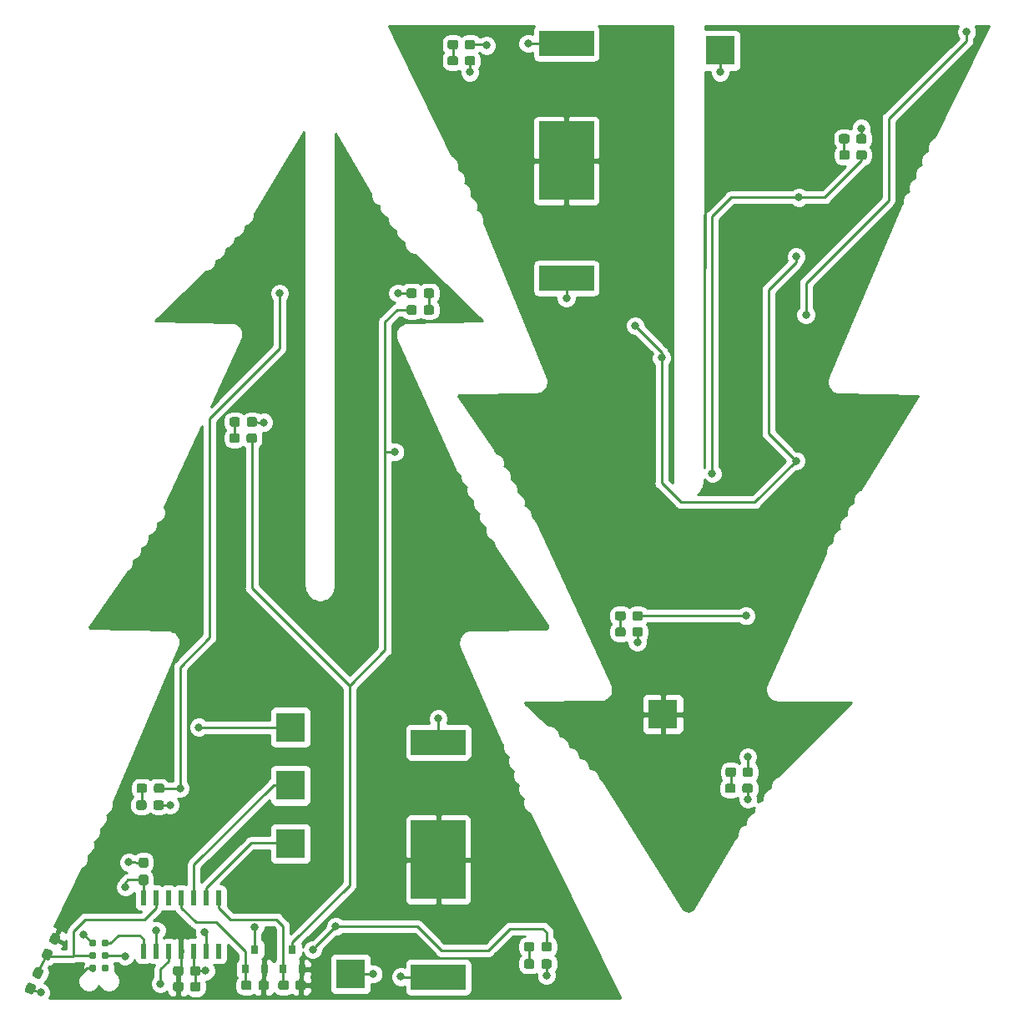
<source format=gtl>
G04 #@! TF.GenerationSoftware,KiCad,Pcbnew,(5.0.1-3-g963ef8bb5)*
G04 #@! TF.CreationDate,2018-11-10T15:27:12+00:00*
G04 #@! TF.ProjectId,xmas_tree_v0.1,786D61735F747265655F76302E312E6B,rev?*
G04 #@! TF.SameCoordinates,Original*
G04 #@! TF.FileFunction,Copper,L1,Top,Signal*
G04 #@! TF.FilePolarity,Positive*
%FSLAX46Y46*%
G04 Gerber Fmt 4.6, Leading zero omitted, Abs format (unit mm)*
G04 Created by KiCad (PCBNEW (5.0.1-3-g963ef8bb5)) date Saturday, 10 November 2018 at 15:27:12*
%MOMM*%
%LPD*%
G01*
G04 APERTURE LIST*
G04 #@! TA.AperFunction,ConnectorPad*
%ADD10C,0.787400*%
G04 #@! TD*
G04 #@! TA.AperFunction,Conductor*
%ADD11C,0.100000*%
G04 #@! TD*
G04 #@! TA.AperFunction,SMDPad,CuDef*
%ADD12C,0.950000*%
G04 #@! TD*
G04 #@! TA.AperFunction,SMDPad,CuDef*
%ADD13R,0.800000X0.900000*%
G04 #@! TD*
G04 #@! TA.AperFunction,SMDPad,CuDef*
%ADD14R,0.600000X1.500000*%
G04 #@! TD*
G04 #@! TA.AperFunction,SMDPad,CuDef*
%ADD15R,3.000000X3.000000*%
G04 #@! TD*
G04 #@! TA.AperFunction,SMDPad,CuDef*
%ADD16R,5.560000X2.600000*%
G04 #@! TD*
G04 #@! TA.AperFunction,SMDPad,CuDef*
%ADD17R,5.560000X8.000000*%
G04 #@! TD*
G04 #@! TA.AperFunction,ViaPad*
%ADD18C,0.800000*%
G04 #@! TD*
G04 #@! TA.AperFunction,Conductor*
%ADD19C,0.250000*%
G04 #@! TD*
G04 #@! TA.AperFunction,Conductor*
%ADD20C,0.254000*%
G04 #@! TD*
G04 APERTURE END LIST*
D10*
G04 #@! TO.P,J1,6*
G04 #@! TO.N,Net-(J1-Pad6)*
X109500000Y-146240000D03*
G04 #@! TO.P,J1,5*
G04 #@! TO.N,GND*
X108230000Y-146240000D03*
G04 #@! TO.P,J1,4*
G04 #@! TO.N,Net-(J1-Pad4)*
X109500000Y-144970000D03*
G04 #@! TO.P,J1,3*
G04 #@! TO.N,Net-(C1-Pad1)*
X108230000Y-144970000D03*
G04 #@! TO.P,J1,2*
G04 #@! TO.N,Net-(J1-Pad2)*
X109500000Y-143700000D03*
G04 #@! TO.P,J1,1*
G04 #@! TO.N,+BATT*
X108230000Y-143700000D03*
G04 #@! TD*
D11*
G04 #@! TO.N,GND*
G04 #@! TO.C,C2*
G36*
X117235779Y-146026144D02*
X117258834Y-146029563D01*
X117281443Y-146035227D01*
X117303387Y-146043079D01*
X117324457Y-146053044D01*
X117344448Y-146065026D01*
X117363168Y-146078910D01*
X117380438Y-146094562D01*
X117396090Y-146111832D01*
X117409974Y-146130552D01*
X117421956Y-146150543D01*
X117431921Y-146171613D01*
X117439773Y-146193557D01*
X117445437Y-146216166D01*
X117448856Y-146239221D01*
X117450000Y-146262500D01*
X117450000Y-146737500D01*
X117448856Y-146760779D01*
X117445437Y-146783834D01*
X117439773Y-146806443D01*
X117431921Y-146828387D01*
X117421956Y-146849457D01*
X117409974Y-146869448D01*
X117396090Y-146888168D01*
X117380438Y-146905438D01*
X117363168Y-146921090D01*
X117344448Y-146934974D01*
X117324457Y-146946956D01*
X117303387Y-146956921D01*
X117281443Y-146964773D01*
X117258834Y-146970437D01*
X117235779Y-146973856D01*
X117212500Y-146975000D01*
X116637500Y-146975000D01*
X116614221Y-146973856D01*
X116591166Y-146970437D01*
X116568557Y-146964773D01*
X116546613Y-146956921D01*
X116525543Y-146946956D01*
X116505552Y-146934974D01*
X116486832Y-146921090D01*
X116469562Y-146905438D01*
X116453910Y-146888168D01*
X116440026Y-146869448D01*
X116428044Y-146849457D01*
X116418079Y-146828387D01*
X116410227Y-146806443D01*
X116404563Y-146783834D01*
X116401144Y-146760779D01*
X116400000Y-146737500D01*
X116400000Y-146262500D01*
X116401144Y-146239221D01*
X116404563Y-146216166D01*
X116410227Y-146193557D01*
X116418079Y-146171613D01*
X116428044Y-146150543D01*
X116440026Y-146130552D01*
X116453910Y-146111832D01*
X116469562Y-146094562D01*
X116486832Y-146078910D01*
X116505552Y-146065026D01*
X116525543Y-146053044D01*
X116546613Y-146043079D01*
X116568557Y-146035227D01*
X116591166Y-146029563D01*
X116614221Y-146026144D01*
X116637500Y-146025000D01*
X117212500Y-146025000D01*
X117235779Y-146026144D01*
X117235779Y-146026144D01*
G37*
D12*
G04 #@! TD*
G04 #@! TO.P,C2,2*
G04 #@! TO.N,GND*
X116925000Y-146500000D03*
D11*
G04 #@! TO.N,+BATT*
G04 #@! TO.C,C2*
G36*
X118985779Y-146026144D02*
X119008834Y-146029563D01*
X119031443Y-146035227D01*
X119053387Y-146043079D01*
X119074457Y-146053044D01*
X119094448Y-146065026D01*
X119113168Y-146078910D01*
X119130438Y-146094562D01*
X119146090Y-146111832D01*
X119159974Y-146130552D01*
X119171956Y-146150543D01*
X119181921Y-146171613D01*
X119189773Y-146193557D01*
X119195437Y-146216166D01*
X119198856Y-146239221D01*
X119200000Y-146262500D01*
X119200000Y-146737500D01*
X119198856Y-146760779D01*
X119195437Y-146783834D01*
X119189773Y-146806443D01*
X119181921Y-146828387D01*
X119171956Y-146849457D01*
X119159974Y-146869448D01*
X119146090Y-146888168D01*
X119130438Y-146905438D01*
X119113168Y-146921090D01*
X119094448Y-146934974D01*
X119074457Y-146946956D01*
X119053387Y-146956921D01*
X119031443Y-146964773D01*
X119008834Y-146970437D01*
X118985779Y-146973856D01*
X118962500Y-146975000D01*
X118387500Y-146975000D01*
X118364221Y-146973856D01*
X118341166Y-146970437D01*
X118318557Y-146964773D01*
X118296613Y-146956921D01*
X118275543Y-146946956D01*
X118255552Y-146934974D01*
X118236832Y-146921090D01*
X118219562Y-146905438D01*
X118203910Y-146888168D01*
X118190026Y-146869448D01*
X118178044Y-146849457D01*
X118168079Y-146828387D01*
X118160227Y-146806443D01*
X118154563Y-146783834D01*
X118151144Y-146760779D01*
X118150000Y-146737500D01*
X118150000Y-146262500D01*
X118151144Y-146239221D01*
X118154563Y-146216166D01*
X118160227Y-146193557D01*
X118168079Y-146171613D01*
X118178044Y-146150543D01*
X118190026Y-146130552D01*
X118203910Y-146111832D01*
X118219562Y-146094562D01*
X118236832Y-146078910D01*
X118255552Y-146065026D01*
X118275543Y-146053044D01*
X118296613Y-146043079D01*
X118318557Y-146035227D01*
X118341166Y-146029563D01*
X118364221Y-146026144D01*
X118387500Y-146025000D01*
X118962500Y-146025000D01*
X118985779Y-146026144D01*
X118985779Y-146026144D01*
G37*
D12*
G04 #@! TD*
G04 #@! TO.P,C2,1*
G04 #@! TO.N,+BATT*
X118675000Y-146500000D03*
D11*
G04 #@! TO.N,GND*
G04 #@! TO.C,C1*
G36*
X104310642Y-142656210D02*
X104333808Y-142658773D01*
X104356611Y-142663594D01*
X104378832Y-142670626D01*
X104400256Y-142679803D01*
X104827183Y-142888029D01*
X104847605Y-142899262D01*
X104866827Y-142912442D01*
X104884665Y-142927443D01*
X104900947Y-142944121D01*
X104915516Y-142962313D01*
X104928231Y-142981847D01*
X104938970Y-143002532D01*
X104947631Y-143024170D01*
X104954128Y-143046554D01*
X104958401Y-143069466D01*
X104960407Y-143092686D01*
X104960127Y-143115992D01*
X104957564Y-143139158D01*
X104952743Y-143161961D01*
X104945711Y-143184182D01*
X104936534Y-143205606D01*
X104684471Y-143722412D01*
X104673238Y-143742834D01*
X104660058Y-143762056D01*
X104645056Y-143779894D01*
X104628379Y-143796176D01*
X104610187Y-143810745D01*
X104590653Y-143823460D01*
X104569968Y-143834199D01*
X104548329Y-143842860D01*
X104525946Y-143849357D01*
X104503034Y-143853630D01*
X104479813Y-143855636D01*
X104456508Y-143855356D01*
X104433342Y-143852793D01*
X104410539Y-143847972D01*
X104388318Y-143840940D01*
X104366894Y-143831763D01*
X103939967Y-143623537D01*
X103919545Y-143612304D01*
X103900323Y-143599124D01*
X103882485Y-143584123D01*
X103866203Y-143567445D01*
X103851634Y-143549253D01*
X103838919Y-143529719D01*
X103828180Y-143509034D01*
X103819519Y-143487396D01*
X103813022Y-143465012D01*
X103808749Y-143442100D01*
X103806743Y-143418880D01*
X103807023Y-143395574D01*
X103809586Y-143372408D01*
X103814407Y-143349605D01*
X103821439Y-143327384D01*
X103830616Y-143305960D01*
X104082679Y-142789154D01*
X104093912Y-142768732D01*
X104107092Y-142749510D01*
X104122094Y-142731672D01*
X104138771Y-142715390D01*
X104156963Y-142700821D01*
X104176497Y-142688106D01*
X104197182Y-142677367D01*
X104218821Y-142668706D01*
X104241204Y-142662209D01*
X104264116Y-142657936D01*
X104287337Y-142655930D01*
X104310642Y-142656210D01*
X104310642Y-142656210D01*
G37*
D12*
G04 #@! TD*
G04 #@! TO.P,C1,2*
G04 #@! TO.N,GND*
X104383575Y-143255783D03*
D11*
G04 #@! TO.N,Net-(C1-Pad1)*
G04 #@! TO.C,C1*
G36*
X103543492Y-144229100D02*
X103566658Y-144231663D01*
X103589461Y-144236484D01*
X103611682Y-144243516D01*
X103633106Y-144252693D01*
X104060033Y-144460919D01*
X104080455Y-144472152D01*
X104099677Y-144485332D01*
X104117515Y-144500333D01*
X104133797Y-144517011D01*
X104148366Y-144535203D01*
X104161081Y-144554737D01*
X104171820Y-144575422D01*
X104180481Y-144597060D01*
X104186978Y-144619444D01*
X104191251Y-144642356D01*
X104193257Y-144665576D01*
X104192977Y-144688882D01*
X104190414Y-144712048D01*
X104185593Y-144734851D01*
X104178561Y-144757072D01*
X104169384Y-144778496D01*
X103917321Y-145295302D01*
X103906088Y-145315724D01*
X103892908Y-145334946D01*
X103877906Y-145352784D01*
X103861229Y-145369066D01*
X103843037Y-145383635D01*
X103823503Y-145396350D01*
X103802818Y-145407089D01*
X103781179Y-145415750D01*
X103758796Y-145422247D01*
X103735884Y-145426520D01*
X103712663Y-145428526D01*
X103689358Y-145428246D01*
X103666192Y-145425683D01*
X103643389Y-145420862D01*
X103621168Y-145413830D01*
X103599744Y-145404653D01*
X103172817Y-145196427D01*
X103152395Y-145185194D01*
X103133173Y-145172014D01*
X103115335Y-145157013D01*
X103099053Y-145140335D01*
X103084484Y-145122143D01*
X103071769Y-145102609D01*
X103061030Y-145081924D01*
X103052369Y-145060286D01*
X103045872Y-145037902D01*
X103041599Y-145014990D01*
X103039593Y-144991770D01*
X103039873Y-144968464D01*
X103042436Y-144945298D01*
X103047257Y-144922495D01*
X103054289Y-144900274D01*
X103063466Y-144878850D01*
X103315529Y-144362044D01*
X103326762Y-144341622D01*
X103339942Y-144322400D01*
X103354944Y-144304562D01*
X103371621Y-144288280D01*
X103389813Y-144273711D01*
X103409347Y-144260996D01*
X103430032Y-144250257D01*
X103451671Y-144241596D01*
X103474054Y-144235099D01*
X103496966Y-144230826D01*
X103520187Y-144228820D01*
X103543492Y-144229100D01*
X103543492Y-144229100D01*
G37*
D12*
G04 #@! TD*
G04 #@! TO.P,C1,1*
G04 #@! TO.N,Net-(C1-Pad1)*
X103616425Y-144828673D03*
D13*
G04 #@! TO.P,Q3,3*
G04 #@! TO.N,Net-(Q3-Pad3)*
X128500000Y-144325000D03*
G04 #@! TO.P,Q3,2*
G04 #@! TO.N,GND*
X129450000Y-146325000D03*
G04 #@! TO.P,Q3,1*
G04 #@! TO.N,/LED_RED1*
X127550000Y-146325000D03*
G04 #@! TD*
G04 #@! TO.P,Q2,3*
G04 #@! TO.N,Net-(Q2-Pad3)*
X124700000Y-144325000D03*
G04 #@! TO.P,Q2,2*
G04 #@! TO.N,GND*
X125650000Y-146325000D03*
G04 #@! TO.P,Q2,1*
G04 #@! TO.N,/LED_GRN2*
X123750000Y-146325000D03*
G04 #@! TD*
D14*
G04 #@! TO.P,U1,14*
G04 #@! TO.N,Net-(U1-Pad14)*
X121010000Y-144500000D03*
G04 #@! TO.P,U1,13*
G04 #@! TO.N,Net-(R25-Pad1)*
X119740000Y-144500000D03*
G04 #@! TO.P,U1,12*
G04 #@! TO.N,+BATT*
X118470000Y-144500000D03*
G04 #@! TO.P,U1,11*
G04 #@! TO.N,GND*
X117200000Y-144500000D03*
G04 #@! TO.P,U1,10*
G04 #@! TO.N,/LED_YEL1*
X115930000Y-144500000D03*
G04 #@! TO.P,U1,9*
G04 #@! TO.N,Net-(TP7-Pad1)*
X114660000Y-144500000D03*
G04 #@! TO.P,U1,8*
G04 #@! TO.N,Net-(J1-Pad2)*
X113390000Y-144500000D03*
G04 #@! TO.P,U1,7*
G04 #@! TO.N,Net-(J1-Pad4)*
X113390000Y-139100000D03*
G04 #@! TO.P,U1,6*
G04 #@! TO.N,Net-(C1-Pad1)*
X114660000Y-139100000D03*
G04 #@! TO.P,U1,5*
G04 #@! TO.N,Net-(U1-Pad5)*
X115930000Y-139100000D03*
G04 #@! TO.P,U1,4*
G04 #@! TO.N,/LED_GRN2*
X117200000Y-139100000D03*
G04 #@! TO.P,U1,3*
G04 #@! TO.N,Net-(TP10-Pad1)*
X118470000Y-139100000D03*
G04 #@! TO.P,U1,2*
G04 #@! TO.N,Net-(TP6-Pad1)*
X119740000Y-139100000D03*
G04 #@! TO.P,U1,1*
G04 #@! TO.N,/LED_RED1*
X121010000Y-139100000D03*
G04 #@! TD*
D11*
G04 #@! TO.N,Net-(Q6-Pad3)*
G04 #@! TO.C,R21*
G36*
X163835779Y-110026144D02*
X163858834Y-110029563D01*
X163881443Y-110035227D01*
X163903387Y-110043079D01*
X163924457Y-110053044D01*
X163944448Y-110065026D01*
X163963168Y-110078910D01*
X163980438Y-110094562D01*
X163996090Y-110111832D01*
X164009974Y-110130552D01*
X164021956Y-110150543D01*
X164031921Y-110171613D01*
X164039773Y-110193557D01*
X164045437Y-110216166D01*
X164048856Y-110239221D01*
X164050000Y-110262500D01*
X164050000Y-110737500D01*
X164048856Y-110760779D01*
X164045437Y-110783834D01*
X164039773Y-110806443D01*
X164031921Y-110828387D01*
X164021956Y-110849457D01*
X164009974Y-110869448D01*
X163996090Y-110888168D01*
X163980438Y-110905438D01*
X163963168Y-110921090D01*
X163944448Y-110934974D01*
X163924457Y-110946956D01*
X163903387Y-110956921D01*
X163881443Y-110964773D01*
X163858834Y-110970437D01*
X163835779Y-110973856D01*
X163812500Y-110975000D01*
X163237500Y-110975000D01*
X163214221Y-110973856D01*
X163191166Y-110970437D01*
X163168557Y-110964773D01*
X163146613Y-110956921D01*
X163125543Y-110946956D01*
X163105552Y-110934974D01*
X163086832Y-110921090D01*
X163069562Y-110905438D01*
X163053910Y-110888168D01*
X163040026Y-110869448D01*
X163028044Y-110849457D01*
X163018079Y-110828387D01*
X163010227Y-110806443D01*
X163004563Y-110783834D01*
X163001144Y-110760779D01*
X163000000Y-110737500D01*
X163000000Y-110262500D01*
X163001144Y-110239221D01*
X163004563Y-110216166D01*
X163010227Y-110193557D01*
X163018079Y-110171613D01*
X163028044Y-110150543D01*
X163040026Y-110130552D01*
X163053910Y-110111832D01*
X163069562Y-110094562D01*
X163086832Y-110078910D01*
X163105552Y-110065026D01*
X163125543Y-110053044D01*
X163146613Y-110043079D01*
X163168557Y-110035227D01*
X163191166Y-110029563D01*
X163214221Y-110026144D01*
X163237500Y-110025000D01*
X163812500Y-110025000D01*
X163835779Y-110026144D01*
X163835779Y-110026144D01*
G37*
D12*
G04 #@! TD*
G04 #@! TO.P,R21,2*
G04 #@! TO.N,Net-(Q6-Pad3)*
X163525000Y-110500000D03*
D11*
G04 #@! TO.N,Net-(DY4-Pad1)*
G04 #@! TO.C,R21*
G36*
X162085779Y-110026144D02*
X162108834Y-110029563D01*
X162131443Y-110035227D01*
X162153387Y-110043079D01*
X162174457Y-110053044D01*
X162194448Y-110065026D01*
X162213168Y-110078910D01*
X162230438Y-110094562D01*
X162246090Y-110111832D01*
X162259974Y-110130552D01*
X162271956Y-110150543D01*
X162281921Y-110171613D01*
X162289773Y-110193557D01*
X162295437Y-110216166D01*
X162298856Y-110239221D01*
X162300000Y-110262500D01*
X162300000Y-110737500D01*
X162298856Y-110760779D01*
X162295437Y-110783834D01*
X162289773Y-110806443D01*
X162281921Y-110828387D01*
X162271956Y-110849457D01*
X162259974Y-110869448D01*
X162246090Y-110888168D01*
X162230438Y-110905438D01*
X162213168Y-110921090D01*
X162194448Y-110934974D01*
X162174457Y-110946956D01*
X162153387Y-110956921D01*
X162131443Y-110964773D01*
X162108834Y-110970437D01*
X162085779Y-110973856D01*
X162062500Y-110975000D01*
X161487500Y-110975000D01*
X161464221Y-110973856D01*
X161441166Y-110970437D01*
X161418557Y-110964773D01*
X161396613Y-110956921D01*
X161375543Y-110946956D01*
X161355552Y-110934974D01*
X161336832Y-110921090D01*
X161319562Y-110905438D01*
X161303910Y-110888168D01*
X161290026Y-110869448D01*
X161278044Y-110849457D01*
X161268079Y-110828387D01*
X161260227Y-110806443D01*
X161254563Y-110783834D01*
X161251144Y-110760779D01*
X161250000Y-110737500D01*
X161250000Y-110262500D01*
X161251144Y-110239221D01*
X161254563Y-110216166D01*
X161260227Y-110193557D01*
X161268079Y-110171613D01*
X161278044Y-110150543D01*
X161290026Y-110130552D01*
X161303910Y-110111832D01*
X161319562Y-110094562D01*
X161336832Y-110078910D01*
X161355552Y-110065026D01*
X161375543Y-110053044D01*
X161396613Y-110043079D01*
X161418557Y-110035227D01*
X161441166Y-110029563D01*
X161464221Y-110026144D01*
X161487500Y-110025000D01*
X162062500Y-110025000D01*
X162085779Y-110026144D01*
X162085779Y-110026144D01*
G37*
D12*
G04 #@! TD*
G04 #@! TO.P,R21,1*
G04 #@! TO.N,Net-(DY4-Pad1)*
X161775000Y-110500000D03*
D11*
G04 #@! TO.N,Net-(Q5-Pad3)*
G04 #@! TO.C,R19*
G36*
X154585779Y-143576144D02*
X154608834Y-143579563D01*
X154631443Y-143585227D01*
X154653387Y-143593079D01*
X154674457Y-143603044D01*
X154694448Y-143615026D01*
X154713168Y-143628910D01*
X154730438Y-143644562D01*
X154746090Y-143661832D01*
X154759974Y-143680552D01*
X154771956Y-143700543D01*
X154781921Y-143721613D01*
X154789773Y-143743557D01*
X154795437Y-143766166D01*
X154798856Y-143789221D01*
X154800000Y-143812500D01*
X154800000Y-144287500D01*
X154798856Y-144310779D01*
X154795437Y-144333834D01*
X154789773Y-144356443D01*
X154781921Y-144378387D01*
X154771956Y-144399457D01*
X154759974Y-144419448D01*
X154746090Y-144438168D01*
X154730438Y-144455438D01*
X154713168Y-144471090D01*
X154694448Y-144484974D01*
X154674457Y-144496956D01*
X154653387Y-144506921D01*
X154631443Y-144514773D01*
X154608834Y-144520437D01*
X154585779Y-144523856D01*
X154562500Y-144525000D01*
X153987500Y-144525000D01*
X153964221Y-144523856D01*
X153941166Y-144520437D01*
X153918557Y-144514773D01*
X153896613Y-144506921D01*
X153875543Y-144496956D01*
X153855552Y-144484974D01*
X153836832Y-144471090D01*
X153819562Y-144455438D01*
X153803910Y-144438168D01*
X153790026Y-144419448D01*
X153778044Y-144399457D01*
X153768079Y-144378387D01*
X153760227Y-144356443D01*
X153754563Y-144333834D01*
X153751144Y-144310779D01*
X153750000Y-144287500D01*
X153750000Y-143812500D01*
X153751144Y-143789221D01*
X153754563Y-143766166D01*
X153760227Y-143743557D01*
X153768079Y-143721613D01*
X153778044Y-143700543D01*
X153790026Y-143680552D01*
X153803910Y-143661832D01*
X153819562Y-143644562D01*
X153836832Y-143628910D01*
X153855552Y-143615026D01*
X153875543Y-143603044D01*
X153896613Y-143593079D01*
X153918557Y-143585227D01*
X153941166Y-143579563D01*
X153964221Y-143576144D01*
X153987500Y-143575000D01*
X154562500Y-143575000D01*
X154585779Y-143576144D01*
X154585779Y-143576144D01*
G37*
D12*
G04 #@! TD*
G04 #@! TO.P,R19,2*
G04 #@! TO.N,Net-(Q5-Pad3)*
X154275000Y-144050000D03*
D11*
G04 #@! TO.N,Net-(DY2-Pad1)*
G04 #@! TO.C,R19*
G36*
X152835779Y-143576144D02*
X152858834Y-143579563D01*
X152881443Y-143585227D01*
X152903387Y-143593079D01*
X152924457Y-143603044D01*
X152944448Y-143615026D01*
X152963168Y-143628910D01*
X152980438Y-143644562D01*
X152996090Y-143661832D01*
X153009974Y-143680552D01*
X153021956Y-143700543D01*
X153031921Y-143721613D01*
X153039773Y-143743557D01*
X153045437Y-143766166D01*
X153048856Y-143789221D01*
X153050000Y-143812500D01*
X153050000Y-144287500D01*
X153048856Y-144310779D01*
X153045437Y-144333834D01*
X153039773Y-144356443D01*
X153031921Y-144378387D01*
X153021956Y-144399457D01*
X153009974Y-144419448D01*
X152996090Y-144438168D01*
X152980438Y-144455438D01*
X152963168Y-144471090D01*
X152944448Y-144484974D01*
X152924457Y-144496956D01*
X152903387Y-144506921D01*
X152881443Y-144514773D01*
X152858834Y-144520437D01*
X152835779Y-144523856D01*
X152812500Y-144525000D01*
X152237500Y-144525000D01*
X152214221Y-144523856D01*
X152191166Y-144520437D01*
X152168557Y-144514773D01*
X152146613Y-144506921D01*
X152125543Y-144496956D01*
X152105552Y-144484974D01*
X152086832Y-144471090D01*
X152069562Y-144455438D01*
X152053910Y-144438168D01*
X152040026Y-144419448D01*
X152028044Y-144399457D01*
X152018079Y-144378387D01*
X152010227Y-144356443D01*
X152004563Y-144333834D01*
X152001144Y-144310779D01*
X152000000Y-144287500D01*
X152000000Y-143812500D01*
X152001144Y-143789221D01*
X152004563Y-143766166D01*
X152010227Y-143743557D01*
X152018079Y-143721613D01*
X152028044Y-143700543D01*
X152040026Y-143680552D01*
X152053910Y-143661832D01*
X152069562Y-143644562D01*
X152086832Y-143628910D01*
X152105552Y-143615026D01*
X152125543Y-143603044D01*
X152146613Y-143593079D01*
X152168557Y-143585227D01*
X152191166Y-143579563D01*
X152214221Y-143576144D01*
X152237500Y-143575000D01*
X152812500Y-143575000D01*
X152835779Y-143576144D01*
X152835779Y-143576144D01*
G37*
D12*
G04 #@! TD*
G04 #@! TO.P,R19,1*
G04 #@! TO.N,Net-(DY2-Pad1)*
X152525000Y-144050000D03*
D11*
G04 #@! TO.N,Net-(Q4-Pad3)*
G04 #@! TO.C,R15*
G36*
X186560779Y-63326144D02*
X186583834Y-63329563D01*
X186606443Y-63335227D01*
X186628387Y-63343079D01*
X186649457Y-63353044D01*
X186669448Y-63365026D01*
X186688168Y-63378910D01*
X186705438Y-63394562D01*
X186721090Y-63411832D01*
X186734974Y-63430552D01*
X186746956Y-63450543D01*
X186756921Y-63471613D01*
X186764773Y-63493557D01*
X186770437Y-63516166D01*
X186773856Y-63539221D01*
X186775000Y-63562500D01*
X186775000Y-64037500D01*
X186773856Y-64060779D01*
X186770437Y-64083834D01*
X186764773Y-64106443D01*
X186756921Y-64128387D01*
X186746956Y-64149457D01*
X186734974Y-64169448D01*
X186721090Y-64188168D01*
X186705438Y-64205438D01*
X186688168Y-64221090D01*
X186669448Y-64234974D01*
X186649457Y-64246956D01*
X186628387Y-64256921D01*
X186606443Y-64264773D01*
X186583834Y-64270437D01*
X186560779Y-64273856D01*
X186537500Y-64275000D01*
X185962500Y-64275000D01*
X185939221Y-64273856D01*
X185916166Y-64270437D01*
X185893557Y-64264773D01*
X185871613Y-64256921D01*
X185850543Y-64246956D01*
X185830552Y-64234974D01*
X185811832Y-64221090D01*
X185794562Y-64205438D01*
X185778910Y-64188168D01*
X185765026Y-64169448D01*
X185753044Y-64149457D01*
X185743079Y-64128387D01*
X185735227Y-64106443D01*
X185729563Y-64083834D01*
X185726144Y-64060779D01*
X185725000Y-64037500D01*
X185725000Y-63562500D01*
X185726144Y-63539221D01*
X185729563Y-63516166D01*
X185735227Y-63493557D01*
X185743079Y-63471613D01*
X185753044Y-63450543D01*
X185765026Y-63430552D01*
X185778910Y-63411832D01*
X185794562Y-63394562D01*
X185811832Y-63378910D01*
X185830552Y-63365026D01*
X185850543Y-63353044D01*
X185871613Y-63343079D01*
X185893557Y-63335227D01*
X185916166Y-63329563D01*
X185939221Y-63326144D01*
X185962500Y-63325000D01*
X186537500Y-63325000D01*
X186560779Y-63326144D01*
X186560779Y-63326144D01*
G37*
D12*
G04 #@! TD*
G04 #@! TO.P,R15,2*
G04 #@! TO.N,Net-(Q4-Pad3)*
X186250000Y-63800000D03*
D11*
G04 #@! TO.N,Net-(DR4-Pad1)*
G04 #@! TO.C,R15*
G36*
X184810779Y-63326144D02*
X184833834Y-63329563D01*
X184856443Y-63335227D01*
X184878387Y-63343079D01*
X184899457Y-63353044D01*
X184919448Y-63365026D01*
X184938168Y-63378910D01*
X184955438Y-63394562D01*
X184971090Y-63411832D01*
X184984974Y-63430552D01*
X184996956Y-63450543D01*
X185006921Y-63471613D01*
X185014773Y-63493557D01*
X185020437Y-63516166D01*
X185023856Y-63539221D01*
X185025000Y-63562500D01*
X185025000Y-64037500D01*
X185023856Y-64060779D01*
X185020437Y-64083834D01*
X185014773Y-64106443D01*
X185006921Y-64128387D01*
X184996956Y-64149457D01*
X184984974Y-64169448D01*
X184971090Y-64188168D01*
X184955438Y-64205438D01*
X184938168Y-64221090D01*
X184919448Y-64234974D01*
X184899457Y-64246956D01*
X184878387Y-64256921D01*
X184856443Y-64264773D01*
X184833834Y-64270437D01*
X184810779Y-64273856D01*
X184787500Y-64275000D01*
X184212500Y-64275000D01*
X184189221Y-64273856D01*
X184166166Y-64270437D01*
X184143557Y-64264773D01*
X184121613Y-64256921D01*
X184100543Y-64246956D01*
X184080552Y-64234974D01*
X184061832Y-64221090D01*
X184044562Y-64205438D01*
X184028910Y-64188168D01*
X184015026Y-64169448D01*
X184003044Y-64149457D01*
X183993079Y-64128387D01*
X183985227Y-64106443D01*
X183979563Y-64083834D01*
X183976144Y-64060779D01*
X183975000Y-64037500D01*
X183975000Y-63562500D01*
X183976144Y-63539221D01*
X183979563Y-63516166D01*
X183985227Y-63493557D01*
X183993079Y-63471613D01*
X184003044Y-63450543D01*
X184015026Y-63430552D01*
X184028910Y-63411832D01*
X184044562Y-63394562D01*
X184061832Y-63378910D01*
X184080552Y-63365026D01*
X184100543Y-63353044D01*
X184121613Y-63343079D01*
X184143557Y-63335227D01*
X184166166Y-63329563D01*
X184189221Y-63326144D01*
X184212500Y-63325000D01*
X184787500Y-63325000D01*
X184810779Y-63326144D01*
X184810779Y-63326144D01*
G37*
D12*
G04 #@! TD*
G04 #@! TO.P,R15,1*
G04 #@! TO.N,Net-(DR4-Pad1)*
X184500000Y-63800000D03*
D11*
G04 #@! TO.N,Net-(Q6-Pad3)*
G04 #@! TO.C,R23*
G36*
X175035779Y-125876144D02*
X175058834Y-125879563D01*
X175081443Y-125885227D01*
X175103387Y-125893079D01*
X175124457Y-125903044D01*
X175144448Y-125915026D01*
X175163168Y-125928910D01*
X175180438Y-125944562D01*
X175196090Y-125961832D01*
X175209974Y-125980552D01*
X175221956Y-126000543D01*
X175231921Y-126021613D01*
X175239773Y-126043557D01*
X175245437Y-126066166D01*
X175248856Y-126089221D01*
X175250000Y-126112500D01*
X175250000Y-126587500D01*
X175248856Y-126610779D01*
X175245437Y-126633834D01*
X175239773Y-126656443D01*
X175231921Y-126678387D01*
X175221956Y-126699457D01*
X175209974Y-126719448D01*
X175196090Y-126738168D01*
X175180438Y-126755438D01*
X175163168Y-126771090D01*
X175144448Y-126784974D01*
X175124457Y-126796956D01*
X175103387Y-126806921D01*
X175081443Y-126814773D01*
X175058834Y-126820437D01*
X175035779Y-126823856D01*
X175012500Y-126825000D01*
X174437500Y-126825000D01*
X174414221Y-126823856D01*
X174391166Y-126820437D01*
X174368557Y-126814773D01*
X174346613Y-126806921D01*
X174325543Y-126796956D01*
X174305552Y-126784974D01*
X174286832Y-126771090D01*
X174269562Y-126755438D01*
X174253910Y-126738168D01*
X174240026Y-126719448D01*
X174228044Y-126699457D01*
X174218079Y-126678387D01*
X174210227Y-126656443D01*
X174204563Y-126633834D01*
X174201144Y-126610779D01*
X174200000Y-126587500D01*
X174200000Y-126112500D01*
X174201144Y-126089221D01*
X174204563Y-126066166D01*
X174210227Y-126043557D01*
X174218079Y-126021613D01*
X174228044Y-126000543D01*
X174240026Y-125980552D01*
X174253910Y-125961832D01*
X174269562Y-125944562D01*
X174286832Y-125928910D01*
X174305552Y-125915026D01*
X174325543Y-125903044D01*
X174346613Y-125893079D01*
X174368557Y-125885227D01*
X174391166Y-125879563D01*
X174414221Y-125876144D01*
X174437500Y-125875000D01*
X175012500Y-125875000D01*
X175035779Y-125876144D01*
X175035779Y-125876144D01*
G37*
D12*
G04 #@! TD*
G04 #@! TO.P,R23,2*
G04 #@! TO.N,Net-(Q6-Pad3)*
X174725000Y-126350000D03*
D11*
G04 #@! TO.N,Net-(DY5-Pad1)*
G04 #@! TO.C,R23*
G36*
X173285779Y-125876144D02*
X173308834Y-125879563D01*
X173331443Y-125885227D01*
X173353387Y-125893079D01*
X173374457Y-125903044D01*
X173394448Y-125915026D01*
X173413168Y-125928910D01*
X173430438Y-125944562D01*
X173446090Y-125961832D01*
X173459974Y-125980552D01*
X173471956Y-126000543D01*
X173481921Y-126021613D01*
X173489773Y-126043557D01*
X173495437Y-126066166D01*
X173498856Y-126089221D01*
X173500000Y-126112500D01*
X173500000Y-126587500D01*
X173498856Y-126610779D01*
X173495437Y-126633834D01*
X173489773Y-126656443D01*
X173481921Y-126678387D01*
X173471956Y-126699457D01*
X173459974Y-126719448D01*
X173446090Y-126738168D01*
X173430438Y-126755438D01*
X173413168Y-126771090D01*
X173394448Y-126784974D01*
X173374457Y-126796956D01*
X173353387Y-126806921D01*
X173331443Y-126814773D01*
X173308834Y-126820437D01*
X173285779Y-126823856D01*
X173262500Y-126825000D01*
X172687500Y-126825000D01*
X172664221Y-126823856D01*
X172641166Y-126820437D01*
X172618557Y-126814773D01*
X172596613Y-126806921D01*
X172575543Y-126796956D01*
X172555552Y-126784974D01*
X172536832Y-126771090D01*
X172519562Y-126755438D01*
X172503910Y-126738168D01*
X172490026Y-126719448D01*
X172478044Y-126699457D01*
X172468079Y-126678387D01*
X172460227Y-126656443D01*
X172454563Y-126633834D01*
X172451144Y-126610779D01*
X172450000Y-126587500D01*
X172450000Y-126112500D01*
X172451144Y-126089221D01*
X172454563Y-126066166D01*
X172460227Y-126043557D01*
X172468079Y-126021613D01*
X172478044Y-126000543D01*
X172490026Y-125980552D01*
X172503910Y-125961832D01*
X172519562Y-125944562D01*
X172536832Y-125928910D01*
X172555552Y-125915026D01*
X172575543Y-125903044D01*
X172596613Y-125893079D01*
X172618557Y-125885227D01*
X172641166Y-125879563D01*
X172664221Y-125876144D01*
X172687500Y-125875000D01*
X173262500Y-125875000D01*
X173285779Y-125876144D01*
X173285779Y-125876144D01*
G37*
D12*
G04 #@! TD*
G04 #@! TO.P,R23,1*
G04 #@! TO.N,Net-(DY5-Pad1)*
X172975000Y-126350000D03*
D11*
G04 #@! TO.N,Net-(Q3-Pad3)*
G04 #@! TO.C,R9*
G36*
X124685779Y-92026144D02*
X124708834Y-92029563D01*
X124731443Y-92035227D01*
X124753387Y-92043079D01*
X124774457Y-92053044D01*
X124794448Y-92065026D01*
X124813168Y-92078910D01*
X124830438Y-92094562D01*
X124846090Y-92111832D01*
X124859974Y-92130552D01*
X124871956Y-92150543D01*
X124881921Y-92171613D01*
X124889773Y-92193557D01*
X124895437Y-92216166D01*
X124898856Y-92239221D01*
X124900000Y-92262500D01*
X124900000Y-92737500D01*
X124898856Y-92760779D01*
X124895437Y-92783834D01*
X124889773Y-92806443D01*
X124881921Y-92828387D01*
X124871956Y-92849457D01*
X124859974Y-92869448D01*
X124846090Y-92888168D01*
X124830438Y-92905438D01*
X124813168Y-92921090D01*
X124794448Y-92934974D01*
X124774457Y-92946956D01*
X124753387Y-92956921D01*
X124731443Y-92964773D01*
X124708834Y-92970437D01*
X124685779Y-92973856D01*
X124662500Y-92975000D01*
X124087500Y-92975000D01*
X124064221Y-92973856D01*
X124041166Y-92970437D01*
X124018557Y-92964773D01*
X123996613Y-92956921D01*
X123975543Y-92946956D01*
X123955552Y-92934974D01*
X123936832Y-92921090D01*
X123919562Y-92905438D01*
X123903910Y-92888168D01*
X123890026Y-92869448D01*
X123878044Y-92849457D01*
X123868079Y-92828387D01*
X123860227Y-92806443D01*
X123854563Y-92783834D01*
X123851144Y-92760779D01*
X123850000Y-92737500D01*
X123850000Y-92262500D01*
X123851144Y-92239221D01*
X123854563Y-92216166D01*
X123860227Y-92193557D01*
X123868079Y-92171613D01*
X123878044Y-92150543D01*
X123890026Y-92130552D01*
X123903910Y-92111832D01*
X123919562Y-92094562D01*
X123936832Y-92078910D01*
X123955552Y-92065026D01*
X123975543Y-92053044D01*
X123996613Y-92043079D01*
X124018557Y-92035227D01*
X124041166Y-92029563D01*
X124064221Y-92026144D01*
X124087500Y-92025000D01*
X124662500Y-92025000D01*
X124685779Y-92026144D01*
X124685779Y-92026144D01*
G37*
D12*
G04 #@! TD*
G04 #@! TO.P,R9,2*
G04 #@! TO.N,Net-(Q3-Pad3)*
X124375000Y-92500000D03*
D11*
G04 #@! TO.N,Net-(DR1-Pad1)*
G04 #@! TO.C,R9*
G36*
X122935779Y-92026144D02*
X122958834Y-92029563D01*
X122981443Y-92035227D01*
X123003387Y-92043079D01*
X123024457Y-92053044D01*
X123044448Y-92065026D01*
X123063168Y-92078910D01*
X123080438Y-92094562D01*
X123096090Y-92111832D01*
X123109974Y-92130552D01*
X123121956Y-92150543D01*
X123131921Y-92171613D01*
X123139773Y-92193557D01*
X123145437Y-92216166D01*
X123148856Y-92239221D01*
X123150000Y-92262500D01*
X123150000Y-92737500D01*
X123148856Y-92760779D01*
X123145437Y-92783834D01*
X123139773Y-92806443D01*
X123131921Y-92828387D01*
X123121956Y-92849457D01*
X123109974Y-92869448D01*
X123096090Y-92888168D01*
X123080438Y-92905438D01*
X123063168Y-92921090D01*
X123044448Y-92934974D01*
X123024457Y-92946956D01*
X123003387Y-92956921D01*
X122981443Y-92964773D01*
X122958834Y-92970437D01*
X122935779Y-92973856D01*
X122912500Y-92975000D01*
X122337500Y-92975000D01*
X122314221Y-92973856D01*
X122291166Y-92970437D01*
X122268557Y-92964773D01*
X122246613Y-92956921D01*
X122225543Y-92946956D01*
X122205552Y-92934974D01*
X122186832Y-92921090D01*
X122169562Y-92905438D01*
X122153910Y-92888168D01*
X122140026Y-92869448D01*
X122128044Y-92849457D01*
X122118079Y-92828387D01*
X122110227Y-92806443D01*
X122104563Y-92783834D01*
X122101144Y-92760779D01*
X122100000Y-92737500D01*
X122100000Y-92262500D01*
X122101144Y-92239221D01*
X122104563Y-92216166D01*
X122110227Y-92193557D01*
X122118079Y-92171613D01*
X122128044Y-92150543D01*
X122140026Y-92130552D01*
X122153910Y-92111832D01*
X122169562Y-92094562D01*
X122186832Y-92078910D01*
X122205552Y-92065026D01*
X122225543Y-92053044D01*
X122246613Y-92043079D01*
X122268557Y-92035227D01*
X122291166Y-92029563D01*
X122314221Y-92026144D01*
X122337500Y-92025000D01*
X122912500Y-92025000D01*
X122935779Y-92026144D01*
X122935779Y-92026144D01*
G37*
D12*
G04 #@! TD*
G04 #@! TO.P,R9,1*
G04 #@! TO.N,Net-(DR1-Pad1)*
X122625000Y-92500000D03*
D11*
G04 #@! TO.N,Net-(Q3-Pad3)*
G04 #@! TO.C,R10*
G36*
X140910779Y-79026144D02*
X140933834Y-79029563D01*
X140956443Y-79035227D01*
X140978387Y-79043079D01*
X140999457Y-79053044D01*
X141019448Y-79065026D01*
X141038168Y-79078910D01*
X141055438Y-79094562D01*
X141071090Y-79111832D01*
X141084974Y-79130552D01*
X141096956Y-79150543D01*
X141106921Y-79171613D01*
X141114773Y-79193557D01*
X141120437Y-79216166D01*
X141123856Y-79239221D01*
X141125000Y-79262500D01*
X141125000Y-79737500D01*
X141123856Y-79760779D01*
X141120437Y-79783834D01*
X141114773Y-79806443D01*
X141106921Y-79828387D01*
X141096956Y-79849457D01*
X141084974Y-79869448D01*
X141071090Y-79888168D01*
X141055438Y-79905438D01*
X141038168Y-79921090D01*
X141019448Y-79934974D01*
X140999457Y-79946956D01*
X140978387Y-79956921D01*
X140956443Y-79964773D01*
X140933834Y-79970437D01*
X140910779Y-79973856D01*
X140887500Y-79975000D01*
X140312500Y-79975000D01*
X140289221Y-79973856D01*
X140266166Y-79970437D01*
X140243557Y-79964773D01*
X140221613Y-79956921D01*
X140200543Y-79946956D01*
X140180552Y-79934974D01*
X140161832Y-79921090D01*
X140144562Y-79905438D01*
X140128910Y-79888168D01*
X140115026Y-79869448D01*
X140103044Y-79849457D01*
X140093079Y-79828387D01*
X140085227Y-79806443D01*
X140079563Y-79783834D01*
X140076144Y-79760779D01*
X140075000Y-79737500D01*
X140075000Y-79262500D01*
X140076144Y-79239221D01*
X140079563Y-79216166D01*
X140085227Y-79193557D01*
X140093079Y-79171613D01*
X140103044Y-79150543D01*
X140115026Y-79130552D01*
X140128910Y-79111832D01*
X140144562Y-79094562D01*
X140161832Y-79078910D01*
X140180552Y-79065026D01*
X140200543Y-79053044D01*
X140221613Y-79043079D01*
X140243557Y-79035227D01*
X140266166Y-79029563D01*
X140289221Y-79026144D01*
X140312500Y-79025000D01*
X140887500Y-79025000D01*
X140910779Y-79026144D01*
X140910779Y-79026144D01*
G37*
D12*
G04 #@! TD*
G04 #@! TO.P,R10,2*
G04 #@! TO.N,Net-(Q3-Pad3)*
X140600000Y-79500000D03*
D11*
G04 #@! TO.N,Net-(DR2-Pad1)*
G04 #@! TO.C,R10*
G36*
X142660779Y-79026144D02*
X142683834Y-79029563D01*
X142706443Y-79035227D01*
X142728387Y-79043079D01*
X142749457Y-79053044D01*
X142769448Y-79065026D01*
X142788168Y-79078910D01*
X142805438Y-79094562D01*
X142821090Y-79111832D01*
X142834974Y-79130552D01*
X142846956Y-79150543D01*
X142856921Y-79171613D01*
X142864773Y-79193557D01*
X142870437Y-79216166D01*
X142873856Y-79239221D01*
X142875000Y-79262500D01*
X142875000Y-79737500D01*
X142873856Y-79760779D01*
X142870437Y-79783834D01*
X142864773Y-79806443D01*
X142856921Y-79828387D01*
X142846956Y-79849457D01*
X142834974Y-79869448D01*
X142821090Y-79888168D01*
X142805438Y-79905438D01*
X142788168Y-79921090D01*
X142769448Y-79934974D01*
X142749457Y-79946956D01*
X142728387Y-79956921D01*
X142706443Y-79964773D01*
X142683834Y-79970437D01*
X142660779Y-79973856D01*
X142637500Y-79975000D01*
X142062500Y-79975000D01*
X142039221Y-79973856D01*
X142016166Y-79970437D01*
X141993557Y-79964773D01*
X141971613Y-79956921D01*
X141950543Y-79946956D01*
X141930552Y-79934974D01*
X141911832Y-79921090D01*
X141894562Y-79905438D01*
X141878910Y-79888168D01*
X141865026Y-79869448D01*
X141853044Y-79849457D01*
X141843079Y-79828387D01*
X141835227Y-79806443D01*
X141829563Y-79783834D01*
X141826144Y-79760779D01*
X141825000Y-79737500D01*
X141825000Y-79262500D01*
X141826144Y-79239221D01*
X141829563Y-79216166D01*
X141835227Y-79193557D01*
X141843079Y-79171613D01*
X141853044Y-79150543D01*
X141865026Y-79130552D01*
X141878910Y-79111832D01*
X141894562Y-79094562D01*
X141911832Y-79078910D01*
X141930552Y-79065026D01*
X141950543Y-79053044D01*
X141971613Y-79043079D01*
X141993557Y-79035227D01*
X142016166Y-79029563D01*
X142039221Y-79026144D01*
X142062500Y-79025000D01*
X142637500Y-79025000D01*
X142660779Y-79026144D01*
X142660779Y-79026144D01*
G37*
D12*
G04 #@! TD*
G04 #@! TO.P,R10,1*
G04 #@! TO.N,Net-(DR2-Pad1)*
X142350000Y-79500000D03*
D11*
G04 #@! TO.N,Net-(C1-Pad1)*
G04 #@! TO.C,R12*
G36*
X102610642Y-146113982D02*
X102633808Y-146116545D01*
X102656611Y-146121366D01*
X102678832Y-146128398D01*
X102700256Y-146137575D01*
X103127183Y-146345801D01*
X103147605Y-146357034D01*
X103166827Y-146370214D01*
X103184665Y-146385215D01*
X103200947Y-146401893D01*
X103215516Y-146420085D01*
X103228231Y-146439619D01*
X103238970Y-146460304D01*
X103247631Y-146481942D01*
X103254128Y-146504326D01*
X103258401Y-146527238D01*
X103260407Y-146550458D01*
X103260127Y-146573764D01*
X103257564Y-146596930D01*
X103252743Y-146619733D01*
X103245711Y-146641954D01*
X103236534Y-146663378D01*
X102984471Y-147180184D01*
X102973238Y-147200606D01*
X102960058Y-147219828D01*
X102945056Y-147237666D01*
X102928379Y-147253948D01*
X102910187Y-147268517D01*
X102890653Y-147281232D01*
X102869968Y-147291971D01*
X102848329Y-147300632D01*
X102825946Y-147307129D01*
X102803034Y-147311402D01*
X102779813Y-147313408D01*
X102756508Y-147313128D01*
X102733342Y-147310565D01*
X102710539Y-147305744D01*
X102688318Y-147298712D01*
X102666894Y-147289535D01*
X102239967Y-147081309D01*
X102219545Y-147070076D01*
X102200323Y-147056896D01*
X102182485Y-147041895D01*
X102166203Y-147025217D01*
X102151634Y-147007025D01*
X102138919Y-146987491D01*
X102128180Y-146966806D01*
X102119519Y-146945168D01*
X102113022Y-146922784D01*
X102108749Y-146899872D01*
X102106743Y-146876652D01*
X102107023Y-146853346D01*
X102109586Y-146830180D01*
X102114407Y-146807377D01*
X102121439Y-146785156D01*
X102130616Y-146763732D01*
X102382679Y-146246926D01*
X102393912Y-146226504D01*
X102407092Y-146207282D01*
X102422094Y-146189444D01*
X102438771Y-146173162D01*
X102456963Y-146158593D01*
X102476497Y-146145878D01*
X102497182Y-146135139D01*
X102518821Y-146126478D01*
X102541204Y-146119981D01*
X102564116Y-146115708D01*
X102587337Y-146113702D01*
X102610642Y-146113982D01*
X102610642Y-146113982D01*
G37*
D12*
G04 #@! TD*
G04 #@! TO.P,R12,2*
G04 #@! TO.N,Net-(C1-Pad1)*
X102683575Y-146713555D03*
D11*
G04 #@! TO.N,+BATT*
G04 #@! TO.C,R12*
G36*
X101843492Y-147686872D02*
X101866658Y-147689435D01*
X101889461Y-147694256D01*
X101911682Y-147701288D01*
X101933106Y-147710465D01*
X102360033Y-147918691D01*
X102380455Y-147929924D01*
X102399677Y-147943104D01*
X102417515Y-147958105D01*
X102433797Y-147974783D01*
X102448366Y-147992975D01*
X102461081Y-148012509D01*
X102471820Y-148033194D01*
X102480481Y-148054832D01*
X102486978Y-148077216D01*
X102491251Y-148100128D01*
X102493257Y-148123348D01*
X102492977Y-148146654D01*
X102490414Y-148169820D01*
X102485593Y-148192623D01*
X102478561Y-148214844D01*
X102469384Y-148236268D01*
X102217321Y-148753074D01*
X102206088Y-148773496D01*
X102192908Y-148792718D01*
X102177906Y-148810556D01*
X102161229Y-148826838D01*
X102143037Y-148841407D01*
X102123503Y-148854122D01*
X102102818Y-148864861D01*
X102081179Y-148873522D01*
X102058796Y-148880019D01*
X102035884Y-148884292D01*
X102012663Y-148886298D01*
X101989358Y-148886018D01*
X101966192Y-148883455D01*
X101943389Y-148878634D01*
X101921168Y-148871602D01*
X101899744Y-148862425D01*
X101472817Y-148654199D01*
X101452395Y-148642966D01*
X101433173Y-148629786D01*
X101415335Y-148614785D01*
X101399053Y-148598107D01*
X101384484Y-148579915D01*
X101371769Y-148560381D01*
X101361030Y-148539696D01*
X101352369Y-148518058D01*
X101345872Y-148495674D01*
X101341599Y-148472762D01*
X101339593Y-148449542D01*
X101339873Y-148426236D01*
X101342436Y-148403070D01*
X101347257Y-148380267D01*
X101354289Y-148358046D01*
X101363466Y-148336622D01*
X101615529Y-147819816D01*
X101626762Y-147799394D01*
X101639942Y-147780172D01*
X101654944Y-147762334D01*
X101671621Y-147746052D01*
X101689813Y-147731483D01*
X101709347Y-147718768D01*
X101730032Y-147708029D01*
X101751671Y-147699368D01*
X101774054Y-147692871D01*
X101796966Y-147688598D01*
X101820187Y-147686592D01*
X101843492Y-147686872D01*
X101843492Y-147686872D01*
G37*
D12*
G04 #@! TD*
G04 #@! TO.P,R12,1*
G04 #@! TO.N,+BATT*
X101916425Y-148286445D03*
D11*
G04 #@! TO.N,Net-(Q1-Pad3)*
G04 #@! TO.C,R3*
G36*
X146835779Y-52126144D02*
X146858834Y-52129563D01*
X146881443Y-52135227D01*
X146903387Y-52143079D01*
X146924457Y-52153044D01*
X146944448Y-52165026D01*
X146963168Y-52178910D01*
X146980438Y-52194562D01*
X146996090Y-52211832D01*
X147009974Y-52230552D01*
X147021956Y-52250543D01*
X147031921Y-52271613D01*
X147039773Y-52293557D01*
X147045437Y-52316166D01*
X147048856Y-52339221D01*
X147050000Y-52362500D01*
X147050000Y-52837500D01*
X147048856Y-52860779D01*
X147045437Y-52883834D01*
X147039773Y-52906443D01*
X147031921Y-52928387D01*
X147021956Y-52949457D01*
X147009974Y-52969448D01*
X146996090Y-52988168D01*
X146980438Y-53005438D01*
X146963168Y-53021090D01*
X146944448Y-53034974D01*
X146924457Y-53046956D01*
X146903387Y-53056921D01*
X146881443Y-53064773D01*
X146858834Y-53070437D01*
X146835779Y-53073856D01*
X146812500Y-53075000D01*
X146237500Y-53075000D01*
X146214221Y-53073856D01*
X146191166Y-53070437D01*
X146168557Y-53064773D01*
X146146613Y-53056921D01*
X146125543Y-53046956D01*
X146105552Y-53034974D01*
X146086832Y-53021090D01*
X146069562Y-53005438D01*
X146053910Y-52988168D01*
X146040026Y-52969448D01*
X146028044Y-52949457D01*
X146018079Y-52928387D01*
X146010227Y-52906443D01*
X146004563Y-52883834D01*
X146001144Y-52860779D01*
X146000000Y-52837500D01*
X146000000Y-52362500D01*
X146001144Y-52339221D01*
X146004563Y-52316166D01*
X146010227Y-52293557D01*
X146018079Y-52271613D01*
X146028044Y-52250543D01*
X146040026Y-52230552D01*
X146053910Y-52211832D01*
X146069562Y-52194562D01*
X146086832Y-52178910D01*
X146105552Y-52165026D01*
X146125543Y-52153044D01*
X146146613Y-52143079D01*
X146168557Y-52135227D01*
X146191166Y-52129563D01*
X146214221Y-52126144D01*
X146237500Y-52125000D01*
X146812500Y-52125000D01*
X146835779Y-52126144D01*
X146835779Y-52126144D01*
G37*
D12*
G04 #@! TD*
G04 #@! TO.P,R3,2*
G04 #@! TO.N,Net-(Q1-Pad3)*
X146525000Y-52600000D03*
D11*
G04 #@! TO.N,Net-(DG2-Pad1)*
G04 #@! TO.C,R3*
G36*
X145085779Y-52126144D02*
X145108834Y-52129563D01*
X145131443Y-52135227D01*
X145153387Y-52143079D01*
X145174457Y-52153044D01*
X145194448Y-52165026D01*
X145213168Y-52178910D01*
X145230438Y-52194562D01*
X145246090Y-52211832D01*
X145259974Y-52230552D01*
X145271956Y-52250543D01*
X145281921Y-52271613D01*
X145289773Y-52293557D01*
X145295437Y-52316166D01*
X145298856Y-52339221D01*
X145300000Y-52362500D01*
X145300000Y-52837500D01*
X145298856Y-52860779D01*
X145295437Y-52883834D01*
X145289773Y-52906443D01*
X145281921Y-52928387D01*
X145271956Y-52949457D01*
X145259974Y-52969448D01*
X145246090Y-52988168D01*
X145230438Y-53005438D01*
X145213168Y-53021090D01*
X145194448Y-53034974D01*
X145174457Y-53046956D01*
X145153387Y-53056921D01*
X145131443Y-53064773D01*
X145108834Y-53070437D01*
X145085779Y-53073856D01*
X145062500Y-53075000D01*
X144487500Y-53075000D01*
X144464221Y-53073856D01*
X144441166Y-53070437D01*
X144418557Y-53064773D01*
X144396613Y-53056921D01*
X144375543Y-53046956D01*
X144355552Y-53034974D01*
X144336832Y-53021090D01*
X144319562Y-53005438D01*
X144303910Y-52988168D01*
X144290026Y-52969448D01*
X144278044Y-52949457D01*
X144268079Y-52928387D01*
X144260227Y-52906443D01*
X144254563Y-52883834D01*
X144251144Y-52860779D01*
X144250000Y-52837500D01*
X144250000Y-52362500D01*
X144251144Y-52339221D01*
X144254563Y-52316166D01*
X144260227Y-52293557D01*
X144268079Y-52271613D01*
X144278044Y-52250543D01*
X144290026Y-52230552D01*
X144303910Y-52211832D01*
X144319562Y-52194562D01*
X144336832Y-52178910D01*
X144355552Y-52165026D01*
X144375543Y-52153044D01*
X144396613Y-52143079D01*
X144418557Y-52135227D01*
X144441166Y-52129563D01*
X144464221Y-52126144D01*
X144487500Y-52125000D01*
X145062500Y-52125000D01*
X145085779Y-52126144D01*
X145085779Y-52126144D01*
G37*
D12*
G04 #@! TD*
G04 #@! TO.P,R3,1*
G04 #@! TO.N,Net-(DG2-Pad1)*
X144775000Y-52600000D03*
D11*
G04 #@! TO.N,GND*
G04 #@! TO.C,R5*
G36*
X125885779Y-147501144D02*
X125908834Y-147504563D01*
X125931443Y-147510227D01*
X125953387Y-147518079D01*
X125974457Y-147528044D01*
X125994448Y-147540026D01*
X126013168Y-147553910D01*
X126030438Y-147569562D01*
X126046090Y-147586832D01*
X126059974Y-147605552D01*
X126071956Y-147625543D01*
X126081921Y-147646613D01*
X126089773Y-147668557D01*
X126095437Y-147691166D01*
X126098856Y-147714221D01*
X126100000Y-147737500D01*
X126100000Y-148212500D01*
X126098856Y-148235779D01*
X126095437Y-148258834D01*
X126089773Y-148281443D01*
X126081921Y-148303387D01*
X126071956Y-148324457D01*
X126059974Y-148344448D01*
X126046090Y-148363168D01*
X126030438Y-148380438D01*
X126013168Y-148396090D01*
X125994448Y-148409974D01*
X125974457Y-148421956D01*
X125953387Y-148431921D01*
X125931443Y-148439773D01*
X125908834Y-148445437D01*
X125885779Y-148448856D01*
X125862500Y-148450000D01*
X125287500Y-148450000D01*
X125264221Y-148448856D01*
X125241166Y-148445437D01*
X125218557Y-148439773D01*
X125196613Y-148431921D01*
X125175543Y-148421956D01*
X125155552Y-148409974D01*
X125136832Y-148396090D01*
X125119562Y-148380438D01*
X125103910Y-148363168D01*
X125090026Y-148344448D01*
X125078044Y-148324457D01*
X125068079Y-148303387D01*
X125060227Y-148281443D01*
X125054563Y-148258834D01*
X125051144Y-148235779D01*
X125050000Y-148212500D01*
X125050000Y-147737500D01*
X125051144Y-147714221D01*
X125054563Y-147691166D01*
X125060227Y-147668557D01*
X125068079Y-147646613D01*
X125078044Y-147625543D01*
X125090026Y-147605552D01*
X125103910Y-147586832D01*
X125119562Y-147569562D01*
X125136832Y-147553910D01*
X125155552Y-147540026D01*
X125175543Y-147528044D01*
X125196613Y-147518079D01*
X125218557Y-147510227D01*
X125241166Y-147504563D01*
X125264221Y-147501144D01*
X125287500Y-147500000D01*
X125862500Y-147500000D01*
X125885779Y-147501144D01*
X125885779Y-147501144D01*
G37*
D12*
G04 #@! TD*
G04 #@! TO.P,R5,2*
G04 #@! TO.N,GND*
X125575000Y-147975000D03*
D11*
G04 #@! TO.N,/LED_GRN2*
G04 #@! TO.C,R5*
G36*
X124135779Y-147501144D02*
X124158834Y-147504563D01*
X124181443Y-147510227D01*
X124203387Y-147518079D01*
X124224457Y-147528044D01*
X124244448Y-147540026D01*
X124263168Y-147553910D01*
X124280438Y-147569562D01*
X124296090Y-147586832D01*
X124309974Y-147605552D01*
X124321956Y-147625543D01*
X124331921Y-147646613D01*
X124339773Y-147668557D01*
X124345437Y-147691166D01*
X124348856Y-147714221D01*
X124350000Y-147737500D01*
X124350000Y-148212500D01*
X124348856Y-148235779D01*
X124345437Y-148258834D01*
X124339773Y-148281443D01*
X124331921Y-148303387D01*
X124321956Y-148324457D01*
X124309974Y-148344448D01*
X124296090Y-148363168D01*
X124280438Y-148380438D01*
X124263168Y-148396090D01*
X124244448Y-148409974D01*
X124224457Y-148421956D01*
X124203387Y-148431921D01*
X124181443Y-148439773D01*
X124158834Y-148445437D01*
X124135779Y-148448856D01*
X124112500Y-148450000D01*
X123537500Y-148450000D01*
X123514221Y-148448856D01*
X123491166Y-148445437D01*
X123468557Y-148439773D01*
X123446613Y-148431921D01*
X123425543Y-148421956D01*
X123405552Y-148409974D01*
X123386832Y-148396090D01*
X123369562Y-148380438D01*
X123353910Y-148363168D01*
X123340026Y-148344448D01*
X123328044Y-148324457D01*
X123318079Y-148303387D01*
X123310227Y-148281443D01*
X123304563Y-148258834D01*
X123301144Y-148235779D01*
X123300000Y-148212500D01*
X123300000Y-147737500D01*
X123301144Y-147714221D01*
X123304563Y-147691166D01*
X123310227Y-147668557D01*
X123318079Y-147646613D01*
X123328044Y-147625543D01*
X123340026Y-147605552D01*
X123353910Y-147586832D01*
X123369562Y-147569562D01*
X123386832Y-147553910D01*
X123405552Y-147540026D01*
X123425543Y-147528044D01*
X123446613Y-147518079D01*
X123468557Y-147510227D01*
X123491166Y-147504563D01*
X123514221Y-147501144D01*
X123537500Y-147500000D01*
X124112500Y-147500000D01*
X124135779Y-147501144D01*
X124135779Y-147501144D01*
G37*
D12*
G04 #@! TD*
G04 #@! TO.P,R5,1*
G04 #@! TO.N,/LED_GRN2*
X123825000Y-147975000D03*
D11*
G04 #@! TO.N,Net-(Q2-Pad3)*
G04 #@! TO.C,R6*
G36*
X115285779Y-127526144D02*
X115308834Y-127529563D01*
X115331443Y-127535227D01*
X115353387Y-127543079D01*
X115374457Y-127553044D01*
X115394448Y-127565026D01*
X115413168Y-127578910D01*
X115430438Y-127594562D01*
X115446090Y-127611832D01*
X115459974Y-127630552D01*
X115471956Y-127650543D01*
X115481921Y-127671613D01*
X115489773Y-127693557D01*
X115495437Y-127716166D01*
X115498856Y-127739221D01*
X115500000Y-127762500D01*
X115500000Y-128237500D01*
X115498856Y-128260779D01*
X115495437Y-128283834D01*
X115489773Y-128306443D01*
X115481921Y-128328387D01*
X115471956Y-128349457D01*
X115459974Y-128369448D01*
X115446090Y-128388168D01*
X115430438Y-128405438D01*
X115413168Y-128421090D01*
X115394448Y-128434974D01*
X115374457Y-128446956D01*
X115353387Y-128456921D01*
X115331443Y-128464773D01*
X115308834Y-128470437D01*
X115285779Y-128473856D01*
X115262500Y-128475000D01*
X114687500Y-128475000D01*
X114664221Y-128473856D01*
X114641166Y-128470437D01*
X114618557Y-128464773D01*
X114596613Y-128456921D01*
X114575543Y-128446956D01*
X114555552Y-128434974D01*
X114536832Y-128421090D01*
X114519562Y-128405438D01*
X114503910Y-128388168D01*
X114490026Y-128369448D01*
X114478044Y-128349457D01*
X114468079Y-128328387D01*
X114460227Y-128306443D01*
X114454563Y-128283834D01*
X114451144Y-128260779D01*
X114450000Y-128237500D01*
X114450000Y-127762500D01*
X114451144Y-127739221D01*
X114454563Y-127716166D01*
X114460227Y-127693557D01*
X114468079Y-127671613D01*
X114478044Y-127650543D01*
X114490026Y-127630552D01*
X114503910Y-127611832D01*
X114519562Y-127594562D01*
X114536832Y-127578910D01*
X114555552Y-127565026D01*
X114575543Y-127553044D01*
X114596613Y-127543079D01*
X114618557Y-127535227D01*
X114641166Y-127529563D01*
X114664221Y-127526144D01*
X114687500Y-127525000D01*
X115262500Y-127525000D01*
X115285779Y-127526144D01*
X115285779Y-127526144D01*
G37*
D12*
G04 #@! TD*
G04 #@! TO.P,R6,2*
G04 #@! TO.N,Net-(Q2-Pad3)*
X114975000Y-128000000D03*
D11*
G04 #@! TO.N,Net-(DG4-Pad1)*
G04 #@! TO.C,R6*
G36*
X113535779Y-127526144D02*
X113558834Y-127529563D01*
X113581443Y-127535227D01*
X113603387Y-127543079D01*
X113624457Y-127553044D01*
X113644448Y-127565026D01*
X113663168Y-127578910D01*
X113680438Y-127594562D01*
X113696090Y-127611832D01*
X113709974Y-127630552D01*
X113721956Y-127650543D01*
X113731921Y-127671613D01*
X113739773Y-127693557D01*
X113745437Y-127716166D01*
X113748856Y-127739221D01*
X113750000Y-127762500D01*
X113750000Y-128237500D01*
X113748856Y-128260779D01*
X113745437Y-128283834D01*
X113739773Y-128306443D01*
X113731921Y-128328387D01*
X113721956Y-128349457D01*
X113709974Y-128369448D01*
X113696090Y-128388168D01*
X113680438Y-128405438D01*
X113663168Y-128421090D01*
X113644448Y-128434974D01*
X113624457Y-128446956D01*
X113603387Y-128456921D01*
X113581443Y-128464773D01*
X113558834Y-128470437D01*
X113535779Y-128473856D01*
X113512500Y-128475000D01*
X112937500Y-128475000D01*
X112914221Y-128473856D01*
X112891166Y-128470437D01*
X112868557Y-128464773D01*
X112846613Y-128456921D01*
X112825543Y-128446956D01*
X112805552Y-128434974D01*
X112786832Y-128421090D01*
X112769562Y-128405438D01*
X112753910Y-128388168D01*
X112740026Y-128369448D01*
X112728044Y-128349457D01*
X112718079Y-128328387D01*
X112710227Y-128306443D01*
X112704563Y-128283834D01*
X112701144Y-128260779D01*
X112700000Y-128237500D01*
X112700000Y-127762500D01*
X112701144Y-127739221D01*
X112704563Y-127716166D01*
X112710227Y-127693557D01*
X112718079Y-127671613D01*
X112728044Y-127650543D01*
X112740026Y-127630552D01*
X112753910Y-127611832D01*
X112769562Y-127594562D01*
X112786832Y-127578910D01*
X112805552Y-127565026D01*
X112825543Y-127553044D01*
X112846613Y-127543079D01*
X112868557Y-127535227D01*
X112891166Y-127529563D01*
X112914221Y-127526144D01*
X112937500Y-127525000D01*
X113512500Y-127525000D01*
X113535779Y-127526144D01*
X113535779Y-127526144D01*
G37*
D12*
G04 #@! TD*
G04 #@! TO.P,R6,1*
G04 #@! TO.N,Net-(DG4-Pad1)*
X113225000Y-128000000D03*
D11*
G04 #@! TO.N,GND*
G04 #@! TO.C,R8*
G36*
X129660779Y-147476144D02*
X129683834Y-147479563D01*
X129706443Y-147485227D01*
X129728387Y-147493079D01*
X129749457Y-147503044D01*
X129769448Y-147515026D01*
X129788168Y-147528910D01*
X129805438Y-147544562D01*
X129821090Y-147561832D01*
X129834974Y-147580552D01*
X129846956Y-147600543D01*
X129856921Y-147621613D01*
X129864773Y-147643557D01*
X129870437Y-147666166D01*
X129873856Y-147689221D01*
X129875000Y-147712500D01*
X129875000Y-148187500D01*
X129873856Y-148210779D01*
X129870437Y-148233834D01*
X129864773Y-148256443D01*
X129856921Y-148278387D01*
X129846956Y-148299457D01*
X129834974Y-148319448D01*
X129821090Y-148338168D01*
X129805438Y-148355438D01*
X129788168Y-148371090D01*
X129769448Y-148384974D01*
X129749457Y-148396956D01*
X129728387Y-148406921D01*
X129706443Y-148414773D01*
X129683834Y-148420437D01*
X129660779Y-148423856D01*
X129637500Y-148425000D01*
X129062500Y-148425000D01*
X129039221Y-148423856D01*
X129016166Y-148420437D01*
X128993557Y-148414773D01*
X128971613Y-148406921D01*
X128950543Y-148396956D01*
X128930552Y-148384974D01*
X128911832Y-148371090D01*
X128894562Y-148355438D01*
X128878910Y-148338168D01*
X128865026Y-148319448D01*
X128853044Y-148299457D01*
X128843079Y-148278387D01*
X128835227Y-148256443D01*
X128829563Y-148233834D01*
X128826144Y-148210779D01*
X128825000Y-148187500D01*
X128825000Y-147712500D01*
X128826144Y-147689221D01*
X128829563Y-147666166D01*
X128835227Y-147643557D01*
X128843079Y-147621613D01*
X128853044Y-147600543D01*
X128865026Y-147580552D01*
X128878910Y-147561832D01*
X128894562Y-147544562D01*
X128911832Y-147528910D01*
X128930552Y-147515026D01*
X128950543Y-147503044D01*
X128971613Y-147493079D01*
X128993557Y-147485227D01*
X129016166Y-147479563D01*
X129039221Y-147476144D01*
X129062500Y-147475000D01*
X129637500Y-147475000D01*
X129660779Y-147476144D01*
X129660779Y-147476144D01*
G37*
D12*
G04 #@! TD*
G04 #@! TO.P,R8,2*
G04 #@! TO.N,GND*
X129350000Y-147950000D03*
D11*
G04 #@! TO.N,/LED_RED1*
G04 #@! TO.C,R8*
G36*
X127910779Y-147476144D02*
X127933834Y-147479563D01*
X127956443Y-147485227D01*
X127978387Y-147493079D01*
X127999457Y-147503044D01*
X128019448Y-147515026D01*
X128038168Y-147528910D01*
X128055438Y-147544562D01*
X128071090Y-147561832D01*
X128084974Y-147580552D01*
X128096956Y-147600543D01*
X128106921Y-147621613D01*
X128114773Y-147643557D01*
X128120437Y-147666166D01*
X128123856Y-147689221D01*
X128125000Y-147712500D01*
X128125000Y-148187500D01*
X128123856Y-148210779D01*
X128120437Y-148233834D01*
X128114773Y-148256443D01*
X128106921Y-148278387D01*
X128096956Y-148299457D01*
X128084974Y-148319448D01*
X128071090Y-148338168D01*
X128055438Y-148355438D01*
X128038168Y-148371090D01*
X128019448Y-148384974D01*
X127999457Y-148396956D01*
X127978387Y-148406921D01*
X127956443Y-148414773D01*
X127933834Y-148420437D01*
X127910779Y-148423856D01*
X127887500Y-148425000D01*
X127312500Y-148425000D01*
X127289221Y-148423856D01*
X127266166Y-148420437D01*
X127243557Y-148414773D01*
X127221613Y-148406921D01*
X127200543Y-148396956D01*
X127180552Y-148384974D01*
X127161832Y-148371090D01*
X127144562Y-148355438D01*
X127128910Y-148338168D01*
X127115026Y-148319448D01*
X127103044Y-148299457D01*
X127093079Y-148278387D01*
X127085227Y-148256443D01*
X127079563Y-148233834D01*
X127076144Y-148210779D01*
X127075000Y-148187500D01*
X127075000Y-147712500D01*
X127076144Y-147689221D01*
X127079563Y-147666166D01*
X127085227Y-147643557D01*
X127093079Y-147621613D01*
X127103044Y-147600543D01*
X127115026Y-147580552D01*
X127128910Y-147561832D01*
X127144562Y-147544562D01*
X127161832Y-147528910D01*
X127180552Y-147515026D01*
X127200543Y-147503044D01*
X127221613Y-147493079D01*
X127243557Y-147485227D01*
X127266166Y-147479563D01*
X127289221Y-147476144D01*
X127312500Y-147475000D01*
X127887500Y-147475000D01*
X127910779Y-147476144D01*
X127910779Y-147476144D01*
G37*
D12*
G04 #@! TD*
G04 #@! TO.P,R8,1*
G04 #@! TO.N,/LED_RED1*
X127600000Y-147950000D03*
D11*
G04 #@! TO.N,Net-(J1-Pad4)*
G04 #@! TO.C,R11*
G36*
X113660779Y-136751144D02*
X113683834Y-136754563D01*
X113706443Y-136760227D01*
X113728387Y-136768079D01*
X113749457Y-136778044D01*
X113769448Y-136790026D01*
X113788168Y-136803910D01*
X113805438Y-136819562D01*
X113821090Y-136836832D01*
X113834974Y-136855552D01*
X113846956Y-136875543D01*
X113856921Y-136896613D01*
X113864773Y-136918557D01*
X113870437Y-136941166D01*
X113873856Y-136964221D01*
X113875000Y-136987500D01*
X113875000Y-137562500D01*
X113873856Y-137585779D01*
X113870437Y-137608834D01*
X113864773Y-137631443D01*
X113856921Y-137653387D01*
X113846956Y-137674457D01*
X113834974Y-137694448D01*
X113821090Y-137713168D01*
X113805438Y-137730438D01*
X113788168Y-137746090D01*
X113769448Y-137759974D01*
X113749457Y-137771956D01*
X113728387Y-137781921D01*
X113706443Y-137789773D01*
X113683834Y-137795437D01*
X113660779Y-137798856D01*
X113637500Y-137800000D01*
X113162500Y-137800000D01*
X113139221Y-137798856D01*
X113116166Y-137795437D01*
X113093557Y-137789773D01*
X113071613Y-137781921D01*
X113050543Y-137771956D01*
X113030552Y-137759974D01*
X113011832Y-137746090D01*
X112994562Y-137730438D01*
X112978910Y-137713168D01*
X112965026Y-137694448D01*
X112953044Y-137674457D01*
X112943079Y-137653387D01*
X112935227Y-137631443D01*
X112929563Y-137608834D01*
X112926144Y-137585779D01*
X112925000Y-137562500D01*
X112925000Y-136987500D01*
X112926144Y-136964221D01*
X112929563Y-136941166D01*
X112935227Y-136918557D01*
X112943079Y-136896613D01*
X112953044Y-136875543D01*
X112965026Y-136855552D01*
X112978910Y-136836832D01*
X112994562Y-136819562D01*
X113011832Y-136803910D01*
X113030552Y-136790026D01*
X113050543Y-136778044D01*
X113071613Y-136768079D01*
X113093557Y-136760227D01*
X113116166Y-136754563D01*
X113139221Y-136751144D01*
X113162500Y-136750000D01*
X113637500Y-136750000D01*
X113660779Y-136751144D01*
X113660779Y-136751144D01*
G37*
D12*
G04 #@! TD*
G04 #@! TO.P,R11,2*
G04 #@! TO.N,Net-(J1-Pad4)*
X113400000Y-137275000D03*
D11*
G04 #@! TO.N,+BATT*
G04 #@! TO.C,R11*
G36*
X113660779Y-135001144D02*
X113683834Y-135004563D01*
X113706443Y-135010227D01*
X113728387Y-135018079D01*
X113749457Y-135028044D01*
X113769448Y-135040026D01*
X113788168Y-135053910D01*
X113805438Y-135069562D01*
X113821090Y-135086832D01*
X113834974Y-135105552D01*
X113846956Y-135125543D01*
X113856921Y-135146613D01*
X113864773Y-135168557D01*
X113870437Y-135191166D01*
X113873856Y-135214221D01*
X113875000Y-135237500D01*
X113875000Y-135812500D01*
X113873856Y-135835779D01*
X113870437Y-135858834D01*
X113864773Y-135881443D01*
X113856921Y-135903387D01*
X113846956Y-135924457D01*
X113834974Y-135944448D01*
X113821090Y-135963168D01*
X113805438Y-135980438D01*
X113788168Y-135996090D01*
X113769448Y-136009974D01*
X113749457Y-136021956D01*
X113728387Y-136031921D01*
X113706443Y-136039773D01*
X113683834Y-136045437D01*
X113660779Y-136048856D01*
X113637500Y-136050000D01*
X113162500Y-136050000D01*
X113139221Y-136048856D01*
X113116166Y-136045437D01*
X113093557Y-136039773D01*
X113071613Y-136031921D01*
X113050543Y-136021956D01*
X113030552Y-136009974D01*
X113011832Y-135996090D01*
X112994562Y-135980438D01*
X112978910Y-135963168D01*
X112965026Y-135944448D01*
X112953044Y-135924457D01*
X112943079Y-135903387D01*
X112935227Y-135881443D01*
X112929563Y-135858834D01*
X112926144Y-135835779D01*
X112925000Y-135812500D01*
X112925000Y-135237500D01*
X112926144Y-135214221D01*
X112929563Y-135191166D01*
X112935227Y-135168557D01*
X112943079Y-135146613D01*
X112953044Y-135125543D01*
X112965026Y-135105552D01*
X112978910Y-135086832D01*
X112994562Y-135069562D01*
X113011832Y-135053910D01*
X113030552Y-135040026D01*
X113050543Y-135028044D01*
X113071613Y-135018079D01*
X113093557Y-135010227D01*
X113116166Y-135004563D01*
X113139221Y-135001144D01*
X113162500Y-135000000D01*
X113637500Y-135000000D01*
X113660779Y-135001144D01*
X113660779Y-135001144D01*
G37*
D12*
G04 #@! TD*
G04 #@! TO.P,R11,1*
G04 #@! TO.N,+BATT*
X113400000Y-135525000D03*
D11*
G04 #@! TO.N,+BATT*
G04 #@! TO.C,DR1*
G36*
X124710779Y-90376144D02*
X124733834Y-90379563D01*
X124756443Y-90385227D01*
X124778387Y-90393079D01*
X124799457Y-90403044D01*
X124819448Y-90415026D01*
X124838168Y-90428910D01*
X124855438Y-90444562D01*
X124871090Y-90461832D01*
X124884974Y-90480552D01*
X124896956Y-90500543D01*
X124906921Y-90521613D01*
X124914773Y-90543557D01*
X124920437Y-90566166D01*
X124923856Y-90589221D01*
X124925000Y-90612500D01*
X124925000Y-91087500D01*
X124923856Y-91110779D01*
X124920437Y-91133834D01*
X124914773Y-91156443D01*
X124906921Y-91178387D01*
X124896956Y-91199457D01*
X124884974Y-91219448D01*
X124871090Y-91238168D01*
X124855438Y-91255438D01*
X124838168Y-91271090D01*
X124819448Y-91284974D01*
X124799457Y-91296956D01*
X124778387Y-91306921D01*
X124756443Y-91314773D01*
X124733834Y-91320437D01*
X124710779Y-91323856D01*
X124687500Y-91325000D01*
X124112500Y-91325000D01*
X124089221Y-91323856D01*
X124066166Y-91320437D01*
X124043557Y-91314773D01*
X124021613Y-91306921D01*
X124000543Y-91296956D01*
X123980552Y-91284974D01*
X123961832Y-91271090D01*
X123944562Y-91255438D01*
X123928910Y-91238168D01*
X123915026Y-91219448D01*
X123903044Y-91199457D01*
X123893079Y-91178387D01*
X123885227Y-91156443D01*
X123879563Y-91133834D01*
X123876144Y-91110779D01*
X123875000Y-91087500D01*
X123875000Y-90612500D01*
X123876144Y-90589221D01*
X123879563Y-90566166D01*
X123885227Y-90543557D01*
X123893079Y-90521613D01*
X123903044Y-90500543D01*
X123915026Y-90480552D01*
X123928910Y-90461832D01*
X123944562Y-90444562D01*
X123961832Y-90428910D01*
X123980552Y-90415026D01*
X124000543Y-90403044D01*
X124021613Y-90393079D01*
X124043557Y-90385227D01*
X124066166Y-90379563D01*
X124089221Y-90376144D01*
X124112500Y-90375000D01*
X124687500Y-90375000D01*
X124710779Y-90376144D01*
X124710779Y-90376144D01*
G37*
D12*
G04 #@! TD*
G04 #@! TO.P,DR1,2*
G04 #@! TO.N,+BATT*
X124400000Y-90850000D03*
D11*
G04 #@! TO.N,Net-(DR1-Pad1)*
G04 #@! TO.C,DR1*
G36*
X122960779Y-90376144D02*
X122983834Y-90379563D01*
X123006443Y-90385227D01*
X123028387Y-90393079D01*
X123049457Y-90403044D01*
X123069448Y-90415026D01*
X123088168Y-90428910D01*
X123105438Y-90444562D01*
X123121090Y-90461832D01*
X123134974Y-90480552D01*
X123146956Y-90500543D01*
X123156921Y-90521613D01*
X123164773Y-90543557D01*
X123170437Y-90566166D01*
X123173856Y-90589221D01*
X123175000Y-90612500D01*
X123175000Y-91087500D01*
X123173856Y-91110779D01*
X123170437Y-91133834D01*
X123164773Y-91156443D01*
X123156921Y-91178387D01*
X123146956Y-91199457D01*
X123134974Y-91219448D01*
X123121090Y-91238168D01*
X123105438Y-91255438D01*
X123088168Y-91271090D01*
X123069448Y-91284974D01*
X123049457Y-91296956D01*
X123028387Y-91306921D01*
X123006443Y-91314773D01*
X122983834Y-91320437D01*
X122960779Y-91323856D01*
X122937500Y-91325000D01*
X122362500Y-91325000D01*
X122339221Y-91323856D01*
X122316166Y-91320437D01*
X122293557Y-91314773D01*
X122271613Y-91306921D01*
X122250543Y-91296956D01*
X122230552Y-91284974D01*
X122211832Y-91271090D01*
X122194562Y-91255438D01*
X122178910Y-91238168D01*
X122165026Y-91219448D01*
X122153044Y-91199457D01*
X122143079Y-91178387D01*
X122135227Y-91156443D01*
X122129563Y-91133834D01*
X122126144Y-91110779D01*
X122125000Y-91087500D01*
X122125000Y-90612500D01*
X122126144Y-90589221D01*
X122129563Y-90566166D01*
X122135227Y-90543557D01*
X122143079Y-90521613D01*
X122153044Y-90500543D01*
X122165026Y-90480552D01*
X122178910Y-90461832D01*
X122194562Y-90444562D01*
X122211832Y-90428910D01*
X122230552Y-90415026D01*
X122250543Y-90403044D01*
X122271613Y-90393079D01*
X122293557Y-90385227D01*
X122316166Y-90379563D01*
X122339221Y-90376144D01*
X122362500Y-90375000D01*
X122937500Y-90375000D01*
X122960779Y-90376144D01*
X122960779Y-90376144D01*
G37*
D12*
G04 #@! TD*
G04 #@! TO.P,DR1,1*
G04 #@! TO.N,Net-(DR1-Pad1)*
X122650000Y-90850000D03*
D11*
G04 #@! TO.N,/BATT2*
G04 #@! TO.C,DY4*
G36*
X163835779Y-111676144D02*
X163858834Y-111679563D01*
X163881443Y-111685227D01*
X163903387Y-111693079D01*
X163924457Y-111703044D01*
X163944448Y-111715026D01*
X163963168Y-111728910D01*
X163980438Y-111744562D01*
X163996090Y-111761832D01*
X164009974Y-111780552D01*
X164021956Y-111800543D01*
X164031921Y-111821613D01*
X164039773Y-111843557D01*
X164045437Y-111866166D01*
X164048856Y-111889221D01*
X164050000Y-111912500D01*
X164050000Y-112387500D01*
X164048856Y-112410779D01*
X164045437Y-112433834D01*
X164039773Y-112456443D01*
X164031921Y-112478387D01*
X164021956Y-112499457D01*
X164009974Y-112519448D01*
X163996090Y-112538168D01*
X163980438Y-112555438D01*
X163963168Y-112571090D01*
X163944448Y-112584974D01*
X163924457Y-112596956D01*
X163903387Y-112606921D01*
X163881443Y-112614773D01*
X163858834Y-112620437D01*
X163835779Y-112623856D01*
X163812500Y-112625000D01*
X163237500Y-112625000D01*
X163214221Y-112623856D01*
X163191166Y-112620437D01*
X163168557Y-112614773D01*
X163146613Y-112606921D01*
X163125543Y-112596956D01*
X163105552Y-112584974D01*
X163086832Y-112571090D01*
X163069562Y-112555438D01*
X163053910Y-112538168D01*
X163040026Y-112519448D01*
X163028044Y-112499457D01*
X163018079Y-112478387D01*
X163010227Y-112456443D01*
X163004563Y-112433834D01*
X163001144Y-112410779D01*
X163000000Y-112387500D01*
X163000000Y-111912500D01*
X163001144Y-111889221D01*
X163004563Y-111866166D01*
X163010227Y-111843557D01*
X163018079Y-111821613D01*
X163028044Y-111800543D01*
X163040026Y-111780552D01*
X163053910Y-111761832D01*
X163069562Y-111744562D01*
X163086832Y-111728910D01*
X163105552Y-111715026D01*
X163125543Y-111703044D01*
X163146613Y-111693079D01*
X163168557Y-111685227D01*
X163191166Y-111679563D01*
X163214221Y-111676144D01*
X163237500Y-111675000D01*
X163812500Y-111675000D01*
X163835779Y-111676144D01*
X163835779Y-111676144D01*
G37*
D12*
G04 #@! TD*
G04 #@! TO.P,DY4,2*
G04 #@! TO.N,/BATT2*
X163525000Y-112150000D03*
D11*
G04 #@! TO.N,Net-(DY4-Pad1)*
G04 #@! TO.C,DY4*
G36*
X162085779Y-111676144D02*
X162108834Y-111679563D01*
X162131443Y-111685227D01*
X162153387Y-111693079D01*
X162174457Y-111703044D01*
X162194448Y-111715026D01*
X162213168Y-111728910D01*
X162230438Y-111744562D01*
X162246090Y-111761832D01*
X162259974Y-111780552D01*
X162271956Y-111800543D01*
X162281921Y-111821613D01*
X162289773Y-111843557D01*
X162295437Y-111866166D01*
X162298856Y-111889221D01*
X162300000Y-111912500D01*
X162300000Y-112387500D01*
X162298856Y-112410779D01*
X162295437Y-112433834D01*
X162289773Y-112456443D01*
X162281921Y-112478387D01*
X162271956Y-112499457D01*
X162259974Y-112519448D01*
X162246090Y-112538168D01*
X162230438Y-112555438D01*
X162213168Y-112571090D01*
X162194448Y-112584974D01*
X162174457Y-112596956D01*
X162153387Y-112606921D01*
X162131443Y-112614773D01*
X162108834Y-112620437D01*
X162085779Y-112623856D01*
X162062500Y-112625000D01*
X161487500Y-112625000D01*
X161464221Y-112623856D01*
X161441166Y-112620437D01*
X161418557Y-112614773D01*
X161396613Y-112606921D01*
X161375543Y-112596956D01*
X161355552Y-112584974D01*
X161336832Y-112571090D01*
X161319562Y-112555438D01*
X161303910Y-112538168D01*
X161290026Y-112519448D01*
X161278044Y-112499457D01*
X161268079Y-112478387D01*
X161260227Y-112456443D01*
X161254563Y-112433834D01*
X161251144Y-112410779D01*
X161250000Y-112387500D01*
X161250000Y-111912500D01*
X161251144Y-111889221D01*
X161254563Y-111866166D01*
X161260227Y-111843557D01*
X161268079Y-111821613D01*
X161278044Y-111800543D01*
X161290026Y-111780552D01*
X161303910Y-111761832D01*
X161319562Y-111744562D01*
X161336832Y-111728910D01*
X161355552Y-111715026D01*
X161375543Y-111703044D01*
X161396613Y-111693079D01*
X161418557Y-111685227D01*
X161441166Y-111679563D01*
X161464221Y-111676144D01*
X161487500Y-111675000D01*
X162062500Y-111675000D01*
X162085779Y-111676144D01*
X162085779Y-111676144D01*
G37*
D12*
G04 #@! TD*
G04 #@! TO.P,DY4,1*
G04 #@! TO.N,Net-(DY4-Pad1)*
X161775000Y-112150000D03*
D11*
G04 #@! TO.N,/BATT2*
G04 #@! TO.C,DY5*
G36*
X174985779Y-127526144D02*
X175008834Y-127529563D01*
X175031443Y-127535227D01*
X175053387Y-127543079D01*
X175074457Y-127553044D01*
X175094448Y-127565026D01*
X175113168Y-127578910D01*
X175130438Y-127594562D01*
X175146090Y-127611832D01*
X175159974Y-127630552D01*
X175171956Y-127650543D01*
X175181921Y-127671613D01*
X175189773Y-127693557D01*
X175195437Y-127716166D01*
X175198856Y-127739221D01*
X175200000Y-127762500D01*
X175200000Y-128237500D01*
X175198856Y-128260779D01*
X175195437Y-128283834D01*
X175189773Y-128306443D01*
X175181921Y-128328387D01*
X175171956Y-128349457D01*
X175159974Y-128369448D01*
X175146090Y-128388168D01*
X175130438Y-128405438D01*
X175113168Y-128421090D01*
X175094448Y-128434974D01*
X175074457Y-128446956D01*
X175053387Y-128456921D01*
X175031443Y-128464773D01*
X175008834Y-128470437D01*
X174985779Y-128473856D01*
X174962500Y-128475000D01*
X174387500Y-128475000D01*
X174364221Y-128473856D01*
X174341166Y-128470437D01*
X174318557Y-128464773D01*
X174296613Y-128456921D01*
X174275543Y-128446956D01*
X174255552Y-128434974D01*
X174236832Y-128421090D01*
X174219562Y-128405438D01*
X174203910Y-128388168D01*
X174190026Y-128369448D01*
X174178044Y-128349457D01*
X174168079Y-128328387D01*
X174160227Y-128306443D01*
X174154563Y-128283834D01*
X174151144Y-128260779D01*
X174150000Y-128237500D01*
X174150000Y-127762500D01*
X174151144Y-127739221D01*
X174154563Y-127716166D01*
X174160227Y-127693557D01*
X174168079Y-127671613D01*
X174178044Y-127650543D01*
X174190026Y-127630552D01*
X174203910Y-127611832D01*
X174219562Y-127594562D01*
X174236832Y-127578910D01*
X174255552Y-127565026D01*
X174275543Y-127553044D01*
X174296613Y-127543079D01*
X174318557Y-127535227D01*
X174341166Y-127529563D01*
X174364221Y-127526144D01*
X174387500Y-127525000D01*
X174962500Y-127525000D01*
X174985779Y-127526144D01*
X174985779Y-127526144D01*
G37*
D12*
G04 #@! TD*
G04 #@! TO.P,DY5,2*
G04 #@! TO.N,/BATT2*
X174675000Y-128000000D03*
D11*
G04 #@! TO.N,Net-(DY5-Pad1)*
G04 #@! TO.C,DY5*
G36*
X173235779Y-127526144D02*
X173258834Y-127529563D01*
X173281443Y-127535227D01*
X173303387Y-127543079D01*
X173324457Y-127553044D01*
X173344448Y-127565026D01*
X173363168Y-127578910D01*
X173380438Y-127594562D01*
X173396090Y-127611832D01*
X173409974Y-127630552D01*
X173421956Y-127650543D01*
X173431921Y-127671613D01*
X173439773Y-127693557D01*
X173445437Y-127716166D01*
X173448856Y-127739221D01*
X173450000Y-127762500D01*
X173450000Y-128237500D01*
X173448856Y-128260779D01*
X173445437Y-128283834D01*
X173439773Y-128306443D01*
X173431921Y-128328387D01*
X173421956Y-128349457D01*
X173409974Y-128369448D01*
X173396090Y-128388168D01*
X173380438Y-128405438D01*
X173363168Y-128421090D01*
X173344448Y-128434974D01*
X173324457Y-128446956D01*
X173303387Y-128456921D01*
X173281443Y-128464773D01*
X173258834Y-128470437D01*
X173235779Y-128473856D01*
X173212500Y-128475000D01*
X172637500Y-128475000D01*
X172614221Y-128473856D01*
X172591166Y-128470437D01*
X172568557Y-128464773D01*
X172546613Y-128456921D01*
X172525543Y-128446956D01*
X172505552Y-128434974D01*
X172486832Y-128421090D01*
X172469562Y-128405438D01*
X172453910Y-128388168D01*
X172440026Y-128369448D01*
X172428044Y-128349457D01*
X172418079Y-128328387D01*
X172410227Y-128306443D01*
X172404563Y-128283834D01*
X172401144Y-128260779D01*
X172400000Y-128237500D01*
X172400000Y-127762500D01*
X172401144Y-127739221D01*
X172404563Y-127716166D01*
X172410227Y-127693557D01*
X172418079Y-127671613D01*
X172428044Y-127650543D01*
X172440026Y-127630552D01*
X172453910Y-127611832D01*
X172469562Y-127594562D01*
X172486832Y-127578910D01*
X172505552Y-127565026D01*
X172525543Y-127553044D01*
X172546613Y-127543079D01*
X172568557Y-127535227D01*
X172591166Y-127529563D01*
X172614221Y-127526144D01*
X172637500Y-127525000D01*
X173212500Y-127525000D01*
X173235779Y-127526144D01*
X173235779Y-127526144D01*
G37*
D12*
G04 #@! TD*
G04 #@! TO.P,DY5,1*
G04 #@! TO.N,Net-(DY5-Pad1)*
X172925000Y-128000000D03*
D11*
G04 #@! TO.N,/BATT2*
G04 #@! TO.C,DR4*
G36*
X186535779Y-61676144D02*
X186558834Y-61679563D01*
X186581443Y-61685227D01*
X186603387Y-61693079D01*
X186624457Y-61703044D01*
X186644448Y-61715026D01*
X186663168Y-61728910D01*
X186680438Y-61744562D01*
X186696090Y-61761832D01*
X186709974Y-61780552D01*
X186721956Y-61800543D01*
X186731921Y-61821613D01*
X186739773Y-61843557D01*
X186745437Y-61866166D01*
X186748856Y-61889221D01*
X186750000Y-61912500D01*
X186750000Y-62387500D01*
X186748856Y-62410779D01*
X186745437Y-62433834D01*
X186739773Y-62456443D01*
X186731921Y-62478387D01*
X186721956Y-62499457D01*
X186709974Y-62519448D01*
X186696090Y-62538168D01*
X186680438Y-62555438D01*
X186663168Y-62571090D01*
X186644448Y-62584974D01*
X186624457Y-62596956D01*
X186603387Y-62606921D01*
X186581443Y-62614773D01*
X186558834Y-62620437D01*
X186535779Y-62623856D01*
X186512500Y-62625000D01*
X185937500Y-62625000D01*
X185914221Y-62623856D01*
X185891166Y-62620437D01*
X185868557Y-62614773D01*
X185846613Y-62606921D01*
X185825543Y-62596956D01*
X185805552Y-62584974D01*
X185786832Y-62571090D01*
X185769562Y-62555438D01*
X185753910Y-62538168D01*
X185740026Y-62519448D01*
X185728044Y-62499457D01*
X185718079Y-62478387D01*
X185710227Y-62456443D01*
X185704563Y-62433834D01*
X185701144Y-62410779D01*
X185700000Y-62387500D01*
X185700000Y-61912500D01*
X185701144Y-61889221D01*
X185704563Y-61866166D01*
X185710227Y-61843557D01*
X185718079Y-61821613D01*
X185728044Y-61800543D01*
X185740026Y-61780552D01*
X185753910Y-61761832D01*
X185769562Y-61744562D01*
X185786832Y-61728910D01*
X185805552Y-61715026D01*
X185825543Y-61703044D01*
X185846613Y-61693079D01*
X185868557Y-61685227D01*
X185891166Y-61679563D01*
X185914221Y-61676144D01*
X185937500Y-61675000D01*
X186512500Y-61675000D01*
X186535779Y-61676144D01*
X186535779Y-61676144D01*
G37*
D12*
G04 #@! TD*
G04 #@! TO.P,DR4,2*
G04 #@! TO.N,/BATT2*
X186225000Y-62150000D03*
D11*
G04 #@! TO.N,Net-(DR4-Pad1)*
G04 #@! TO.C,DR4*
G36*
X184785779Y-61676144D02*
X184808834Y-61679563D01*
X184831443Y-61685227D01*
X184853387Y-61693079D01*
X184874457Y-61703044D01*
X184894448Y-61715026D01*
X184913168Y-61728910D01*
X184930438Y-61744562D01*
X184946090Y-61761832D01*
X184959974Y-61780552D01*
X184971956Y-61800543D01*
X184981921Y-61821613D01*
X184989773Y-61843557D01*
X184995437Y-61866166D01*
X184998856Y-61889221D01*
X185000000Y-61912500D01*
X185000000Y-62387500D01*
X184998856Y-62410779D01*
X184995437Y-62433834D01*
X184989773Y-62456443D01*
X184981921Y-62478387D01*
X184971956Y-62499457D01*
X184959974Y-62519448D01*
X184946090Y-62538168D01*
X184930438Y-62555438D01*
X184913168Y-62571090D01*
X184894448Y-62584974D01*
X184874457Y-62596956D01*
X184853387Y-62606921D01*
X184831443Y-62614773D01*
X184808834Y-62620437D01*
X184785779Y-62623856D01*
X184762500Y-62625000D01*
X184187500Y-62625000D01*
X184164221Y-62623856D01*
X184141166Y-62620437D01*
X184118557Y-62614773D01*
X184096613Y-62606921D01*
X184075543Y-62596956D01*
X184055552Y-62584974D01*
X184036832Y-62571090D01*
X184019562Y-62555438D01*
X184003910Y-62538168D01*
X183990026Y-62519448D01*
X183978044Y-62499457D01*
X183968079Y-62478387D01*
X183960227Y-62456443D01*
X183954563Y-62433834D01*
X183951144Y-62410779D01*
X183950000Y-62387500D01*
X183950000Y-61912500D01*
X183951144Y-61889221D01*
X183954563Y-61866166D01*
X183960227Y-61843557D01*
X183968079Y-61821613D01*
X183978044Y-61800543D01*
X183990026Y-61780552D01*
X184003910Y-61761832D01*
X184019562Y-61744562D01*
X184036832Y-61728910D01*
X184055552Y-61715026D01*
X184075543Y-61703044D01*
X184096613Y-61693079D01*
X184118557Y-61685227D01*
X184141166Y-61679563D01*
X184164221Y-61676144D01*
X184187500Y-61675000D01*
X184762500Y-61675000D01*
X184785779Y-61676144D01*
X184785779Y-61676144D01*
G37*
D12*
G04 #@! TD*
G04 #@! TO.P,DR4,1*
G04 #@! TO.N,Net-(DR4-Pad1)*
X184475000Y-62150000D03*
D11*
G04 #@! TO.N,+BATT*
G04 #@! TO.C,DR2*
G36*
X140910779Y-77326144D02*
X140933834Y-77329563D01*
X140956443Y-77335227D01*
X140978387Y-77343079D01*
X140999457Y-77353044D01*
X141019448Y-77365026D01*
X141038168Y-77378910D01*
X141055438Y-77394562D01*
X141071090Y-77411832D01*
X141084974Y-77430552D01*
X141096956Y-77450543D01*
X141106921Y-77471613D01*
X141114773Y-77493557D01*
X141120437Y-77516166D01*
X141123856Y-77539221D01*
X141125000Y-77562500D01*
X141125000Y-78037500D01*
X141123856Y-78060779D01*
X141120437Y-78083834D01*
X141114773Y-78106443D01*
X141106921Y-78128387D01*
X141096956Y-78149457D01*
X141084974Y-78169448D01*
X141071090Y-78188168D01*
X141055438Y-78205438D01*
X141038168Y-78221090D01*
X141019448Y-78234974D01*
X140999457Y-78246956D01*
X140978387Y-78256921D01*
X140956443Y-78264773D01*
X140933834Y-78270437D01*
X140910779Y-78273856D01*
X140887500Y-78275000D01*
X140312500Y-78275000D01*
X140289221Y-78273856D01*
X140266166Y-78270437D01*
X140243557Y-78264773D01*
X140221613Y-78256921D01*
X140200543Y-78246956D01*
X140180552Y-78234974D01*
X140161832Y-78221090D01*
X140144562Y-78205438D01*
X140128910Y-78188168D01*
X140115026Y-78169448D01*
X140103044Y-78149457D01*
X140093079Y-78128387D01*
X140085227Y-78106443D01*
X140079563Y-78083834D01*
X140076144Y-78060779D01*
X140075000Y-78037500D01*
X140075000Y-77562500D01*
X140076144Y-77539221D01*
X140079563Y-77516166D01*
X140085227Y-77493557D01*
X140093079Y-77471613D01*
X140103044Y-77450543D01*
X140115026Y-77430552D01*
X140128910Y-77411832D01*
X140144562Y-77394562D01*
X140161832Y-77378910D01*
X140180552Y-77365026D01*
X140200543Y-77353044D01*
X140221613Y-77343079D01*
X140243557Y-77335227D01*
X140266166Y-77329563D01*
X140289221Y-77326144D01*
X140312500Y-77325000D01*
X140887500Y-77325000D01*
X140910779Y-77326144D01*
X140910779Y-77326144D01*
G37*
D12*
G04 #@! TD*
G04 #@! TO.P,DR2,2*
G04 #@! TO.N,+BATT*
X140600000Y-77800000D03*
D11*
G04 #@! TO.N,Net-(DR2-Pad1)*
G04 #@! TO.C,DR2*
G36*
X142660779Y-77326144D02*
X142683834Y-77329563D01*
X142706443Y-77335227D01*
X142728387Y-77343079D01*
X142749457Y-77353044D01*
X142769448Y-77365026D01*
X142788168Y-77378910D01*
X142805438Y-77394562D01*
X142821090Y-77411832D01*
X142834974Y-77430552D01*
X142846956Y-77450543D01*
X142856921Y-77471613D01*
X142864773Y-77493557D01*
X142870437Y-77516166D01*
X142873856Y-77539221D01*
X142875000Y-77562500D01*
X142875000Y-78037500D01*
X142873856Y-78060779D01*
X142870437Y-78083834D01*
X142864773Y-78106443D01*
X142856921Y-78128387D01*
X142846956Y-78149457D01*
X142834974Y-78169448D01*
X142821090Y-78188168D01*
X142805438Y-78205438D01*
X142788168Y-78221090D01*
X142769448Y-78234974D01*
X142749457Y-78246956D01*
X142728387Y-78256921D01*
X142706443Y-78264773D01*
X142683834Y-78270437D01*
X142660779Y-78273856D01*
X142637500Y-78275000D01*
X142062500Y-78275000D01*
X142039221Y-78273856D01*
X142016166Y-78270437D01*
X141993557Y-78264773D01*
X141971613Y-78256921D01*
X141950543Y-78246956D01*
X141930552Y-78234974D01*
X141911832Y-78221090D01*
X141894562Y-78205438D01*
X141878910Y-78188168D01*
X141865026Y-78169448D01*
X141853044Y-78149457D01*
X141843079Y-78128387D01*
X141835227Y-78106443D01*
X141829563Y-78083834D01*
X141826144Y-78060779D01*
X141825000Y-78037500D01*
X141825000Y-77562500D01*
X141826144Y-77539221D01*
X141829563Y-77516166D01*
X141835227Y-77493557D01*
X141843079Y-77471613D01*
X141853044Y-77450543D01*
X141865026Y-77430552D01*
X141878910Y-77411832D01*
X141894562Y-77394562D01*
X141911832Y-77378910D01*
X141930552Y-77365026D01*
X141950543Y-77353044D01*
X141971613Y-77343079D01*
X141993557Y-77335227D01*
X142016166Y-77329563D01*
X142039221Y-77326144D01*
X142062500Y-77325000D01*
X142637500Y-77325000D01*
X142660779Y-77326144D01*
X142660779Y-77326144D01*
G37*
D12*
G04 #@! TD*
G04 #@! TO.P,DR2,1*
G04 #@! TO.N,Net-(DR2-Pad1)*
X142350000Y-77800000D03*
D11*
G04 #@! TO.N,GND*
G04 #@! TO.C,C3*
G36*
X117235779Y-147626144D02*
X117258834Y-147629563D01*
X117281443Y-147635227D01*
X117303387Y-147643079D01*
X117324457Y-147653044D01*
X117344448Y-147665026D01*
X117363168Y-147678910D01*
X117380438Y-147694562D01*
X117396090Y-147711832D01*
X117409974Y-147730552D01*
X117421956Y-147750543D01*
X117431921Y-147771613D01*
X117439773Y-147793557D01*
X117445437Y-147816166D01*
X117448856Y-147839221D01*
X117450000Y-147862500D01*
X117450000Y-148337500D01*
X117448856Y-148360779D01*
X117445437Y-148383834D01*
X117439773Y-148406443D01*
X117431921Y-148428387D01*
X117421956Y-148449457D01*
X117409974Y-148469448D01*
X117396090Y-148488168D01*
X117380438Y-148505438D01*
X117363168Y-148521090D01*
X117344448Y-148534974D01*
X117324457Y-148546956D01*
X117303387Y-148556921D01*
X117281443Y-148564773D01*
X117258834Y-148570437D01*
X117235779Y-148573856D01*
X117212500Y-148575000D01*
X116637500Y-148575000D01*
X116614221Y-148573856D01*
X116591166Y-148570437D01*
X116568557Y-148564773D01*
X116546613Y-148556921D01*
X116525543Y-148546956D01*
X116505552Y-148534974D01*
X116486832Y-148521090D01*
X116469562Y-148505438D01*
X116453910Y-148488168D01*
X116440026Y-148469448D01*
X116428044Y-148449457D01*
X116418079Y-148428387D01*
X116410227Y-148406443D01*
X116404563Y-148383834D01*
X116401144Y-148360779D01*
X116400000Y-148337500D01*
X116400000Y-147862500D01*
X116401144Y-147839221D01*
X116404563Y-147816166D01*
X116410227Y-147793557D01*
X116418079Y-147771613D01*
X116428044Y-147750543D01*
X116440026Y-147730552D01*
X116453910Y-147711832D01*
X116469562Y-147694562D01*
X116486832Y-147678910D01*
X116505552Y-147665026D01*
X116525543Y-147653044D01*
X116546613Y-147643079D01*
X116568557Y-147635227D01*
X116591166Y-147629563D01*
X116614221Y-147626144D01*
X116637500Y-147625000D01*
X117212500Y-147625000D01*
X117235779Y-147626144D01*
X117235779Y-147626144D01*
G37*
D12*
G04 #@! TD*
G04 #@! TO.P,C3,2*
G04 #@! TO.N,GND*
X116925000Y-148100000D03*
D11*
G04 #@! TO.N,+BATT*
G04 #@! TO.C,C3*
G36*
X118985779Y-147626144D02*
X119008834Y-147629563D01*
X119031443Y-147635227D01*
X119053387Y-147643079D01*
X119074457Y-147653044D01*
X119094448Y-147665026D01*
X119113168Y-147678910D01*
X119130438Y-147694562D01*
X119146090Y-147711832D01*
X119159974Y-147730552D01*
X119171956Y-147750543D01*
X119181921Y-147771613D01*
X119189773Y-147793557D01*
X119195437Y-147816166D01*
X119198856Y-147839221D01*
X119200000Y-147862500D01*
X119200000Y-148337500D01*
X119198856Y-148360779D01*
X119195437Y-148383834D01*
X119189773Y-148406443D01*
X119181921Y-148428387D01*
X119171956Y-148449457D01*
X119159974Y-148469448D01*
X119146090Y-148488168D01*
X119130438Y-148505438D01*
X119113168Y-148521090D01*
X119094448Y-148534974D01*
X119074457Y-148546956D01*
X119053387Y-148556921D01*
X119031443Y-148564773D01*
X119008834Y-148570437D01*
X118985779Y-148573856D01*
X118962500Y-148575000D01*
X118387500Y-148575000D01*
X118364221Y-148573856D01*
X118341166Y-148570437D01*
X118318557Y-148564773D01*
X118296613Y-148556921D01*
X118275543Y-148546956D01*
X118255552Y-148534974D01*
X118236832Y-148521090D01*
X118219562Y-148505438D01*
X118203910Y-148488168D01*
X118190026Y-148469448D01*
X118178044Y-148449457D01*
X118168079Y-148428387D01*
X118160227Y-148406443D01*
X118154563Y-148383834D01*
X118151144Y-148360779D01*
X118150000Y-148337500D01*
X118150000Y-147862500D01*
X118151144Y-147839221D01*
X118154563Y-147816166D01*
X118160227Y-147793557D01*
X118168079Y-147771613D01*
X118178044Y-147750543D01*
X118190026Y-147730552D01*
X118203910Y-147711832D01*
X118219562Y-147694562D01*
X118236832Y-147678910D01*
X118255552Y-147665026D01*
X118275543Y-147653044D01*
X118296613Y-147643079D01*
X118318557Y-147635227D01*
X118341166Y-147629563D01*
X118364221Y-147626144D01*
X118387500Y-147625000D01*
X118962500Y-147625000D01*
X118985779Y-147626144D01*
X118985779Y-147626144D01*
G37*
D12*
G04 #@! TD*
G04 #@! TO.P,C3,1*
G04 #@! TO.N,+BATT*
X118675000Y-148100000D03*
D11*
G04 #@! TO.N,/BATT2*
G04 #@! TO.C,DG2*
G36*
X146835779Y-53776144D02*
X146858834Y-53779563D01*
X146881443Y-53785227D01*
X146903387Y-53793079D01*
X146924457Y-53803044D01*
X146944448Y-53815026D01*
X146963168Y-53828910D01*
X146980438Y-53844562D01*
X146996090Y-53861832D01*
X147009974Y-53880552D01*
X147021956Y-53900543D01*
X147031921Y-53921613D01*
X147039773Y-53943557D01*
X147045437Y-53966166D01*
X147048856Y-53989221D01*
X147050000Y-54012500D01*
X147050000Y-54487500D01*
X147048856Y-54510779D01*
X147045437Y-54533834D01*
X147039773Y-54556443D01*
X147031921Y-54578387D01*
X147021956Y-54599457D01*
X147009974Y-54619448D01*
X146996090Y-54638168D01*
X146980438Y-54655438D01*
X146963168Y-54671090D01*
X146944448Y-54684974D01*
X146924457Y-54696956D01*
X146903387Y-54706921D01*
X146881443Y-54714773D01*
X146858834Y-54720437D01*
X146835779Y-54723856D01*
X146812500Y-54725000D01*
X146237500Y-54725000D01*
X146214221Y-54723856D01*
X146191166Y-54720437D01*
X146168557Y-54714773D01*
X146146613Y-54706921D01*
X146125543Y-54696956D01*
X146105552Y-54684974D01*
X146086832Y-54671090D01*
X146069562Y-54655438D01*
X146053910Y-54638168D01*
X146040026Y-54619448D01*
X146028044Y-54599457D01*
X146018079Y-54578387D01*
X146010227Y-54556443D01*
X146004563Y-54533834D01*
X146001144Y-54510779D01*
X146000000Y-54487500D01*
X146000000Y-54012500D01*
X146001144Y-53989221D01*
X146004563Y-53966166D01*
X146010227Y-53943557D01*
X146018079Y-53921613D01*
X146028044Y-53900543D01*
X146040026Y-53880552D01*
X146053910Y-53861832D01*
X146069562Y-53844562D01*
X146086832Y-53828910D01*
X146105552Y-53815026D01*
X146125543Y-53803044D01*
X146146613Y-53793079D01*
X146168557Y-53785227D01*
X146191166Y-53779563D01*
X146214221Y-53776144D01*
X146237500Y-53775000D01*
X146812500Y-53775000D01*
X146835779Y-53776144D01*
X146835779Y-53776144D01*
G37*
D12*
G04 #@! TD*
G04 #@! TO.P,DG2,2*
G04 #@! TO.N,/BATT2*
X146525000Y-54250000D03*
D11*
G04 #@! TO.N,Net-(DG2-Pad1)*
G04 #@! TO.C,DG2*
G36*
X145085779Y-53776144D02*
X145108834Y-53779563D01*
X145131443Y-53785227D01*
X145153387Y-53793079D01*
X145174457Y-53803044D01*
X145194448Y-53815026D01*
X145213168Y-53828910D01*
X145230438Y-53844562D01*
X145246090Y-53861832D01*
X145259974Y-53880552D01*
X145271956Y-53900543D01*
X145281921Y-53921613D01*
X145289773Y-53943557D01*
X145295437Y-53966166D01*
X145298856Y-53989221D01*
X145300000Y-54012500D01*
X145300000Y-54487500D01*
X145298856Y-54510779D01*
X145295437Y-54533834D01*
X145289773Y-54556443D01*
X145281921Y-54578387D01*
X145271956Y-54599457D01*
X145259974Y-54619448D01*
X145246090Y-54638168D01*
X145230438Y-54655438D01*
X145213168Y-54671090D01*
X145194448Y-54684974D01*
X145174457Y-54696956D01*
X145153387Y-54706921D01*
X145131443Y-54714773D01*
X145108834Y-54720437D01*
X145085779Y-54723856D01*
X145062500Y-54725000D01*
X144487500Y-54725000D01*
X144464221Y-54723856D01*
X144441166Y-54720437D01*
X144418557Y-54714773D01*
X144396613Y-54706921D01*
X144375543Y-54696956D01*
X144355552Y-54684974D01*
X144336832Y-54671090D01*
X144319562Y-54655438D01*
X144303910Y-54638168D01*
X144290026Y-54619448D01*
X144278044Y-54599457D01*
X144268079Y-54578387D01*
X144260227Y-54556443D01*
X144254563Y-54533834D01*
X144251144Y-54510779D01*
X144250000Y-54487500D01*
X144250000Y-54012500D01*
X144251144Y-53989221D01*
X144254563Y-53966166D01*
X144260227Y-53943557D01*
X144268079Y-53921613D01*
X144278044Y-53900543D01*
X144290026Y-53880552D01*
X144303910Y-53861832D01*
X144319562Y-53844562D01*
X144336832Y-53828910D01*
X144355552Y-53815026D01*
X144375543Y-53803044D01*
X144396613Y-53793079D01*
X144418557Y-53785227D01*
X144441166Y-53779563D01*
X144464221Y-53776144D01*
X144487500Y-53775000D01*
X145062500Y-53775000D01*
X145085779Y-53776144D01*
X145085779Y-53776144D01*
G37*
D12*
G04 #@! TD*
G04 #@! TO.P,DG2,1*
G04 #@! TO.N,Net-(DG2-Pad1)*
X144775000Y-54250000D03*
D11*
G04 #@! TO.N,+BATT*
G04 #@! TO.C,DG4*
G36*
X115235779Y-129226144D02*
X115258834Y-129229563D01*
X115281443Y-129235227D01*
X115303387Y-129243079D01*
X115324457Y-129253044D01*
X115344448Y-129265026D01*
X115363168Y-129278910D01*
X115380438Y-129294562D01*
X115396090Y-129311832D01*
X115409974Y-129330552D01*
X115421956Y-129350543D01*
X115431921Y-129371613D01*
X115439773Y-129393557D01*
X115445437Y-129416166D01*
X115448856Y-129439221D01*
X115450000Y-129462500D01*
X115450000Y-129937500D01*
X115448856Y-129960779D01*
X115445437Y-129983834D01*
X115439773Y-130006443D01*
X115431921Y-130028387D01*
X115421956Y-130049457D01*
X115409974Y-130069448D01*
X115396090Y-130088168D01*
X115380438Y-130105438D01*
X115363168Y-130121090D01*
X115344448Y-130134974D01*
X115324457Y-130146956D01*
X115303387Y-130156921D01*
X115281443Y-130164773D01*
X115258834Y-130170437D01*
X115235779Y-130173856D01*
X115212500Y-130175000D01*
X114637500Y-130175000D01*
X114614221Y-130173856D01*
X114591166Y-130170437D01*
X114568557Y-130164773D01*
X114546613Y-130156921D01*
X114525543Y-130146956D01*
X114505552Y-130134974D01*
X114486832Y-130121090D01*
X114469562Y-130105438D01*
X114453910Y-130088168D01*
X114440026Y-130069448D01*
X114428044Y-130049457D01*
X114418079Y-130028387D01*
X114410227Y-130006443D01*
X114404563Y-129983834D01*
X114401144Y-129960779D01*
X114400000Y-129937500D01*
X114400000Y-129462500D01*
X114401144Y-129439221D01*
X114404563Y-129416166D01*
X114410227Y-129393557D01*
X114418079Y-129371613D01*
X114428044Y-129350543D01*
X114440026Y-129330552D01*
X114453910Y-129311832D01*
X114469562Y-129294562D01*
X114486832Y-129278910D01*
X114505552Y-129265026D01*
X114525543Y-129253044D01*
X114546613Y-129243079D01*
X114568557Y-129235227D01*
X114591166Y-129229563D01*
X114614221Y-129226144D01*
X114637500Y-129225000D01*
X115212500Y-129225000D01*
X115235779Y-129226144D01*
X115235779Y-129226144D01*
G37*
D12*
G04 #@! TD*
G04 #@! TO.P,DG4,2*
G04 #@! TO.N,+BATT*
X114925000Y-129700000D03*
D11*
G04 #@! TO.N,Net-(DG4-Pad1)*
G04 #@! TO.C,DG4*
G36*
X113485779Y-129226144D02*
X113508834Y-129229563D01*
X113531443Y-129235227D01*
X113553387Y-129243079D01*
X113574457Y-129253044D01*
X113594448Y-129265026D01*
X113613168Y-129278910D01*
X113630438Y-129294562D01*
X113646090Y-129311832D01*
X113659974Y-129330552D01*
X113671956Y-129350543D01*
X113681921Y-129371613D01*
X113689773Y-129393557D01*
X113695437Y-129416166D01*
X113698856Y-129439221D01*
X113700000Y-129462500D01*
X113700000Y-129937500D01*
X113698856Y-129960779D01*
X113695437Y-129983834D01*
X113689773Y-130006443D01*
X113681921Y-130028387D01*
X113671956Y-130049457D01*
X113659974Y-130069448D01*
X113646090Y-130088168D01*
X113630438Y-130105438D01*
X113613168Y-130121090D01*
X113594448Y-130134974D01*
X113574457Y-130146956D01*
X113553387Y-130156921D01*
X113531443Y-130164773D01*
X113508834Y-130170437D01*
X113485779Y-130173856D01*
X113462500Y-130175000D01*
X112887500Y-130175000D01*
X112864221Y-130173856D01*
X112841166Y-130170437D01*
X112818557Y-130164773D01*
X112796613Y-130156921D01*
X112775543Y-130146956D01*
X112755552Y-130134974D01*
X112736832Y-130121090D01*
X112719562Y-130105438D01*
X112703910Y-130088168D01*
X112690026Y-130069448D01*
X112678044Y-130049457D01*
X112668079Y-130028387D01*
X112660227Y-130006443D01*
X112654563Y-129983834D01*
X112651144Y-129960779D01*
X112650000Y-129937500D01*
X112650000Y-129462500D01*
X112651144Y-129439221D01*
X112654563Y-129416166D01*
X112660227Y-129393557D01*
X112668079Y-129371613D01*
X112678044Y-129350543D01*
X112690026Y-129330552D01*
X112703910Y-129311832D01*
X112719562Y-129294562D01*
X112736832Y-129278910D01*
X112755552Y-129265026D01*
X112775543Y-129253044D01*
X112796613Y-129243079D01*
X112818557Y-129235227D01*
X112841166Y-129229563D01*
X112864221Y-129226144D01*
X112887500Y-129225000D01*
X113462500Y-129225000D01*
X113485779Y-129226144D01*
X113485779Y-129226144D01*
G37*
D12*
G04 #@! TD*
G04 #@! TO.P,DG4,1*
G04 #@! TO.N,Net-(DG4-Pad1)*
X113175000Y-129700000D03*
D11*
G04 #@! TO.N,+BATT*
G04 #@! TO.C,DY2*
G36*
X154585779Y-145326144D02*
X154608834Y-145329563D01*
X154631443Y-145335227D01*
X154653387Y-145343079D01*
X154674457Y-145353044D01*
X154694448Y-145365026D01*
X154713168Y-145378910D01*
X154730438Y-145394562D01*
X154746090Y-145411832D01*
X154759974Y-145430552D01*
X154771956Y-145450543D01*
X154781921Y-145471613D01*
X154789773Y-145493557D01*
X154795437Y-145516166D01*
X154798856Y-145539221D01*
X154800000Y-145562500D01*
X154800000Y-146037500D01*
X154798856Y-146060779D01*
X154795437Y-146083834D01*
X154789773Y-146106443D01*
X154781921Y-146128387D01*
X154771956Y-146149457D01*
X154759974Y-146169448D01*
X154746090Y-146188168D01*
X154730438Y-146205438D01*
X154713168Y-146221090D01*
X154694448Y-146234974D01*
X154674457Y-146246956D01*
X154653387Y-146256921D01*
X154631443Y-146264773D01*
X154608834Y-146270437D01*
X154585779Y-146273856D01*
X154562500Y-146275000D01*
X153987500Y-146275000D01*
X153964221Y-146273856D01*
X153941166Y-146270437D01*
X153918557Y-146264773D01*
X153896613Y-146256921D01*
X153875543Y-146246956D01*
X153855552Y-146234974D01*
X153836832Y-146221090D01*
X153819562Y-146205438D01*
X153803910Y-146188168D01*
X153790026Y-146169448D01*
X153778044Y-146149457D01*
X153768079Y-146128387D01*
X153760227Y-146106443D01*
X153754563Y-146083834D01*
X153751144Y-146060779D01*
X153750000Y-146037500D01*
X153750000Y-145562500D01*
X153751144Y-145539221D01*
X153754563Y-145516166D01*
X153760227Y-145493557D01*
X153768079Y-145471613D01*
X153778044Y-145450543D01*
X153790026Y-145430552D01*
X153803910Y-145411832D01*
X153819562Y-145394562D01*
X153836832Y-145378910D01*
X153855552Y-145365026D01*
X153875543Y-145353044D01*
X153896613Y-145343079D01*
X153918557Y-145335227D01*
X153941166Y-145329563D01*
X153964221Y-145326144D01*
X153987500Y-145325000D01*
X154562500Y-145325000D01*
X154585779Y-145326144D01*
X154585779Y-145326144D01*
G37*
D12*
G04 #@! TD*
G04 #@! TO.P,DY2,2*
G04 #@! TO.N,+BATT*
X154275000Y-145800000D03*
D11*
G04 #@! TO.N,Net-(DY2-Pad1)*
G04 #@! TO.C,DY2*
G36*
X152835779Y-145326144D02*
X152858834Y-145329563D01*
X152881443Y-145335227D01*
X152903387Y-145343079D01*
X152924457Y-145353044D01*
X152944448Y-145365026D01*
X152963168Y-145378910D01*
X152980438Y-145394562D01*
X152996090Y-145411832D01*
X153009974Y-145430552D01*
X153021956Y-145450543D01*
X153031921Y-145471613D01*
X153039773Y-145493557D01*
X153045437Y-145516166D01*
X153048856Y-145539221D01*
X153050000Y-145562500D01*
X153050000Y-146037500D01*
X153048856Y-146060779D01*
X153045437Y-146083834D01*
X153039773Y-146106443D01*
X153031921Y-146128387D01*
X153021956Y-146149457D01*
X153009974Y-146169448D01*
X152996090Y-146188168D01*
X152980438Y-146205438D01*
X152963168Y-146221090D01*
X152944448Y-146234974D01*
X152924457Y-146246956D01*
X152903387Y-146256921D01*
X152881443Y-146264773D01*
X152858834Y-146270437D01*
X152835779Y-146273856D01*
X152812500Y-146275000D01*
X152237500Y-146275000D01*
X152214221Y-146273856D01*
X152191166Y-146270437D01*
X152168557Y-146264773D01*
X152146613Y-146256921D01*
X152125543Y-146246956D01*
X152105552Y-146234974D01*
X152086832Y-146221090D01*
X152069562Y-146205438D01*
X152053910Y-146188168D01*
X152040026Y-146169448D01*
X152028044Y-146149457D01*
X152018079Y-146128387D01*
X152010227Y-146106443D01*
X152004563Y-146083834D01*
X152001144Y-146060779D01*
X152000000Y-146037500D01*
X152000000Y-145562500D01*
X152001144Y-145539221D01*
X152004563Y-145516166D01*
X152010227Y-145493557D01*
X152018079Y-145471613D01*
X152028044Y-145450543D01*
X152040026Y-145430552D01*
X152053910Y-145411832D01*
X152069562Y-145394562D01*
X152086832Y-145378910D01*
X152105552Y-145365026D01*
X152125543Y-145353044D01*
X152146613Y-145343079D01*
X152168557Y-145335227D01*
X152191166Y-145329563D01*
X152214221Y-145326144D01*
X152237500Y-145325000D01*
X152812500Y-145325000D01*
X152835779Y-145326144D01*
X152835779Y-145326144D01*
G37*
D12*
G04 #@! TD*
G04 #@! TO.P,DY2,1*
G04 #@! TO.N,Net-(DY2-Pad1)*
X152525000Y-145800000D03*
D15*
G04 #@! TO.P,TP1,1*
G04 #@! TO.N,+BATT*
X134400000Y-146800000D03*
G04 #@! TD*
G04 #@! TO.P,TP3,1*
G04 #@! TO.N,/BATT2*
X171900000Y-53200000D03*
G04 #@! TD*
G04 #@! TO.P,TP4,1*
G04 #@! TO.N,/GND2*
X166100000Y-120500000D03*
G04 #@! TD*
G04 #@! TO.P,TP6,1*
G04 #@! TO.N,Net-(TP6-Pad1)*
X128300000Y-133600000D03*
G04 #@! TD*
G04 #@! TO.P,TP7,1*
G04 #@! TO.N,Net-(TP7-Pad1)*
X128300000Y-121800000D03*
G04 #@! TD*
G04 #@! TO.P,TP10,1*
G04 #@! TO.N,Net-(TP10-Pad1)*
X128300000Y-127700000D03*
G04 #@! TD*
D16*
G04 #@! TO.P,BT1,1*
G04 #@! TO.N,+BATT*
X143300000Y-147130000D03*
X143300000Y-123320000D03*
D17*
G04 #@! TO.P,BT1,2*
G04 #@! TO.N,GND*
X143300000Y-135225000D03*
G04 #@! TD*
D16*
G04 #@! TO.P,BT2,1*
G04 #@! TO.N,/BATT2*
X156300000Y-52470000D03*
X156300000Y-76280000D03*
D17*
G04 #@! TO.P,BT2,2*
G04 #@! TO.N,/GND2*
X156300000Y-64375000D03*
G04 #@! TD*
D18*
G04 #@! TO.N,GND*
X148100000Y-141500000D03*
X136500000Y-79500000D03*
X122100000Y-147200000D03*
G04 #@! TO.N,+BATT*
X139500000Y-147100000D03*
X143300000Y-120900000D03*
X136700000Y-146800000D03*
X119700000Y-146500000D03*
X125600000Y-90900000D03*
X111900000Y-135500000D03*
X154275000Y-146975000D03*
X102987616Y-148712384D03*
X107300000Y-142800000D03*
X116100000Y-129700000D03*
X139200000Y-77800000D03*
G04 #@! TO.N,Net-(J1-Pad4)*
X111559999Y-138000000D03*
X111500000Y-145000000D03*
G04 #@! TO.N,Net-(Q1-Pad3)*
X179600000Y-74100000D03*
X179600000Y-94800000D03*
X165950000Y-84350000D03*
X148200000Y-52700000D03*
X163265685Y-81100000D03*
G04 #@! TO.N,Net-(Q2-Pad3)*
X117100000Y-128000004D03*
X124700000Y-142025010D03*
X127200008Y-77800000D03*
G04 #@! TO.N,Net-(Q3-Pad3)*
X138900000Y-93900000D03*
G04 #@! TO.N,Net-(Q4-Pad3)*
X179900000Y-68100000D03*
X171100000Y-96100000D03*
G04 #@! TO.N,/LED_YEL1*
X115100000Y-147800000D03*
G04 #@! TO.N,Net-(Q5-Pad3)*
X130550000Y-144350000D03*
X132900000Y-142000000D03*
G04 #@! TO.N,Net-(Q6-Pad3)*
X174700000Y-124800000D03*
X174500000Y-110500000D03*
X180600000Y-80000000D03*
X196900000Y-51300000D03*
G04 #@! TO.N,Net-(R25-Pad1)*
X119600000Y-142600000D03*
G04 #@! TO.N,Net-(TP7-Pad1)*
X114700000Y-142400000D03*
X119000000Y-121800000D03*
G04 #@! TO.N,/BATT2*
X146500000Y-55400000D03*
X152400000Y-52500000D03*
X156300000Y-78300000D03*
X174700000Y-129100000D03*
X186200000Y-61100000D03*
X163500000Y-113200000D03*
X171900000Y-55400000D03*
G04 #@! TO.N,/GND2*
X176600000Y-66100000D03*
X174700000Y-72000000D03*
X174700000Y-77800000D03*
G04 #@! TD*
D19*
G04 #@! TO.N,GND*
X107673225Y-146240000D02*
X106200000Y-147713225D01*
X108230000Y-146240000D02*
X107673225Y-146240000D01*
X117200000Y-146225000D02*
X116925000Y-146500000D01*
X117200000Y-144500000D02*
X117200000Y-146225000D01*
X116925000Y-146500000D02*
X116925000Y-148100000D01*
G04 #@! TO.N,+BATT*
X139530000Y-147130000D02*
X139500000Y-147100000D01*
X143300000Y-147130000D02*
X139530000Y-147130000D01*
X143300000Y-123320000D02*
X143300000Y-120900000D01*
X134400000Y-146800000D02*
X136700000Y-146800000D01*
X118470000Y-146295000D02*
X118675000Y-146500000D01*
X118470000Y-144500000D02*
X118470000Y-146295000D01*
X118675000Y-146500000D02*
X118675000Y-148100000D01*
X118675000Y-146500000D02*
X119700000Y-146500000D01*
X119700000Y-146500000D02*
X119700000Y-146500000D01*
X116100000Y-129700000D02*
X116100000Y-129700000D01*
X124400000Y-90850000D02*
X125600000Y-90900000D01*
X125600000Y-90900000D02*
X125550000Y-90850000D01*
X113400000Y-135525000D02*
X111900000Y-135500000D01*
X111900000Y-135500000D02*
X111925000Y-135525000D01*
X154275000Y-145800000D02*
X154275000Y-146975000D01*
X154275000Y-146975000D02*
X154275000Y-146975000D01*
X102987616Y-148712384D02*
X102987616Y-148712384D01*
X102400000Y-148500000D02*
X101916425Y-148286445D01*
X102987616Y-148712384D02*
X102400000Y-148500000D01*
X108230000Y-143700000D02*
X107300000Y-142800000D01*
X107300000Y-142800000D02*
X107330000Y-142800000D01*
X114925000Y-129700000D02*
X116100000Y-129700000D01*
X140600000Y-77800000D02*
X139200000Y-77800000D01*
X139200000Y-77800000D02*
X139200000Y-77800000D01*
G04 #@! TO.N,Net-(C1-Pad1)*
X103000000Y-146000000D02*
X103616425Y-144828673D01*
X102683575Y-146713555D02*
X103000000Y-146000000D01*
X106300000Y-142500000D02*
X106300000Y-144978475D01*
X114660000Y-140100000D02*
X113460000Y-141300000D01*
X107500000Y-141300000D02*
X106300000Y-142500000D01*
X113460000Y-141300000D02*
X107500000Y-141300000D01*
X114660000Y-139100000D02*
X114660000Y-140100000D01*
X103787752Y-145000000D02*
X106278475Y-145000000D01*
X106278475Y-145000000D02*
X106300000Y-144978475D01*
X103616425Y-144828673D02*
X103787752Y-145000000D01*
X106308475Y-144970000D02*
X108230000Y-144970000D01*
X106278475Y-145000000D02*
X106308475Y-144970000D01*
G04 #@! TO.N,Net-(J1-Pad2)*
X110056775Y-143700000D02*
X110856775Y-142900000D01*
X109500000Y-143700000D02*
X110056775Y-143700000D01*
X110856775Y-142900000D02*
X113000000Y-142900000D01*
X113390000Y-143290000D02*
X113390000Y-144500000D01*
X113000000Y-142900000D02*
X113390000Y-143290000D01*
G04 #@! TO.N,Net-(J1-Pad4)*
X113390000Y-137285000D02*
X113400000Y-137275000D01*
X113390000Y-139100000D02*
X113390000Y-137285000D01*
X111825000Y-137275000D02*
X113400000Y-137275000D01*
X111559999Y-137540001D02*
X111825000Y-137275000D01*
X111559999Y-138000000D02*
X111559999Y-137540001D01*
X111470000Y-144970000D02*
X111500000Y-145000000D01*
X109500000Y-144970000D02*
X111470000Y-144970000D01*
G04 #@! TO.N,Net-(Q1-Pad3)*
X179600000Y-94800000D02*
X179600000Y-94800000D01*
X165950000Y-84350000D02*
X165950000Y-97050000D01*
X165950000Y-97050000D02*
X167900000Y-99000000D01*
X175400000Y-99000000D02*
X179600000Y-94800000D01*
X167900000Y-99000000D02*
X175400000Y-99000000D01*
X165950000Y-83784315D02*
X163265685Y-81100000D01*
X165950000Y-84350000D02*
X165950000Y-83784315D01*
X148100000Y-52600000D02*
X148200000Y-52700000D01*
X146525000Y-52600000D02*
X148100000Y-52600000D01*
X163265685Y-81100000D02*
X163265685Y-81100000D01*
X179600000Y-74665685D02*
X176800000Y-77465685D01*
X179600000Y-74100000D02*
X179600000Y-74665685D01*
X176800000Y-92000000D02*
X179600000Y-94800000D01*
X176800000Y-77465685D02*
X176800000Y-92000000D01*
G04 #@! TO.N,Net-(Q2-Pad3)*
X124700000Y-142000000D02*
X124700000Y-142000000D01*
X114975000Y-128000000D02*
X117099996Y-128000000D01*
X117099996Y-128000000D02*
X117100000Y-128000004D01*
X124700000Y-144325000D02*
X124700000Y-142025010D01*
X117100000Y-115700000D02*
X120100000Y-112700000D01*
X127200008Y-78365685D02*
X127200008Y-77800000D01*
X117100000Y-128000004D02*
X117100000Y-115700000D01*
X120100000Y-112700000D02*
X120100000Y-90500000D01*
X120100000Y-90500000D02*
X127200008Y-83399992D01*
X127200008Y-83399992D02*
X127200008Y-78365685D01*
G04 #@! TO.N,/LED_GRN2*
X123750000Y-147900000D02*
X123825000Y-147975000D01*
X123750000Y-146325000D02*
X123750000Y-147900000D01*
X117200000Y-140100000D02*
X118700000Y-141600000D01*
X117200000Y-139100000D02*
X117200000Y-140100000D01*
X118700000Y-141600000D02*
X120800000Y-141600000D01*
X123750000Y-144550000D02*
X123750000Y-146325000D01*
X120800000Y-141600000D02*
X123750000Y-144550000D01*
G04 #@! TO.N,/LED_RED1*
X127600000Y-146375000D02*
X127550000Y-146325000D01*
X127550000Y-147900000D02*
X127600000Y-147950000D01*
X127550000Y-146325000D02*
X127550000Y-147900000D01*
X122210000Y-141300000D02*
X126900000Y-141300000D01*
X121010000Y-139100000D02*
X121010000Y-140100000D01*
X127550000Y-141950000D02*
X127550000Y-146325000D01*
X121010000Y-140100000D02*
X122210000Y-141300000D01*
X126900000Y-141300000D02*
X127550000Y-141950000D01*
G04 #@! TO.N,Net-(Q3-Pad3)*
X128500000Y-143625000D02*
X134300000Y-137825000D01*
X128500000Y-144325000D02*
X128500000Y-143625000D01*
X134300000Y-137825000D02*
X134300000Y-117600000D01*
X124375000Y-107675000D02*
X124375000Y-92500000D01*
X134300000Y-117600000D02*
X124375000Y-107675000D01*
X134300000Y-117600000D02*
X137900000Y-114000000D01*
X137900000Y-93900000D02*
X138900000Y-93900000D01*
X137900000Y-114000000D02*
X137900000Y-93900000D01*
X138900000Y-93900000D02*
X138900000Y-93900000D01*
X137900000Y-80700000D02*
X139100000Y-79500000D01*
X137900000Y-93900000D02*
X137900000Y-80700000D01*
X139100000Y-79500000D02*
X140600000Y-79500000D01*
G04 #@! TO.N,Net-(Q4-Pad3)*
X180465685Y-68100000D02*
X179900000Y-68100000D01*
X182525000Y-68100000D02*
X180465685Y-68100000D01*
X186250000Y-64375000D02*
X182525000Y-68100000D01*
X186250000Y-63800000D02*
X186250000Y-64375000D01*
X179900000Y-68100000D02*
X173700000Y-68100000D01*
X173700000Y-68100000D02*
X173000000Y-68100000D01*
X173000000Y-68100000D02*
X171100000Y-70000000D01*
X171100000Y-70000000D02*
X171100000Y-96100000D01*
X171100000Y-96100000D02*
X171100000Y-96200000D01*
G04 #@! TO.N,/LED_YEL1*
X115930000Y-145500000D02*
X115100000Y-146330000D01*
X115930000Y-144500000D02*
X115930000Y-145500000D01*
X115100000Y-146330000D02*
X115100000Y-147800000D01*
X115100000Y-147800000D02*
X115100000Y-147800000D01*
G04 #@! TO.N,Net-(Q5-Pad3)*
X130550000Y-144350000D02*
X130949999Y-143950001D01*
X130949999Y-143950001D02*
X132900000Y-142000000D01*
X132900000Y-142000000D02*
X132900000Y-142000000D01*
X154300000Y-144025000D02*
X154275000Y-144050000D01*
X154300000Y-142600000D02*
X154300000Y-144025000D01*
X132900000Y-142000000D02*
X141200000Y-142000000D01*
X148400000Y-144400000D02*
X150600000Y-142200000D01*
X143600000Y-144400000D02*
X148400000Y-144400000D01*
X153900000Y-142200000D02*
X154300000Y-142600000D01*
X150600000Y-142200000D02*
X153900000Y-142200000D01*
X141200000Y-142000000D02*
X143600000Y-144400000D01*
G04 #@! TO.N,Net-(Q6-Pad3)*
X174700000Y-126325000D02*
X174725000Y-126350000D01*
X174700000Y-124800000D02*
X174700000Y-126325000D01*
X163525000Y-110500000D02*
X164150000Y-110500000D01*
X164150000Y-110500000D02*
X174500000Y-110500000D01*
X196900000Y-51300000D02*
X196900000Y-51300000D01*
X196900000Y-51900000D02*
X196900000Y-51300000D01*
X180600000Y-76800000D02*
X189000000Y-68400000D01*
X189000000Y-60100000D02*
X196900000Y-52200000D01*
X189000000Y-68400000D02*
X189000000Y-60100000D01*
X196900000Y-52200000D02*
X196900000Y-51900000D01*
X180600000Y-80000000D02*
X180600000Y-76800000D01*
G04 #@! TO.N,Net-(R25-Pad1)*
X119740000Y-144500000D02*
X119740000Y-142740000D01*
X119740000Y-142740000D02*
X119600000Y-142600000D01*
G04 #@! TO.N,Net-(DG2-Pad1)*
X144775000Y-52600000D02*
X144775000Y-54250000D01*
G04 #@! TO.N,Net-(DG4-Pad1)*
X113225000Y-129650000D02*
X113175000Y-129700000D01*
X113225000Y-128000000D02*
X113225000Y-129650000D01*
G04 #@! TO.N,Net-(DR1-Pad1)*
X122650000Y-92475000D02*
X122625000Y-92500000D01*
X122650000Y-90850000D02*
X122650000Y-92475000D01*
G04 #@! TO.N,Net-(DR2-Pad1)*
X142350000Y-79500000D02*
X142350000Y-77800000D01*
G04 #@! TO.N,Net-(DR4-Pad1)*
X184475000Y-63775000D02*
X184500000Y-63800000D01*
X184475000Y-62150000D02*
X184475000Y-63775000D01*
G04 #@! TO.N,Net-(DY2-Pad1)*
X152525000Y-144050000D02*
X152525000Y-145800000D01*
G04 #@! TO.N,Net-(DY4-Pad1)*
X161775000Y-110500000D02*
X161775000Y-112150000D01*
G04 #@! TO.N,Net-(DY5-Pad1)*
X172975000Y-127950000D02*
X172925000Y-128000000D01*
X172975000Y-126350000D02*
X172975000Y-127950000D01*
G04 #@! TO.N,Net-(TP6-Pad1)*
X124290000Y-133550000D02*
X128350000Y-133550000D01*
X119740000Y-138100000D02*
X124290000Y-133550000D01*
X119740000Y-139100000D02*
X119740000Y-138100000D01*
G04 #@! TO.N,Net-(TP7-Pad1)*
X114660000Y-144500000D02*
X114700000Y-142400000D01*
X114700000Y-142400000D02*
X114660000Y-142440000D01*
X128300000Y-121800000D02*
X126550000Y-121800000D01*
X126550000Y-121800000D02*
X119000000Y-121800000D01*
G04 #@! TO.N,Net-(TP10-Pad1)*
X118470000Y-138100000D02*
X118500000Y-138070000D01*
X118470000Y-139100000D02*
X118470000Y-138100000D01*
X126600000Y-127650000D02*
X128350000Y-127650000D01*
X118500000Y-135750000D02*
X126600000Y-127650000D01*
X118500000Y-138070000D02*
X118500000Y-135750000D01*
G04 #@! TO.N,/BATT2*
X146525000Y-54250000D02*
X146500000Y-55400000D01*
X146500000Y-55400000D02*
X146525000Y-55375000D01*
X152300000Y-52500000D02*
X152300000Y-52500000D01*
X153270000Y-52470000D02*
X156300000Y-52470000D01*
X153240000Y-52500000D02*
X153270000Y-52470000D01*
X152300000Y-52500000D02*
X153240000Y-52500000D01*
X156300000Y-76280000D02*
X156300000Y-78300000D01*
X156300000Y-77830000D02*
X156300000Y-78300000D01*
X156300000Y-78300000D02*
X156300000Y-77830000D01*
X174675000Y-128000000D02*
X174700000Y-129100000D01*
X174700000Y-129100000D02*
X174675000Y-129075000D01*
X186225000Y-62150000D02*
X186200000Y-61100000D01*
X186200000Y-61100000D02*
X186225000Y-61125000D01*
X163525000Y-112150000D02*
X163500000Y-113200000D01*
X163500000Y-113200000D02*
X163525000Y-113175000D01*
X171900000Y-53200000D02*
X171900000Y-55400000D01*
X171900000Y-55400000D02*
X171900000Y-55500000D01*
G04 #@! TD*
D20*
G04 #@! TO.N,GND*
G36*
X129690001Y-107569926D02*
X129703642Y-107638504D01*
X129703642Y-107638513D01*
X129772150Y-107982928D01*
X129772151Y-107982930D01*
X129878165Y-108238871D01*
X130073261Y-108530852D01*
X130203853Y-108661443D01*
X130269148Y-108726739D01*
X130561130Y-108921835D01*
X130726523Y-108990343D01*
X130817072Y-109027850D01*
X131161486Y-109096358D01*
X131438513Y-109096358D01*
X131782928Y-109027850D01*
X131888943Y-108983937D01*
X132038871Y-108921835D01*
X132330852Y-108726739D01*
X132461443Y-108596147D01*
X132526739Y-108530852D01*
X132721835Y-108238870D01*
X132815857Y-108011881D01*
X132827850Y-107982928D01*
X132896358Y-107638514D01*
X132896358Y-107638509D01*
X132910000Y-107569926D01*
X132910000Y-61619286D01*
X136394271Y-67771203D01*
X136394271Y-68068310D01*
X136567064Y-68485470D01*
X136886345Y-68804751D01*
X137254635Y-68957301D01*
X137254635Y-69297038D01*
X137427428Y-69714198D01*
X137746709Y-70033479D01*
X138115000Y-70186030D01*
X138115000Y-70525766D01*
X138287793Y-70942926D01*
X138607074Y-71262207D01*
X138975365Y-71414758D01*
X138975365Y-71754494D01*
X139148158Y-72171654D01*
X139467439Y-72490935D01*
X139835729Y-72643485D01*
X139835729Y-72983222D01*
X140008522Y-73400382D01*
X140327803Y-73719663D01*
X140744963Y-73892456D01*
X140932161Y-73892456D01*
X141027624Y-74032568D01*
X147738358Y-80623038D01*
X140066818Y-80766431D01*
X140011897Y-80778427D01*
X139852487Y-80806857D01*
X139729928Y-80854795D01*
X139606438Y-80900291D01*
X139440051Y-81002153D01*
X139381411Y-81056312D01*
X139236540Y-81190111D01*
X139121800Y-81347892D01*
X139032020Y-81542418D01*
X139005710Y-81599423D01*
X138960084Y-81789102D01*
X138955252Y-81910739D01*
X138949086Y-82065911D01*
X138958863Y-82127819D01*
X138951434Y-82172281D01*
X138998985Y-82378017D01*
X145006454Y-95705515D01*
X145019589Y-95723921D01*
X145079622Y-95837359D01*
X145093789Y-95855209D01*
X145101945Y-95876485D01*
X145185576Y-95986969D01*
X145472145Y-96297261D01*
X145472145Y-96631843D01*
X145644938Y-97049003D01*
X145964219Y-97368284D01*
X146145929Y-97443551D01*
X146106073Y-97539772D01*
X146106073Y-97991304D01*
X146278866Y-98408464D01*
X146598147Y-98727745D01*
X146779857Y-98803011D01*
X146740000Y-98899234D01*
X146740000Y-99350766D01*
X146912793Y-99767926D01*
X147232074Y-100087207D01*
X147413784Y-100162473D01*
X147373927Y-100258696D01*
X147373927Y-100710228D01*
X147546720Y-101127388D01*
X147866001Y-101446669D01*
X148047711Y-101521936D01*
X148007855Y-101618157D01*
X148007855Y-102069689D01*
X148180648Y-102486849D01*
X148499929Y-102806130D01*
X148753150Y-102911017D01*
X148759771Y-102928612D01*
X148975040Y-103387705D01*
X148995919Y-103437843D01*
X154383905Y-111468811D01*
X154420846Y-111573304D01*
X154416708Y-111651468D01*
X154382973Y-111722100D01*
X154324778Y-111774443D01*
X154207196Y-111816011D01*
X146562059Y-111940524D01*
X146550960Y-111938927D01*
X146539522Y-111939539D01*
X146533862Y-111940983D01*
X146518522Y-111941233D01*
X146431459Y-111960030D01*
X146395134Y-111962334D01*
X146178099Y-112020001D01*
X145941559Y-112136034D01*
X145929383Y-112142007D01*
X145750937Y-112278339D01*
X145750935Y-112278342D01*
X145750934Y-112278342D01*
X145567841Y-112486240D01*
X145455153Y-112680484D01*
X145441066Y-112721699D01*
X145365557Y-112942621D01*
X145335779Y-113165201D01*
X145335779Y-113165202D01*
X145353318Y-113441674D01*
X145410985Y-113658710D01*
X145415376Y-113667660D01*
X145421441Y-113695331D01*
X149652460Y-123373473D01*
X149687461Y-123423713D01*
X149813940Y-123615082D01*
X149813940Y-124056688D01*
X149986733Y-124473848D01*
X150306014Y-124793129D01*
X150402236Y-124832986D01*
X150326970Y-125014695D01*
X150326970Y-125466227D01*
X150499763Y-125883387D01*
X150819044Y-126202668D01*
X150915266Y-126242525D01*
X150840000Y-126424234D01*
X150840000Y-126875766D01*
X151012793Y-127292926D01*
X151332074Y-127612207D01*
X151428296Y-127652064D01*
X151353030Y-127833773D01*
X151353030Y-128285305D01*
X151525823Y-128702465D01*
X151845104Y-129021746D01*
X151941326Y-129061603D01*
X151866060Y-129243312D01*
X151866060Y-129694844D01*
X152038853Y-130112004D01*
X152358134Y-130431285D01*
X152517773Y-130497409D01*
X161712669Y-149211144D01*
X161728527Y-149290000D01*
X103868636Y-149290000D01*
X104022616Y-148918258D01*
X104022616Y-148506510D01*
X103865047Y-148126104D01*
X103573896Y-147834953D01*
X103350949Y-147742606D01*
X103357386Y-147738852D01*
X103566386Y-147464003D01*
X103818449Y-146947197D01*
X103906359Y-146613289D01*
X103859797Y-146271156D01*
X103784272Y-146141650D01*
X103832720Y-146049588D01*
X103991965Y-146027916D01*
X104290236Y-145853970D01*
X104361692Y-145760000D01*
X106203628Y-145760000D01*
X106278475Y-145774888D01*
X106353322Y-145760000D01*
X106353327Y-145760000D01*
X106504147Y-145730000D01*
X107319716Y-145730000D01*
X107313054Y-145730781D01*
X107187983Y-146120443D01*
X107221549Y-146528307D01*
X107227971Y-146543811D01*
X107208736Y-146551778D01*
X106890778Y-146869736D01*
X106718700Y-147285169D01*
X106718700Y-147734831D01*
X106890778Y-148150264D01*
X107208736Y-148468222D01*
X107624169Y-148640300D01*
X108073831Y-148640300D01*
X108489264Y-148468222D01*
X108807222Y-148150264D01*
X108865000Y-148010776D01*
X108922778Y-148150264D01*
X109240736Y-148468222D01*
X109656169Y-148640300D01*
X110105831Y-148640300D01*
X110521264Y-148468222D01*
X110839222Y-148150264D01*
X111011300Y-147734831D01*
X111011300Y-147285169D01*
X110839222Y-146869736D01*
X110521264Y-146551778D01*
X110489725Y-146538714D01*
X110528700Y-146444621D01*
X110528700Y-146035379D01*
X110402207Y-145730000D01*
X110766289Y-145730000D01*
X110913720Y-145877431D01*
X111294126Y-146035000D01*
X111705874Y-146035000D01*
X112086280Y-145877431D01*
X112377431Y-145586280D01*
X112466620Y-145370959D01*
X112491843Y-145497765D01*
X112632191Y-145707809D01*
X112842235Y-145848157D01*
X113090000Y-145897440D01*
X113690000Y-145897440D01*
X113937765Y-145848157D01*
X114025000Y-145789868D01*
X114112235Y-145848157D01*
X114360000Y-145897440D01*
X114474984Y-145897440D01*
X114384096Y-146033464D01*
X114340000Y-146255149D01*
X114340000Y-146255153D01*
X114325112Y-146330000D01*
X114340000Y-146404847D01*
X114340001Y-147096288D01*
X114222569Y-147213720D01*
X114065000Y-147594126D01*
X114065000Y-148005874D01*
X114222569Y-148386280D01*
X114513720Y-148677431D01*
X114894126Y-148835000D01*
X115305874Y-148835000D01*
X115686280Y-148677431D01*
X115765000Y-148598711D01*
X115765000Y-148701310D01*
X115861673Y-148934699D01*
X116040302Y-149113327D01*
X116273691Y-149210000D01*
X116639250Y-149210000D01*
X116798000Y-149051250D01*
X116798000Y-148227000D01*
X116778000Y-148227000D01*
X116778000Y-147973000D01*
X116798000Y-147973000D01*
X116798000Y-146627000D01*
X116778000Y-146627000D01*
X116778000Y-146373000D01*
X116798000Y-146373000D01*
X116798000Y-146353000D01*
X117052000Y-146353000D01*
X117052000Y-146373000D01*
X117072000Y-146373000D01*
X117072000Y-146627000D01*
X117052000Y-146627000D01*
X117052000Y-147973000D01*
X117072000Y-147973000D01*
X117072000Y-148227000D01*
X117052000Y-148227000D01*
X117052000Y-149051250D01*
X117210750Y-149210000D01*
X117576309Y-149210000D01*
X117809698Y-149113327D01*
X117880460Y-149042565D01*
X118048848Y-149155078D01*
X118387500Y-149222440D01*
X118962500Y-149222440D01*
X119301152Y-149155078D01*
X119588247Y-148963247D01*
X119780078Y-148676152D01*
X119847440Y-148337500D01*
X119847440Y-147862500D01*
X119782296Y-147535000D01*
X119905874Y-147535000D01*
X120286280Y-147377431D01*
X120577431Y-147086280D01*
X120735000Y-146705874D01*
X120735000Y-146294126D01*
X120577431Y-145913720D01*
X120524192Y-145860481D01*
X120710000Y-145897440D01*
X121310000Y-145897440D01*
X121557765Y-145848157D01*
X121767809Y-145707809D01*
X121908157Y-145497765D01*
X121957440Y-145250000D01*
X121957440Y-143832242D01*
X122990000Y-144864802D01*
X122990000Y-145351836D01*
X122892191Y-145417191D01*
X122751843Y-145627235D01*
X122702560Y-145875000D01*
X122702560Y-146775000D01*
X122751843Y-147022765D01*
X122861528Y-147186919D01*
X122719922Y-147398848D01*
X122652560Y-147737500D01*
X122652560Y-148212500D01*
X122719922Y-148551152D01*
X122911753Y-148838247D01*
X123198848Y-149030078D01*
X123537500Y-149097440D01*
X124112500Y-149097440D01*
X124451152Y-149030078D01*
X124619540Y-148917565D01*
X124690302Y-148988327D01*
X124923691Y-149085000D01*
X125289250Y-149085000D01*
X125448000Y-148926250D01*
X125448000Y-148102000D01*
X125428000Y-148102000D01*
X125428000Y-147848000D01*
X125448000Y-147848000D01*
X125448000Y-147326250D01*
X125523000Y-147251250D01*
X125523000Y-146452000D01*
X125503000Y-146452000D01*
X125503000Y-146198000D01*
X125523000Y-146198000D01*
X125523000Y-145398750D01*
X125437469Y-145313219D01*
X125557809Y-145232809D01*
X125698157Y-145022765D01*
X125747440Y-144775000D01*
X125747440Y-143875000D01*
X125698157Y-143627235D01*
X125557809Y-143417191D01*
X125460000Y-143351837D01*
X125460000Y-142728721D01*
X125577431Y-142611290D01*
X125735000Y-142230884D01*
X125735000Y-142060000D01*
X126585199Y-142060000D01*
X126790000Y-142264802D01*
X126790001Y-145351836D01*
X126692191Y-145417191D01*
X126602987Y-145550694D01*
X126588327Y-145515302D01*
X126409699Y-145336673D01*
X126176310Y-145240000D01*
X125935750Y-145240000D01*
X125777000Y-145398750D01*
X125777000Y-146198000D01*
X125797000Y-146198000D01*
X125797000Y-146452000D01*
X125777000Y-146452000D01*
X125777000Y-146948750D01*
X125702000Y-147023750D01*
X125702000Y-147848000D01*
X125722000Y-147848000D01*
X125722000Y-148102000D01*
X125702000Y-148102000D01*
X125702000Y-148926250D01*
X125860750Y-149085000D01*
X126226309Y-149085000D01*
X126459698Y-148988327D01*
X126638327Y-148809699D01*
X126655952Y-148767150D01*
X126686753Y-148813247D01*
X126973848Y-149005078D01*
X127312500Y-149072440D01*
X127887500Y-149072440D01*
X128226152Y-149005078D01*
X128394540Y-148892565D01*
X128465302Y-148963327D01*
X128698691Y-149060000D01*
X129064250Y-149060000D01*
X129223000Y-148901250D01*
X129223000Y-148077000D01*
X129477000Y-148077000D01*
X129477000Y-148901250D01*
X129635750Y-149060000D01*
X130001309Y-149060000D01*
X130234698Y-148963327D01*
X130413327Y-148784699D01*
X130510000Y-148551310D01*
X130510000Y-148235750D01*
X130351250Y-148077000D01*
X129477000Y-148077000D01*
X129223000Y-148077000D01*
X129203000Y-148077000D01*
X129203000Y-147823000D01*
X129223000Y-147823000D01*
X129223000Y-147351250D01*
X129323000Y-147251250D01*
X129323000Y-146998750D01*
X129477000Y-146998750D01*
X129477000Y-147823000D01*
X130351250Y-147823000D01*
X130510000Y-147664250D01*
X130510000Y-147348690D01*
X130413327Y-147115301D01*
X130401331Y-147103305D01*
X130485000Y-146901309D01*
X130485000Y-146610750D01*
X130326250Y-146452000D01*
X129577000Y-146452000D01*
X129577000Y-146898750D01*
X129477000Y-146998750D01*
X129323000Y-146998750D01*
X129323000Y-146452000D01*
X129303000Y-146452000D01*
X129303000Y-146198000D01*
X129323000Y-146198000D01*
X129323000Y-145398750D01*
X129577000Y-145398750D01*
X129577000Y-146198000D01*
X130326250Y-146198000D01*
X130485000Y-146039250D01*
X130485000Y-145748691D01*
X130388327Y-145515302D01*
X130209699Y-145336673D01*
X129976310Y-145240000D01*
X129735750Y-145240000D01*
X129577000Y-145398750D01*
X129323000Y-145398750D01*
X129237469Y-145313219D01*
X129357809Y-145232809D01*
X129498157Y-145022765D01*
X129547440Y-144775000D01*
X129547440Y-144634191D01*
X129672569Y-144936280D01*
X129963720Y-145227431D01*
X130344126Y-145385000D01*
X130755874Y-145385000D01*
X130961082Y-145300000D01*
X132252560Y-145300000D01*
X132252560Y-148300000D01*
X132301843Y-148547765D01*
X132442191Y-148757809D01*
X132652235Y-148898157D01*
X132900000Y-148947440D01*
X135900000Y-148947440D01*
X136147765Y-148898157D01*
X136357809Y-148757809D01*
X136498157Y-148547765D01*
X136547440Y-148300000D01*
X136547440Y-147835000D01*
X136905874Y-147835000D01*
X137286280Y-147677431D01*
X137577431Y-147386280D01*
X137735000Y-147005874D01*
X137735000Y-146894126D01*
X138465000Y-146894126D01*
X138465000Y-147305874D01*
X138622569Y-147686280D01*
X138913720Y-147977431D01*
X139294126Y-148135000D01*
X139705874Y-148135000D01*
X139872560Y-148065957D01*
X139872560Y-148430000D01*
X139921843Y-148677765D01*
X140062191Y-148887809D01*
X140272235Y-149028157D01*
X140520000Y-149077440D01*
X146080000Y-149077440D01*
X146327765Y-149028157D01*
X146537809Y-148887809D01*
X146678157Y-148677765D01*
X146727440Y-148430000D01*
X146727440Y-145830000D01*
X146678157Y-145582235D01*
X146537809Y-145372191D01*
X146327765Y-145231843D01*
X146080000Y-145182560D01*
X140520000Y-145182560D01*
X140272235Y-145231843D01*
X140062191Y-145372191D01*
X139921843Y-145582235D01*
X139872560Y-145830000D01*
X139872560Y-146134043D01*
X139705874Y-146065000D01*
X139294126Y-146065000D01*
X138913720Y-146222569D01*
X138622569Y-146513720D01*
X138465000Y-146894126D01*
X137735000Y-146894126D01*
X137735000Y-146594126D01*
X137577431Y-146213720D01*
X137286280Y-145922569D01*
X136905874Y-145765000D01*
X136547440Y-145765000D01*
X136547440Y-145300000D01*
X136498157Y-145052235D01*
X136357809Y-144842191D01*
X136147765Y-144701843D01*
X135900000Y-144652560D01*
X132900000Y-144652560D01*
X132652235Y-144701843D01*
X132442191Y-144842191D01*
X132301843Y-145052235D01*
X132252560Y-145300000D01*
X130961082Y-145300000D01*
X131136280Y-145227431D01*
X131427431Y-144936280D01*
X131585000Y-144555874D01*
X131585000Y-144389801D01*
X132939802Y-143035000D01*
X133105874Y-143035000D01*
X133486280Y-142877431D01*
X133603711Y-142760000D01*
X140885199Y-142760000D01*
X143009671Y-144884473D01*
X143052071Y-144947929D01*
X143303463Y-145115904D01*
X143525148Y-145160000D01*
X143525152Y-145160000D01*
X143600000Y-145174888D01*
X143674848Y-145160000D01*
X148325153Y-145160000D01*
X148400000Y-145174888D01*
X148474847Y-145160000D01*
X148474852Y-145160000D01*
X148696537Y-145115904D01*
X148947929Y-144947929D01*
X148990331Y-144884470D01*
X150914802Y-142960000D01*
X152074413Y-142960000D01*
X151898848Y-142994922D01*
X151611753Y-143186753D01*
X151419922Y-143473848D01*
X151352560Y-143812500D01*
X151352560Y-144287500D01*
X151419922Y-144626152D01*
X151611753Y-144913247D01*
X151629343Y-144925000D01*
X151611753Y-144936753D01*
X151419922Y-145223848D01*
X151352560Y-145562500D01*
X151352560Y-146037500D01*
X151419922Y-146376152D01*
X151611753Y-146663247D01*
X151898848Y-146855078D01*
X152237500Y-146922440D01*
X152812500Y-146922440D01*
X153151152Y-146855078D01*
X153240000Y-146795712D01*
X153240000Y-147180874D01*
X153397569Y-147561280D01*
X153688720Y-147852431D01*
X154069126Y-148010000D01*
X154480874Y-148010000D01*
X154861280Y-147852431D01*
X155152431Y-147561280D01*
X155310000Y-147180874D01*
X155310000Y-146769126D01*
X155236334Y-146591280D01*
X155380078Y-146376152D01*
X155447440Y-146037500D01*
X155447440Y-145562500D01*
X155380078Y-145223848D01*
X155188247Y-144936753D01*
X155170657Y-144925000D01*
X155188247Y-144913247D01*
X155380078Y-144626152D01*
X155447440Y-144287500D01*
X155447440Y-143812500D01*
X155380078Y-143473848D01*
X155188247Y-143186753D01*
X155060000Y-143101061D01*
X155060000Y-142674846D01*
X155074888Y-142599999D01*
X155060000Y-142525152D01*
X155060000Y-142525148D01*
X155015904Y-142303463D01*
X154847929Y-142052071D01*
X154784473Y-142009671D01*
X154490331Y-141715529D01*
X154447929Y-141652071D01*
X154196537Y-141484096D01*
X153974852Y-141440000D01*
X153974847Y-141440000D01*
X153900000Y-141425112D01*
X153825153Y-141440000D01*
X150674848Y-141440000D01*
X150600000Y-141425112D01*
X150525152Y-141440000D01*
X150525148Y-141440000D01*
X150365390Y-141471778D01*
X150303462Y-141484096D01*
X150135183Y-141596537D01*
X150052071Y-141652071D01*
X150009671Y-141715527D01*
X148085199Y-143640000D01*
X143914802Y-143640000D01*
X141790331Y-141515530D01*
X141747929Y-141452071D01*
X141496537Y-141284096D01*
X141274852Y-141240000D01*
X141274847Y-141240000D01*
X141200000Y-141225112D01*
X141125153Y-141240000D01*
X133603711Y-141240000D01*
X133486280Y-141122569D01*
X133105874Y-140965000D01*
X132694126Y-140965000D01*
X132313720Y-141122569D01*
X132022569Y-141413720D01*
X131865000Y-141794126D01*
X131865000Y-141960198D01*
X130510199Y-143315000D01*
X130344126Y-143315000D01*
X129963720Y-143472569D01*
X129672569Y-143763720D01*
X129547440Y-144065809D01*
X129547440Y-143875000D01*
X129510502Y-143689299D01*
X134784473Y-138415329D01*
X134847929Y-138372929D01*
X134971330Y-138188247D01*
X135015904Y-138121538D01*
X135035077Y-138025148D01*
X135060000Y-137899852D01*
X135060000Y-137899848D01*
X135074888Y-137825000D01*
X135060000Y-137750152D01*
X135060000Y-135510750D01*
X139885000Y-135510750D01*
X139885000Y-139351309D01*
X139981673Y-139584698D01*
X140160301Y-139763327D01*
X140393690Y-139860000D01*
X143014250Y-139860000D01*
X143173000Y-139701250D01*
X143173000Y-135352000D01*
X143427000Y-135352000D01*
X143427000Y-139701250D01*
X143585750Y-139860000D01*
X146206310Y-139860000D01*
X146439699Y-139763327D01*
X146618327Y-139584698D01*
X146715000Y-139351309D01*
X146715000Y-135510750D01*
X146556250Y-135352000D01*
X143427000Y-135352000D01*
X143173000Y-135352000D01*
X140043750Y-135352000D01*
X139885000Y-135510750D01*
X135060000Y-135510750D01*
X135060000Y-131098691D01*
X139885000Y-131098691D01*
X139885000Y-134939250D01*
X140043750Y-135098000D01*
X143173000Y-135098000D01*
X143173000Y-130748750D01*
X143427000Y-130748750D01*
X143427000Y-135098000D01*
X146556250Y-135098000D01*
X146715000Y-134939250D01*
X146715000Y-131098691D01*
X146618327Y-130865302D01*
X146439699Y-130686673D01*
X146206310Y-130590000D01*
X143585750Y-130590000D01*
X143427000Y-130748750D01*
X143173000Y-130748750D01*
X143014250Y-130590000D01*
X140393690Y-130590000D01*
X140160301Y-130686673D01*
X139981673Y-130865302D01*
X139885000Y-131098691D01*
X135060000Y-131098691D01*
X135060000Y-122020000D01*
X139872560Y-122020000D01*
X139872560Y-124620000D01*
X139921843Y-124867765D01*
X140062191Y-125077809D01*
X140272235Y-125218157D01*
X140520000Y-125267440D01*
X146080000Y-125267440D01*
X146327765Y-125218157D01*
X146537809Y-125077809D01*
X146678157Y-124867765D01*
X146727440Y-124620000D01*
X146727440Y-122020000D01*
X146678157Y-121772235D01*
X146537809Y-121562191D01*
X146327765Y-121421843D01*
X146080000Y-121372560D01*
X144224535Y-121372560D01*
X144335000Y-121105874D01*
X144335000Y-120694126D01*
X144177431Y-120313720D01*
X143886280Y-120022569D01*
X143505874Y-119865000D01*
X143094126Y-119865000D01*
X142713720Y-120022569D01*
X142422569Y-120313720D01*
X142265000Y-120694126D01*
X142265000Y-121105874D01*
X142375465Y-121372560D01*
X140520000Y-121372560D01*
X140272235Y-121421843D01*
X140062191Y-121562191D01*
X139921843Y-121772235D01*
X139872560Y-122020000D01*
X135060000Y-122020000D01*
X135060000Y-117914801D01*
X138384473Y-114590329D01*
X138447929Y-114547929D01*
X138509178Y-114456263D01*
X138615904Y-114296538D01*
X138625997Y-114245798D01*
X138660000Y-114074852D01*
X138660000Y-114074848D01*
X138674888Y-114000000D01*
X138660000Y-113925152D01*
X138660000Y-94920865D01*
X138694126Y-94935000D01*
X139105874Y-94935000D01*
X139486280Y-94777431D01*
X139777431Y-94486280D01*
X139935000Y-94105874D01*
X139935000Y-93694126D01*
X139777431Y-93313720D01*
X139486280Y-93022569D01*
X139105874Y-92865000D01*
X138694126Y-92865000D01*
X138660000Y-92879135D01*
X138660000Y-81014801D01*
X139414802Y-80260000D01*
X139617765Y-80260000D01*
X139686753Y-80363247D01*
X139973848Y-80555078D01*
X140312500Y-80622440D01*
X140887500Y-80622440D01*
X141226152Y-80555078D01*
X141475000Y-80388803D01*
X141723848Y-80555078D01*
X142062500Y-80622440D01*
X142637500Y-80622440D01*
X142976152Y-80555078D01*
X143263247Y-80363247D01*
X143455078Y-80076152D01*
X143522440Y-79737500D01*
X143522440Y-79262500D01*
X143455078Y-78923848D01*
X143272098Y-78650000D01*
X143455078Y-78376152D01*
X143522440Y-78037500D01*
X143522440Y-77562500D01*
X143455078Y-77223848D01*
X143263247Y-76936753D01*
X142976152Y-76744922D01*
X142637500Y-76677560D01*
X142062500Y-76677560D01*
X141723848Y-76744922D01*
X141475000Y-76911197D01*
X141226152Y-76744922D01*
X140887500Y-76677560D01*
X140312500Y-76677560D01*
X139973848Y-76744922D01*
X139737945Y-76902548D01*
X139405874Y-76765000D01*
X138994126Y-76765000D01*
X138613720Y-76922569D01*
X138322569Y-77213720D01*
X138165000Y-77594126D01*
X138165000Y-78005874D01*
X138322569Y-78386280D01*
X138613720Y-78677431D01*
X138849247Y-78774989D01*
X138803463Y-78784096D01*
X138552071Y-78952071D01*
X138509671Y-79015527D01*
X137415528Y-80109671D01*
X137352072Y-80152071D01*
X137309672Y-80215527D01*
X137309671Y-80215528D01*
X137184097Y-80403463D01*
X137125112Y-80700000D01*
X137140001Y-80774852D01*
X137140000Y-93825148D01*
X137125111Y-93900000D01*
X137140001Y-93974857D01*
X137140000Y-113685198D01*
X134300000Y-116525198D01*
X125135000Y-107360199D01*
X125135000Y-93465644D01*
X125288247Y-93363247D01*
X125480078Y-93076152D01*
X125547440Y-92737500D01*
X125547440Y-92262500D01*
X125482296Y-91935000D01*
X125805874Y-91935000D01*
X126186280Y-91777431D01*
X126477431Y-91486280D01*
X126635000Y-91105874D01*
X126635000Y-90694126D01*
X126477431Y-90313720D01*
X126186280Y-90022569D01*
X125805874Y-89865000D01*
X125394126Y-89865000D01*
X125231713Y-89932274D01*
X125026152Y-89794922D01*
X124687500Y-89727560D01*
X124112500Y-89727560D01*
X123773848Y-89794922D01*
X123525000Y-89961197D01*
X123276152Y-89794922D01*
X122937500Y-89727560D01*
X122362500Y-89727560D01*
X122023848Y-89794922D01*
X121736753Y-89986753D01*
X121544922Y-90273848D01*
X121477560Y-90612500D01*
X121477560Y-91087500D01*
X121544922Y-91426152D01*
X121698697Y-91656292D01*
X121519922Y-91923848D01*
X121452560Y-92262500D01*
X121452560Y-92737500D01*
X121519922Y-93076152D01*
X121711753Y-93363247D01*
X121998848Y-93555078D01*
X122337500Y-93622440D01*
X122912500Y-93622440D01*
X123251152Y-93555078D01*
X123500000Y-93388803D01*
X123615001Y-93465644D01*
X123615000Y-107600153D01*
X123600112Y-107675000D01*
X123615000Y-107749847D01*
X123615000Y-107749851D01*
X123659096Y-107971536D01*
X123827071Y-108222929D01*
X123890530Y-108265331D01*
X133540001Y-117914803D01*
X133540000Y-137510198D01*
X128310000Y-142740199D01*
X128310000Y-142024848D01*
X128324888Y-141950000D01*
X128310000Y-141875152D01*
X128310000Y-141875148D01*
X128265904Y-141653463D01*
X128265904Y-141653462D01*
X128140329Y-141465527D01*
X128097929Y-141402071D01*
X128034473Y-141359671D01*
X127490331Y-140815530D01*
X127447929Y-140752071D01*
X127196537Y-140584096D01*
X126974852Y-140540000D01*
X126974847Y-140540000D01*
X126900000Y-140525112D01*
X126825153Y-140540000D01*
X122524802Y-140540000D01*
X121937093Y-139952292D01*
X121957440Y-139850000D01*
X121957440Y-138350000D01*
X121908157Y-138102235D01*
X121767809Y-137892191D01*
X121557765Y-137751843D01*
X121310000Y-137702560D01*
X121212241Y-137702560D01*
X124604802Y-134310000D01*
X126152560Y-134310000D01*
X126152560Y-135100000D01*
X126201843Y-135347765D01*
X126342191Y-135557809D01*
X126552235Y-135698157D01*
X126800000Y-135747440D01*
X129800000Y-135747440D01*
X130047765Y-135698157D01*
X130257809Y-135557809D01*
X130398157Y-135347765D01*
X130447440Y-135100000D01*
X130447440Y-132100000D01*
X130398157Y-131852235D01*
X130257809Y-131642191D01*
X130047765Y-131501843D01*
X129800000Y-131452560D01*
X126800000Y-131452560D01*
X126552235Y-131501843D01*
X126342191Y-131642191D01*
X126201843Y-131852235D01*
X126152560Y-132100000D01*
X126152560Y-132790000D01*
X124364848Y-132790000D01*
X124290000Y-132775112D01*
X124215152Y-132790000D01*
X124215148Y-132790000D01*
X124041605Y-132824520D01*
X123993462Y-132834096D01*
X123826813Y-132945448D01*
X123742071Y-133002071D01*
X123699671Y-133065527D01*
X119260000Y-137505199D01*
X119260000Y-136064801D01*
X126152560Y-129172242D01*
X126152560Y-129200000D01*
X126201843Y-129447765D01*
X126342191Y-129657809D01*
X126552235Y-129798157D01*
X126800000Y-129847440D01*
X129800000Y-129847440D01*
X130047765Y-129798157D01*
X130257809Y-129657809D01*
X130398157Y-129447765D01*
X130447440Y-129200000D01*
X130447440Y-126200000D01*
X130398157Y-125952235D01*
X130257809Y-125742191D01*
X130047765Y-125601843D01*
X129800000Y-125552560D01*
X126800000Y-125552560D01*
X126552235Y-125601843D01*
X126342191Y-125742191D01*
X126201843Y-125952235D01*
X126152560Y-126200000D01*
X126152560Y-127034926D01*
X126052071Y-127102071D01*
X126009671Y-127165527D01*
X118015528Y-135159671D01*
X117952072Y-135202071D01*
X117909672Y-135265527D01*
X117909671Y-135265528D01*
X117826635Y-135389801D01*
X117784097Y-135453463D01*
X117755207Y-135598705D01*
X117725112Y-135750000D01*
X117740001Y-135824852D01*
X117740000Y-137750298D01*
X117500000Y-137702560D01*
X116900000Y-137702560D01*
X116652235Y-137751843D01*
X116565000Y-137810132D01*
X116477765Y-137751843D01*
X116230000Y-137702560D01*
X115630000Y-137702560D01*
X115382235Y-137751843D01*
X115295000Y-137810132D01*
X115207765Y-137751843D01*
X114960000Y-137702560D01*
X114494580Y-137702560D01*
X114522440Y-137562500D01*
X114522440Y-136987500D01*
X114455078Y-136648848D01*
X114288803Y-136400000D01*
X114455078Y-136151152D01*
X114522440Y-135812500D01*
X114522440Y-135237500D01*
X114455078Y-134898848D01*
X114263247Y-134611753D01*
X113976152Y-134419922D01*
X113637500Y-134352560D01*
X113162500Y-134352560D01*
X112823848Y-134419922D01*
X112536753Y-134611753D01*
X112512204Y-134648493D01*
X112486280Y-134622569D01*
X112105874Y-134465000D01*
X111694126Y-134465000D01*
X111313720Y-134622569D01*
X111022569Y-134913720D01*
X110865000Y-135294126D01*
X110865000Y-135705874D01*
X111022569Y-136086280D01*
X111313720Y-136377431D01*
X111679681Y-136529017D01*
X111528463Y-136559096D01*
X111277071Y-136727071D01*
X111234669Y-136790530D01*
X111075527Y-136949672D01*
X111012071Y-136992072D01*
X110844095Y-137243464D01*
X110841928Y-137254360D01*
X110682568Y-137413720D01*
X110524999Y-137794126D01*
X110524999Y-138205874D01*
X110682568Y-138586280D01*
X110973719Y-138877431D01*
X111354125Y-139035000D01*
X111765873Y-139035000D01*
X112146279Y-138877431D01*
X112437430Y-138586280D01*
X112442560Y-138573895D01*
X112442560Y-139850000D01*
X112491843Y-140097765D01*
X112632191Y-140307809D01*
X112842235Y-140448157D01*
X113090000Y-140497440D01*
X113187759Y-140497440D01*
X113145199Y-140540000D01*
X107574846Y-140540000D01*
X107499999Y-140525112D01*
X107425152Y-140540000D01*
X107425148Y-140540000D01*
X107203463Y-140584096D01*
X106952071Y-140752071D01*
X106909671Y-140815527D01*
X105815530Y-141909669D01*
X105752071Y-141952071D01*
X105584096Y-142203464D01*
X105540000Y-142425149D01*
X105540000Y-142425153D01*
X105525112Y-142500000D01*
X105540000Y-142574847D01*
X105540000Y-142598242D01*
X105432539Y-142476779D01*
X105205487Y-142366038D01*
X105148916Y-142338446D01*
X104936641Y-142411539D01*
X104553395Y-143197309D01*
X105294226Y-143558637D01*
X105506501Y-143485545D01*
X105540000Y-143416861D01*
X105540001Y-144240000D01*
X105138528Y-144240000D01*
X105255972Y-143999205D01*
X105182880Y-143786930D01*
X104442049Y-143425603D01*
X104433281Y-143443579D01*
X104204988Y-143332233D01*
X104213755Y-143314257D01*
X104195779Y-143305489D01*
X104307125Y-143077196D01*
X104325101Y-143085963D01*
X104708347Y-142300192D01*
X104635255Y-142087917D01*
X104578684Y-142060326D01*
X104361142Y-141954223D01*
X107029895Y-136428335D01*
X107063057Y-136369204D01*
X107089864Y-136286874D01*
X107128586Y-136209430D01*
X107143077Y-136156514D01*
X107325071Y-136081130D01*
X107644352Y-135761849D01*
X107817145Y-135344689D01*
X107817145Y-134893157D01*
X107777289Y-134796936D01*
X107958999Y-134721669D01*
X108278280Y-134402388D01*
X108451073Y-133985228D01*
X108451073Y-133533696D01*
X108411216Y-133437473D01*
X108592926Y-133362207D01*
X108912207Y-133042926D01*
X109085000Y-132625766D01*
X109085000Y-132174234D01*
X109045143Y-132078011D01*
X109226853Y-132002745D01*
X109546134Y-131683464D01*
X109718927Y-131266304D01*
X109718927Y-130814772D01*
X109679071Y-130718551D01*
X109860781Y-130643284D01*
X110180062Y-130324003D01*
X110352855Y-129906843D01*
X110352855Y-129455311D01*
X110332457Y-129406065D01*
X110375712Y-129342744D01*
X117080554Y-113614094D01*
X117123871Y-113407425D01*
X117121663Y-113395696D01*
X117135705Y-113322779D01*
X117134874Y-113186482D01*
X117134874Y-113050000D01*
X117093882Y-112843919D01*
X117093881Y-112843916D01*
X116987866Y-112587976D01*
X116871130Y-112413269D01*
X116713405Y-112255546D01*
X116675242Y-112217383D01*
X116500535Y-112100648D01*
X116394521Y-112056736D01*
X116244595Y-111994634D01*
X116048229Y-111955574D01*
X115989797Y-111942239D01*
X107974836Y-111717521D01*
X107903372Y-111698070D01*
X107913340Y-111661447D01*
X111780054Y-106081634D01*
X111909009Y-106028219D01*
X112228290Y-105708938D01*
X112401083Y-105291778D01*
X112401083Y-104904784D01*
X112725967Y-104770213D01*
X113045248Y-104450932D01*
X113218041Y-104033772D01*
X113218041Y-103646779D01*
X113542926Y-103512207D01*
X113862207Y-103192926D01*
X114035000Y-102775766D01*
X114035000Y-102388773D01*
X114359885Y-102254201D01*
X114679166Y-101934920D01*
X114851959Y-101517760D01*
X114851959Y-101130766D01*
X115176843Y-100996195D01*
X115496124Y-100676914D01*
X115668917Y-100259754D01*
X115668917Y-99808222D01*
X115548602Y-99517755D01*
X119340001Y-91235006D01*
X119340000Y-112385198D01*
X116615528Y-115109671D01*
X116552072Y-115152071D01*
X116509672Y-115215527D01*
X116509671Y-115215528D01*
X116384097Y-115403463D01*
X116325112Y-115700000D01*
X116340001Y-115774852D01*
X116340000Y-127240000D01*
X115957235Y-127240000D01*
X115888247Y-127136753D01*
X115601152Y-126944922D01*
X115262500Y-126877560D01*
X114687500Y-126877560D01*
X114348848Y-126944922D01*
X114100000Y-127111197D01*
X113851152Y-126944922D01*
X113512500Y-126877560D01*
X112937500Y-126877560D01*
X112598848Y-126944922D01*
X112311753Y-127136753D01*
X112119922Y-127423848D01*
X112052560Y-127762500D01*
X112052560Y-128237500D01*
X112119922Y-128576152D01*
X112284081Y-128821834D01*
X112261753Y-128836753D01*
X112069922Y-129123848D01*
X112002560Y-129462500D01*
X112002560Y-129937500D01*
X112069922Y-130276152D01*
X112261753Y-130563247D01*
X112548848Y-130755078D01*
X112887500Y-130822440D01*
X113462500Y-130822440D01*
X113801152Y-130755078D01*
X114050000Y-130588803D01*
X114298848Y-130755078D01*
X114637500Y-130822440D01*
X115212500Y-130822440D01*
X115551152Y-130755078D01*
X115700952Y-130654985D01*
X115894126Y-130735000D01*
X116305874Y-130735000D01*
X116686280Y-130577431D01*
X116977431Y-130286280D01*
X117135000Y-129905874D01*
X117135000Y-129494126D01*
X116977431Y-129113720D01*
X116898715Y-129035004D01*
X117305874Y-129035004D01*
X117686280Y-128877435D01*
X117977431Y-128586284D01*
X118135000Y-128205878D01*
X118135000Y-127794130D01*
X117977431Y-127413724D01*
X117860000Y-127296293D01*
X117860000Y-121594126D01*
X117965000Y-121594126D01*
X117965000Y-122005874D01*
X118122569Y-122386280D01*
X118413720Y-122677431D01*
X118794126Y-122835000D01*
X119205874Y-122835000D01*
X119586280Y-122677431D01*
X119703711Y-122560000D01*
X126152560Y-122560000D01*
X126152560Y-123300000D01*
X126201843Y-123547765D01*
X126342191Y-123757809D01*
X126552235Y-123898157D01*
X126800000Y-123947440D01*
X129800000Y-123947440D01*
X130047765Y-123898157D01*
X130257809Y-123757809D01*
X130398157Y-123547765D01*
X130447440Y-123300000D01*
X130447440Y-120300000D01*
X130398157Y-120052235D01*
X130257809Y-119842191D01*
X130047765Y-119701843D01*
X129800000Y-119652560D01*
X126800000Y-119652560D01*
X126552235Y-119701843D01*
X126342191Y-119842191D01*
X126201843Y-120052235D01*
X126152560Y-120300000D01*
X126152560Y-121040000D01*
X119703711Y-121040000D01*
X119586280Y-120922569D01*
X119205874Y-120765000D01*
X118794126Y-120765000D01*
X118413720Y-120922569D01*
X118122569Y-121213720D01*
X117965000Y-121594126D01*
X117860000Y-121594126D01*
X117860000Y-116014801D01*
X120584473Y-113290329D01*
X120647929Y-113247929D01*
X120703205Y-113165203D01*
X120815904Y-112996538D01*
X120830664Y-112922333D01*
X120860000Y-112774852D01*
X120860000Y-112774848D01*
X120874888Y-112700000D01*
X120860000Y-112625152D01*
X120860000Y-90814801D01*
X127684481Y-83990321D01*
X127747937Y-83947921D01*
X127915912Y-83696529D01*
X127960008Y-83474844D01*
X127960008Y-83474840D01*
X127974896Y-83399992D01*
X127960008Y-83325144D01*
X127960008Y-78503711D01*
X128077439Y-78386280D01*
X128235008Y-78005874D01*
X128235008Y-77594126D01*
X128077439Y-77213720D01*
X127786288Y-76922569D01*
X127405882Y-76765000D01*
X126994134Y-76765000D01*
X126613728Y-76922569D01*
X126322577Y-77213720D01*
X126165008Y-77594126D01*
X126165008Y-78005874D01*
X126322577Y-78386280D01*
X126440009Y-78503712D01*
X126440008Y-83085190D01*
X120226202Y-89298997D01*
X123449683Y-82256931D01*
X123498424Y-82051474D01*
X123490541Y-82002556D01*
X123498781Y-81896112D01*
X123465867Y-81621046D01*
X123465866Y-81621044D01*
X123415137Y-81465597D01*
X123316685Y-81290329D01*
X123279465Y-81224067D01*
X123173111Y-81099866D01*
X123171651Y-81098718D01*
X122955335Y-80928638D01*
X122809546Y-80854591D01*
X122639455Y-80806857D01*
X122542825Y-80779738D01*
X122427762Y-80770831D01*
X122406441Y-80766229D01*
X114646482Y-80640256D01*
X114598202Y-80634187D01*
X119769195Y-75633133D01*
X119897403Y-75633133D01*
X120314563Y-75460340D01*
X120633844Y-75141059D01*
X120806637Y-74723899D01*
X120806637Y-74484067D01*
X120861585Y-74484067D01*
X121278745Y-74311274D01*
X121598026Y-73991993D01*
X121770819Y-73574833D01*
X121770819Y-73335000D01*
X121825766Y-73335000D01*
X122242926Y-73162207D01*
X122562207Y-72842926D01*
X122735000Y-72425766D01*
X122735000Y-72185933D01*
X122789947Y-72185933D01*
X123207107Y-72013140D01*
X123526388Y-71693859D01*
X123699181Y-71276699D01*
X123699181Y-71036867D01*
X123754129Y-71036867D01*
X124171289Y-70864074D01*
X124490570Y-70544793D01*
X124663363Y-70127633D01*
X124663363Y-69732811D01*
X129690000Y-61440839D01*
X129690001Y-107569926D01*
X129690001Y-107569926D01*
G37*
X129690001Y-107569926D02*
X129703642Y-107638504D01*
X129703642Y-107638513D01*
X129772150Y-107982928D01*
X129772151Y-107982930D01*
X129878165Y-108238871D01*
X130073261Y-108530852D01*
X130203853Y-108661443D01*
X130269148Y-108726739D01*
X130561130Y-108921835D01*
X130726523Y-108990343D01*
X130817072Y-109027850D01*
X131161486Y-109096358D01*
X131438513Y-109096358D01*
X131782928Y-109027850D01*
X131888943Y-108983937D01*
X132038871Y-108921835D01*
X132330852Y-108726739D01*
X132461443Y-108596147D01*
X132526739Y-108530852D01*
X132721835Y-108238870D01*
X132815857Y-108011881D01*
X132827850Y-107982928D01*
X132896358Y-107638514D01*
X132896358Y-107638509D01*
X132910000Y-107569926D01*
X132910000Y-61619286D01*
X136394271Y-67771203D01*
X136394271Y-68068310D01*
X136567064Y-68485470D01*
X136886345Y-68804751D01*
X137254635Y-68957301D01*
X137254635Y-69297038D01*
X137427428Y-69714198D01*
X137746709Y-70033479D01*
X138115000Y-70186030D01*
X138115000Y-70525766D01*
X138287793Y-70942926D01*
X138607074Y-71262207D01*
X138975365Y-71414758D01*
X138975365Y-71754494D01*
X139148158Y-72171654D01*
X139467439Y-72490935D01*
X139835729Y-72643485D01*
X139835729Y-72983222D01*
X140008522Y-73400382D01*
X140327803Y-73719663D01*
X140744963Y-73892456D01*
X140932161Y-73892456D01*
X141027624Y-74032568D01*
X147738358Y-80623038D01*
X140066818Y-80766431D01*
X140011897Y-80778427D01*
X139852487Y-80806857D01*
X139729928Y-80854795D01*
X139606438Y-80900291D01*
X139440051Y-81002153D01*
X139381411Y-81056312D01*
X139236540Y-81190111D01*
X139121800Y-81347892D01*
X139032020Y-81542418D01*
X139005710Y-81599423D01*
X138960084Y-81789102D01*
X138955252Y-81910739D01*
X138949086Y-82065911D01*
X138958863Y-82127819D01*
X138951434Y-82172281D01*
X138998985Y-82378017D01*
X145006454Y-95705515D01*
X145019589Y-95723921D01*
X145079622Y-95837359D01*
X145093789Y-95855209D01*
X145101945Y-95876485D01*
X145185576Y-95986969D01*
X145472145Y-96297261D01*
X145472145Y-96631843D01*
X145644938Y-97049003D01*
X145964219Y-97368284D01*
X146145929Y-97443551D01*
X146106073Y-97539772D01*
X146106073Y-97991304D01*
X146278866Y-98408464D01*
X146598147Y-98727745D01*
X146779857Y-98803011D01*
X146740000Y-98899234D01*
X146740000Y-99350766D01*
X146912793Y-99767926D01*
X147232074Y-100087207D01*
X147413784Y-100162473D01*
X147373927Y-100258696D01*
X147373927Y-100710228D01*
X147546720Y-101127388D01*
X147866001Y-101446669D01*
X148047711Y-101521936D01*
X148007855Y-101618157D01*
X148007855Y-102069689D01*
X148180648Y-102486849D01*
X148499929Y-102806130D01*
X148753150Y-102911017D01*
X148759771Y-102928612D01*
X148975040Y-103387705D01*
X148995919Y-103437843D01*
X154383905Y-111468811D01*
X154420846Y-111573304D01*
X154416708Y-111651468D01*
X154382973Y-111722100D01*
X154324778Y-111774443D01*
X154207196Y-111816011D01*
X146562059Y-111940524D01*
X146550960Y-111938927D01*
X146539522Y-111939539D01*
X146533862Y-111940983D01*
X146518522Y-111941233D01*
X146431459Y-111960030D01*
X146395134Y-111962334D01*
X146178099Y-112020001D01*
X145941559Y-112136034D01*
X145929383Y-112142007D01*
X145750937Y-112278339D01*
X145750935Y-112278342D01*
X145750934Y-112278342D01*
X145567841Y-112486240D01*
X145455153Y-112680484D01*
X145441066Y-112721699D01*
X145365557Y-112942621D01*
X145335779Y-113165201D01*
X145335779Y-113165202D01*
X145353318Y-113441674D01*
X145410985Y-113658710D01*
X145415376Y-113667660D01*
X145421441Y-113695331D01*
X149652460Y-123373473D01*
X149687461Y-123423713D01*
X149813940Y-123615082D01*
X149813940Y-124056688D01*
X149986733Y-124473848D01*
X150306014Y-124793129D01*
X150402236Y-124832986D01*
X150326970Y-125014695D01*
X150326970Y-125466227D01*
X150499763Y-125883387D01*
X150819044Y-126202668D01*
X150915266Y-126242525D01*
X150840000Y-126424234D01*
X150840000Y-126875766D01*
X151012793Y-127292926D01*
X151332074Y-127612207D01*
X151428296Y-127652064D01*
X151353030Y-127833773D01*
X151353030Y-128285305D01*
X151525823Y-128702465D01*
X151845104Y-129021746D01*
X151941326Y-129061603D01*
X151866060Y-129243312D01*
X151866060Y-129694844D01*
X152038853Y-130112004D01*
X152358134Y-130431285D01*
X152517773Y-130497409D01*
X161712669Y-149211144D01*
X161728527Y-149290000D01*
X103868636Y-149290000D01*
X104022616Y-148918258D01*
X104022616Y-148506510D01*
X103865047Y-148126104D01*
X103573896Y-147834953D01*
X103350949Y-147742606D01*
X103357386Y-147738852D01*
X103566386Y-147464003D01*
X103818449Y-146947197D01*
X103906359Y-146613289D01*
X103859797Y-146271156D01*
X103784272Y-146141650D01*
X103832720Y-146049588D01*
X103991965Y-146027916D01*
X104290236Y-145853970D01*
X104361692Y-145760000D01*
X106203628Y-145760000D01*
X106278475Y-145774888D01*
X106353322Y-145760000D01*
X106353327Y-145760000D01*
X106504147Y-145730000D01*
X107319716Y-145730000D01*
X107313054Y-145730781D01*
X107187983Y-146120443D01*
X107221549Y-146528307D01*
X107227971Y-146543811D01*
X107208736Y-146551778D01*
X106890778Y-146869736D01*
X106718700Y-147285169D01*
X106718700Y-147734831D01*
X106890778Y-148150264D01*
X107208736Y-148468222D01*
X107624169Y-148640300D01*
X108073831Y-148640300D01*
X108489264Y-148468222D01*
X108807222Y-148150264D01*
X108865000Y-148010776D01*
X108922778Y-148150264D01*
X109240736Y-148468222D01*
X109656169Y-148640300D01*
X110105831Y-148640300D01*
X110521264Y-148468222D01*
X110839222Y-148150264D01*
X111011300Y-147734831D01*
X111011300Y-147285169D01*
X110839222Y-146869736D01*
X110521264Y-146551778D01*
X110489725Y-146538714D01*
X110528700Y-146444621D01*
X110528700Y-146035379D01*
X110402207Y-145730000D01*
X110766289Y-145730000D01*
X110913720Y-145877431D01*
X111294126Y-146035000D01*
X111705874Y-146035000D01*
X112086280Y-145877431D01*
X112377431Y-145586280D01*
X112466620Y-145370959D01*
X112491843Y-145497765D01*
X112632191Y-145707809D01*
X112842235Y-145848157D01*
X113090000Y-145897440D01*
X113690000Y-145897440D01*
X113937765Y-145848157D01*
X114025000Y-145789868D01*
X114112235Y-145848157D01*
X114360000Y-145897440D01*
X114474984Y-145897440D01*
X114384096Y-146033464D01*
X114340000Y-146255149D01*
X114340000Y-146255153D01*
X114325112Y-146330000D01*
X114340000Y-146404847D01*
X114340001Y-147096288D01*
X114222569Y-147213720D01*
X114065000Y-147594126D01*
X114065000Y-148005874D01*
X114222569Y-148386280D01*
X114513720Y-148677431D01*
X114894126Y-148835000D01*
X115305874Y-148835000D01*
X115686280Y-148677431D01*
X115765000Y-148598711D01*
X115765000Y-148701310D01*
X115861673Y-148934699D01*
X116040302Y-149113327D01*
X116273691Y-149210000D01*
X116639250Y-149210000D01*
X116798000Y-149051250D01*
X116798000Y-148227000D01*
X116778000Y-148227000D01*
X116778000Y-147973000D01*
X116798000Y-147973000D01*
X116798000Y-146627000D01*
X116778000Y-146627000D01*
X116778000Y-146373000D01*
X116798000Y-146373000D01*
X116798000Y-146353000D01*
X117052000Y-146353000D01*
X117052000Y-146373000D01*
X117072000Y-146373000D01*
X117072000Y-146627000D01*
X117052000Y-146627000D01*
X117052000Y-147973000D01*
X117072000Y-147973000D01*
X117072000Y-148227000D01*
X117052000Y-148227000D01*
X117052000Y-149051250D01*
X117210750Y-149210000D01*
X117576309Y-149210000D01*
X117809698Y-149113327D01*
X117880460Y-149042565D01*
X118048848Y-149155078D01*
X118387500Y-149222440D01*
X118962500Y-149222440D01*
X119301152Y-149155078D01*
X119588247Y-148963247D01*
X119780078Y-148676152D01*
X119847440Y-148337500D01*
X119847440Y-147862500D01*
X119782296Y-147535000D01*
X119905874Y-147535000D01*
X120286280Y-147377431D01*
X120577431Y-147086280D01*
X120735000Y-146705874D01*
X120735000Y-146294126D01*
X120577431Y-145913720D01*
X120524192Y-145860481D01*
X120710000Y-145897440D01*
X121310000Y-145897440D01*
X121557765Y-145848157D01*
X121767809Y-145707809D01*
X121908157Y-145497765D01*
X121957440Y-145250000D01*
X121957440Y-143832242D01*
X122990000Y-144864802D01*
X122990000Y-145351836D01*
X122892191Y-145417191D01*
X122751843Y-145627235D01*
X122702560Y-145875000D01*
X122702560Y-146775000D01*
X122751843Y-147022765D01*
X122861528Y-147186919D01*
X122719922Y-147398848D01*
X122652560Y-147737500D01*
X122652560Y-148212500D01*
X122719922Y-148551152D01*
X122911753Y-148838247D01*
X123198848Y-149030078D01*
X123537500Y-149097440D01*
X124112500Y-149097440D01*
X124451152Y-149030078D01*
X124619540Y-148917565D01*
X124690302Y-148988327D01*
X124923691Y-149085000D01*
X125289250Y-149085000D01*
X125448000Y-148926250D01*
X125448000Y-148102000D01*
X125428000Y-148102000D01*
X125428000Y-147848000D01*
X125448000Y-147848000D01*
X125448000Y-147326250D01*
X125523000Y-147251250D01*
X125523000Y-146452000D01*
X125503000Y-146452000D01*
X125503000Y-146198000D01*
X125523000Y-146198000D01*
X125523000Y-145398750D01*
X125437469Y-145313219D01*
X125557809Y-145232809D01*
X125698157Y-145022765D01*
X125747440Y-144775000D01*
X125747440Y-143875000D01*
X125698157Y-143627235D01*
X125557809Y-143417191D01*
X125460000Y-143351837D01*
X125460000Y-142728721D01*
X125577431Y-142611290D01*
X125735000Y-142230884D01*
X125735000Y-142060000D01*
X126585199Y-142060000D01*
X126790000Y-142264802D01*
X126790001Y-145351836D01*
X126692191Y-145417191D01*
X126602987Y-145550694D01*
X126588327Y-145515302D01*
X126409699Y-145336673D01*
X126176310Y-145240000D01*
X125935750Y-145240000D01*
X125777000Y-145398750D01*
X125777000Y-146198000D01*
X125797000Y-146198000D01*
X125797000Y-146452000D01*
X125777000Y-146452000D01*
X125777000Y-146948750D01*
X125702000Y-147023750D01*
X125702000Y-147848000D01*
X125722000Y-147848000D01*
X125722000Y-148102000D01*
X125702000Y-148102000D01*
X125702000Y-148926250D01*
X125860750Y-149085000D01*
X126226309Y-149085000D01*
X126459698Y-148988327D01*
X126638327Y-148809699D01*
X126655952Y-148767150D01*
X126686753Y-148813247D01*
X126973848Y-149005078D01*
X127312500Y-149072440D01*
X127887500Y-149072440D01*
X128226152Y-149005078D01*
X128394540Y-148892565D01*
X128465302Y-148963327D01*
X128698691Y-149060000D01*
X129064250Y-149060000D01*
X129223000Y-148901250D01*
X129223000Y-148077000D01*
X129477000Y-148077000D01*
X129477000Y-148901250D01*
X129635750Y-149060000D01*
X130001309Y-149060000D01*
X130234698Y-148963327D01*
X130413327Y-148784699D01*
X130510000Y-148551310D01*
X130510000Y-148235750D01*
X130351250Y-148077000D01*
X129477000Y-148077000D01*
X129223000Y-148077000D01*
X129203000Y-148077000D01*
X129203000Y-147823000D01*
X129223000Y-147823000D01*
X129223000Y-147351250D01*
X129323000Y-147251250D01*
X129323000Y-146998750D01*
X129477000Y-146998750D01*
X129477000Y-147823000D01*
X130351250Y-147823000D01*
X130510000Y-147664250D01*
X130510000Y-147348690D01*
X130413327Y-147115301D01*
X130401331Y-147103305D01*
X130485000Y-146901309D01*
X130485000Y-146610750D01*
X130326250Y-146452000D01*
X129577000Y-146452000D01*
X129577000Y-146898750D01*
X129477000Y-146998750D01*
X129323000Y-146998750D01*
X129323000Y-146452000D01*
X129303000Y-146452000D01*
X129303000Y-146198000D01*
X129323000Y-146198000D01*
X129323000Y-145398750D01*
X129577000Y-145398750D01*
X129577000Y-146198000D01*
X130326250Y-146198000D01*
X130485000Y-146039250D01*
X130485000Y-145748691D01*
X130388327Y-145515302D01*
X130209699Y-145336673D01*
X129976310Y-145240000D01*
X129735750Y-145240000D01*
X129577000Y-145398750D01*
X129323000Y-145398750D01*
X129237469Y-145313219D01*
X129357809Y-145232809D01*
X129498157Y-145022765D01*
X129547440Y-144775000D01*
X129547440Y-144634191D01*
X129672569Y-144936280D01*
X129963720Y-145227431D01*
X130344126Y-145385000D01*
X130755874Y-145385000D01*
X130961082Y-145300000D01*
X132252560Y-145300000D01*
X132252560Y-148300000D01*
X132301843Y-148547765D01*
X132442191Y-148757809D01*
X132652235Y-148898157D01*
X132900000Y-148947440D01*
X135900000Y-148947440D01*
X136147765Y-148898157D01*
X136357809Y-148757809D01*
X136498157Y-148547765D01*
X136547440Y-148300000D01*
X136547440Y-147835000D01*
X136905874Y-147835000D01*
X137286280Y-147677431D01*
X137577431Y-147386280D01*
X137735000Y-147005874D01*
X137735000Y-146894126D01*
X138465000Y-146894126D01*
X138465000Y-147305874D01*
X138622569Y-147686280D01*
X138913720Y-147977431D01*
X139294126Y-148135000D01*
X139705874Y-148135000D01*
X139872560Y-148065957D01*
X139872560Y-148430000D01*
X139921843Y-148677765D01*
X140062191Y-148887809D01*
X140272235Y-149028157D01*
X140520000Y-149077440D01*
X146080000Y-149077440D01*
X146327765Y-149028157D01*
X146537809Y-148887809D01*
X146678157Y-148677765D01*
X146727440Y-148430000D01*
X146727440Y-145830000D01*
X146678157Y-145582235D01*
X146537809Y-145372191D01*
X146327765Y-145231843D01*
X146080000Y-145182560D01*
X140520000Y-145182560D01*
X140272235Y-145231843D01*
X140062191Y-145372191D01*
X139921843Y-145582235D01*
X139872560Y-145830000D01*
X139872560Y-146134043D01*
X139705874Y-146065000D01*
X139294126Y-146065000D01*
X138913720Y-146222569D01*
X138622569Y-146513720D01*
X138465000Y-146894126D01*
X137735000Y-146894126D01*
X137735000Y-146594126D01*
X137577431Y-146213720D01*
X137286280Y-145922569D01*
X136905874Y-145765000D01*
X136547440Y-145765000D01*
X136547440Y-145300000D01*
X136498157Y-145052235D01*
X136357809Y-144842191D01*
X136147765Y-144701843D01*
X135900000Y-144652560D01*
X132900000Y-144652560D01*
X132652235Y-144701843D01*
X132442191Y-144842191D01*
X132301843Y-145052235D01*
X132252560Y-145300000D01*
X130961082Y-145300000D01*
X131136280Y-145227431D01*
X131427431Y-144936280D01*
X131585000Y-144555874D01*
X131585000Y-144389801D01*
X132939802Y-143035000D01*
X133105874Y-143035000D01*
X133486280Y-142877431D01*
X133603711Y-142760000D01*
X140885199Y-142760000D01*
X143009671Y-144884473D01*
X143052071Y-144947929D01*
X143303463Y-145115904D01*
X143525148Y-145160000D01*
X143525152Y-145160000D01*
X143600000Y-145174888D01*
X143674848Y-145160000D01*
X148325153Y-145160000D01*
X148400000Y-145174888D01*
X148474847Y-145160000D01*
X148474852Y-145160000D01*
X148696537Y-145115904D01*
X148947929Y-144947929D01*
X148990331Y-144884470D01*
X150914802Y-142960000D01*
X152074413Y-142960000D01*
X151898848Y-142994922D01*
X151611753Y-143186753D01*
X151419922Y-143473848D01*
X151352560Y-143812500D01*
X151352560Y-144287500D01*
X151419922Y-144626152D01*
X151611753Y-144913247D01*
X151629343Y-144925000D01*
X151611753Y-144936753D01*
X151419922Y-145223848D01*
X151352560Y-145562500D01*
X151352560Y-146037500D01*
X151419922Y-146376152D01*
X151611753Y-146663247D01*
X151898848Y-146855078D01*
X152237500Y-146922440D01*
X152812500Y-146922440D01*
X153151152Y-146855078D01*
X153240000Y-146795712D01*
X153240000Y-147180874D01*
X153397569Y-147561280D01*
X153688720Y-147852431D01*
X154069126Y-148010000D01*
X154480874Y-148010000D01*
X154861280Y-147852431D01*
X155152431Y-147561280D01*
X155310000Y-147180874D01*
X155310000Y-146769126D01*
X155236334Y-146591280D01*
X155380078Y-146376152D01*
X155447440Y-146037500D01*
X155447440Y-145562500D01*
X155380078Y-145223848D01*
X155188247Y-144936753D01*
X155170657Y-144925000D01*
X155188247Y-144913247D01*
X155380078Y-144626152D01*
X155447440Y-144287500D01*
X155447440Y-143812500D01*
X155380078Y-143473848D01*
X155188247Y-143186753D01*
X155060000Y-143101061D01*
X155060000Y-142674846D01*
X155074888Y-142599999D01*
X155060000Y-142525152D01*
X155060000Y-142525148D01*
X155015904Y-142303463D01*
X154847929Y-142052071D01*
X154784473Y-142009671D01*
X154490331Y-141715529D01*
X154447929Y-141652071D01*
X154196537Y-141484096D01*
X153974852Y-141440000D01*
X153974847Y-141440000D01*
X153900000Y-141425112D01*
X153825153Y-141440000D01*
X150674848Y-141440000D01*
X150600000Y-141425112D01*
X150525152Y-141440000D01*
X150525148Y-141440000D01*
X150365390Y-141471778D01*
X150303462Y-141484096D01*
X150135183Y-141596537D01*
X150052071Y-141652071D01*
X150009671Y-141715527D01*
X148085199Y-143640000D01*
X143914802Y-143640000D01*
X141790331Y-141515530D01*
X141747929Y-141452071D01*
X141496537Y-141284096D01*
X141274852Y-141240000D01*
X141274847Y-141240000D01*
X141200000Y-141225112D01*
X141125153Y-141240000D01*
X133603711Y-141240000D01*
X133486280Y-141122569D01*
X133105874Y-140965000D01*
X132694126Y-140965000D01*
X132313720Y-141122569D01*
X132022569Y-141413720D01*
X131865000Y-141794126D01*
X131865000Y-141960198D01*
X130510199Y-143315000D01*
X130344126Y-143315000D01*
X129963720Y-143472569D01*
X129672569Y-143763720D01*
X129547440Y-144065809D01*
X129547440Y-143875000D01*
X129510502Y-143689299D01*
X134784473Y-138415329D01*
X134847929Y-138372929D01*
X134971330Y-138188247D01*
X135015904Y-138121538D01*
X135035077Y-138025148D01*
X135060000Y-137899852D01*
X135060000Y-137899848D01*
X135074888Y-137825000D01*
X135060000Y-137750152D01*
X135060000Y-135510750D01*
X139885000Y-135510750D01*
X139885000Y-139351309D01*
X139981673Y-139584698D01*
X140160301Y-139763327D01*
X140393690Y-139860000D01*
X143014250Y-139860000D01*
X143173000Y-139701250D01*
X143173000Y-135352000D01*
X143427000Y-135352000D01*
X143427000Y-139701250D01*
X143585750Y-139860000D01*
X146206310Y-139860000D01*
X146439699Y-139763327D01*
X146618327Y-139584698D01*
X146715000Y-139351309D01*
X146715000Y-135510750D01*
X146556250Y-135352000D01*
X143427000Y-135352000D01*
X143173000Y-135352000D01*
X140043750Y-135352000D01*
X139885000Y-135510750D01*
X135060000Y-135510750D01*
X135060000Y-131098691D01*
X139885000Y-131098691D01*
X139885000Y-134939250D01*
X140043750Y-135098000D01*
X143173000Y-135098000D01*
X143173000Y-130748750D01*
X143427000Y-130748750D01*
X143427000Y-135098000D01*
X146556250Y-135098000D01*
X146715000Y-134939250D01*
X146715000Y-131098691D01*
X146618327Y-130865302D01*
X146439699Y-130686673D01*
X146206310Y-130590000D01*
X143585750Y-130590000D01*
X143427000Y-130748750D01*
X143173000Y-130748750D01*
X143014250Y-130590000D01*
X140393690Y-130590000D01*
X140160301Y-130686673D01*
X139981673Y-130865302D01*
X139885000Y-131098691D01*
X135060000Y-131098691D01*
X135060000Y-122020000D01*
X139872560Y-122020000D01*
X139872560Y-124620000D01*
X139921843Y-124867765D01*
X140062191Y-125077809D01*
X140272235Y-125218157D01*
X140520000Y-125267440D01*
X146080000Y-125267440D01*
X146327765Y-125218157D01*
X146537809Y-125077809D01*
X146678157Y-124867765D01*
X146727440Y-124620000D01*
X146727440Y-122020000D01*
X146678157Y-121772235D01*
X146537809Y-121562191D01*
X146327765Y-121421843D01*
X146080000Y-121372560D01*
X144224535Y-121372560D01*
X144335000Y-121105874D01*
X144335000Y-120694126D01*
X144177431Y-120313720D01*
X143886280Y-120022569D01*
X143505874Y-119865000D01*
X143094126Y-119865000D01*
X142713720Y-120022569D01*
X142422569Y-120313720D01*
X142265000Y-120694126D01*
X142265000Y-121105874D01*
X142375465Y-121372560D01*
X140520000Y-121372560D01*
X140272235Y-121421843D01*
X140062191Y-121562191D01*
X139921843Y-121772235D01*
X139872560Y-122020000D01*
X135060000Y-122020000D01*
X135060000Y-117914801D01*
X138384473Y-114590329D01*
X138447929Y-114547929D01*
X138509178Y-114456263D01*
X138615904Y-114296538D01*
X138625997Y-114245798D01*
X138660000Y-114074852D01*
X138660000Y-114074848D01*
X138674888Y-114000000D01*
X138660000Y-113925152D01*
X138660000Y-94920865D01*
X138694126Y-94935000D01*
X139105874Y-94935000D01*
X139486280Y-94777431D01*
X139777431Y-94486280D01*
X139935000Y-94105874D01*
X139935000Y-93694126D01*
X139777431Y-93313720D01*
X139486280Y-93022569D01*
X139105874Y-92865000D01*
X138694126Y-92865000D01*
X138660000Y-92879135D01*
X138660000Y-81014801D01*
X139414802Y-80260000D01*
X139617765Y-80260000D01*
X139686753Y-80363247D01*
X139973848Y-80555078D01*
X140312500Y-80622440D01*
X140887500Y-80622440D01*
X141226152Y-80555078D01*
X141475000Y-80388803D01*
X141723848Y-80555078D01*
X142062500Y-80622440D01*
X142637500Y-80622440D01*
X142976152Y-80555078D01*
X143263247Y-80363247D01*
X143455078Y-80076152D01*
X143522440Y-79737500D01*
X143522440Y-79262500D01*
X143455078Y-78923848D01*
X143272098Y-78650000D01*
X143455078Y-78376152D01*
X143522440Y-78037500D01*
X143522440Y-77562500D01*
X143455078Y-77223848D01*
X143263247Y-76936753D01*
X142976152Y-76744922D01*
X142637500Y-76677560D01*
X142062500Y-76677560D01*
X141723848Y-76744922D01*
X141475000Y-76911197D01*
X141226152Y-76744922D01*
X140887500Y-76677560D01*
X140312500Y-76677560D01*
X139973848Y-76744922D01*
X139737945Y-76902548D01*
X139405874Y-76765000D01*
X138994126Y-76765000D01*
X138613720Y-76922569D01*
X138322569Y-77213720D01*
X138165000Y-77594126D01*
X138165000Y-78005874D01*
X138322569Y-78386280D01*
X138613720Y-78677431D01*
X138849247Y-78774989D01*
X138803463Y-78784096D01*
X138552071Y-78952071D01*
X138509671Y-79015527D01*
X137415528Y-80109671D01*
X137352072Y-80152071D01*
X137309672Y-80215527D01*
X137309671Y-80215528D01*
X137184097Y-80403463D01*
X137125112Y-80700000D01*
X137140001Y-80774852D01*
X137140000Y-93825148D01*
X137125111Y-93900000D01*
X137140001Y-93974857D01*
X137140000Y-113685198D01*
X134300000Y-116525198D01*
X125135000Y-107360199D01*
X125135000Y-93465644D01*
X125288247Y-93363247D01*
X125480078Y-93076152D01*
X125547440Y-92737500D01*
X125547440Y-92262500D01*
X125482296Y-91935000D01*
X125805874Y-91935000D01*
X126186280Y-91777431D01*
X126477431Y-91486280D01*
X126635000Y-91105874D01*
X126635000Y-90694126D01*
X126477431Y-90313720D01*
X126186280Y-90022569D01*
X125805874Y-89865000D01*
X125394126Y-89865000D01*
X125231713Y-89932274D01*
X125026152Y-89794922D01*
X124687500Y-89727560D01*
X124112500Y-89727560D01*
X123773848Y-89794922D01*
X123525000Y-89961197D01*
X123276152Y-89794922D01*
X122937500Y-89727560D01*
X122362500Y-89727560D01*
X122023848Y-89794922D01*
X121736753Y-89986753D01*
X121544922Y-90273848D01*
X121477560Y-90612500D01*
X121477560Y-91087500D01*
X121544922Y-91426152D01*
X121698697Y-91656292D01*
X121519922Y-91923848D01*
X121452560Y-92262500D01*
X121452560Y-92737500D01*
X121519922Y-93076152D01*
X121711753Y-93363247D01*
X121998848Y-93555078D01*
X122337500Y-93622440D01*
X122912500Y-93622440D01*
X123251152Y-93555078D01*
X123500000Y-93388803D01*
X123615001Y-93465644D01*
X123615000Y-107600153D01*
X123600112Y-107675000D01*
X123615000Y-107749847D01*
X123615000Y-107749851D01*
X123659096Y-107971536D01*
X123827071Y-108222929D01*
X123890530Y-108265331D01*
X133540001Y-117914803D01*
X133540000Y-137510198D01*
X128310000Y-142740199D01*
X128310000Y-142024848D01*
X128324888Y-141950000D01*
X128310000Y-141875152D01*
X128310000Y-141875148D01*
X128265904Y-141653463D01*
X128265904Y-141653462D01*
X128140329Y-141465527D01*
X128097929Y-141402071D01*
X128034473Y-141359671D01*
X127490331Y-140815530D01*
X127447929Y-140752071D01*
X127196537Y-140584096D01*
X126974852Y-140540000D01*
X126974847Y-140540000D01*
X126900000Y-140525112D01*
X126825153Y-140540000D01*
X122524802Y-140540000D01*
X121937093Y-139952292D01*
X121957440Y-139850000D01*
X121957440Y-138350000D01*
X121908157Y-138102235D01*
X121767809Y-137892191D01*
X121557765Y-137751843D01*
X121310000Y-137702560D01*
X121212241Y-137702560D01*
X124604802Y-134310000D01*
X126152560Y-134310000D01*
X126152560Y-135100000D01*
X126201843Y-135347765D01*
X126342191Y-135557809D01*
X126552235Y-135698157D01*
X126800000Y-135747440D01*
X129800000Y-135747440D01*
X130047765Y-135698157D01*
X130257809Y-135557809D01*
X130398157Y-135347765D01*
X130447440Y-135100000D01*
X130447440Y-132100000D01*
X130398157Y-131852235D01*
X130257809Y-131642191D01*
X130047765Y-131501843D01*
X129800000Y-131452560D01*
X126800000Y-131452560D01*
X126552235Y-131501843D01*
X126342191Y-131642191D01*
X126201843Y-131852235D01*
X126152560Y-132100000D01*
X126152560Y-132790000D01*
X124364848Y-132790000D01*
X124290000Y-132775112D01*
X124215152Y-132790000D01*
X124215148Y-132790000D01*
X124041605Y-132824520D01*
X123993462Y-132834096D01*
X123826813Y-132945448D01*
X123742071Y-133002071D01*
X123699671Y-133065527D01*
X119260000Y-137505199D01*
X119260000Y-136064801D01*
X126152560Y-129172242D01*
X126152560Y-129200000D01*
X126201843Y-129447765D01*
X126342191Y-129657809D01*
X126552235Y-129798157D01*
X126800000Y-129847440D01*
X129800000Y-129847440D01*
X130047765Y-129798157D01*
X130257809Y-129657809D01*
X130398157Y-129447765D01*
X130447440Y-129200000D01*
X130447440Y-126200000D01*
X130398157Y-125952235D01*
X130257809Y-125742191D01*
X130047765Y-125601843D01*
X129800000Y-125552560D01*
X126800000Y-125552560D01*
X126552235Y-125601843D01*
X126342191Y-125742191D01*
X126201843Y-125952235D01*
X126152560Y-126200000D01*
X126152560Y-127034926D01*
X126052071Y-127102071D01*
X126009671Y-127165527D01*
X118015528Y-135159671D01*
X117952072Y-135202071D01*
X117909672Y-135265527D01*
X117909671Y-135265528D01*
X117826635Y-135389801D01*
X117784097Y-135453463D01*
X117755207Y-135598705D01*
X117725112Y-135750000D01*
X117740001Y-135824852D01*
X117740000Y-137750298D01*
X117500000Y-137702560D01*
X116900000Y-137702560D01*
X116652235Y-137751843D01*
X116565000Y-137810132D01*
X116477765Y-137751843D01*
X116230000Y-137702560D01*
X115630000Y-137702560D01*
X115382235Y-137751843D01*
X115295000Y-137810132D01*
X115207765Y-137751843D01*
X114960000Y-137702560D01*
X114494580Y-137702560D01*
X114522440Y-137562500D01*
X114522440Y-136987500D01*
X114455078Y-136648848D01*
X114288803Y-136400000D01*
X114455078Y-136151152D01*
X114522440Y-135812500D01*
X114522440Y-135237500D01*
X114455078Y-134898848D01*
X114263247Y-134611753D01*
X113976152Y-134419922D01*
X113637500Y-134352560D01*
X113162500Y-134352560D01*
X112823848Y-134419922D01*
X112536753Y-134611753D01*
X112512204Y-134648493D01*
X112486280Y-134622569D01*
X112105874Y-134465000D01*
X111694126Y-134465000D01*
X111313720Y-134622569D01*
X111022569Y-134913720D01*
X110865000Y-135294126D01*
X110865000Y-135705874D01*
X111022569Y-136086280D01*
X111313720Y-136377431D01*
X111679681Y-136529017D01*
X111528463Y-136559096D01*
X111277071Y-136727071D01*
X111234669Y-136790530D01*
X111075527Y-136949672D01*
X111012071Y-136992072D01*
X110844095Y-137243464D01*
X110841928Y-137254360D01*
X110682568Y-137413720D01*
X110524999Y-137794126D01*
X110524999Y-138205874D01*
X110682568Y-138586280D01*
X110973719Y-138877431D01*
X111354125Y-139035000D01*
X111765873Y-139035000D01*
X112146279Y-138877431D01*
X112437430Y-138586280D01*
X112442560Y-138573895D01*
X112442560Y-139850000D01*
X112491843Y-140097765D01*
X112632191Y-140307809D01*
X112842235Y-140448157D01*
X113090000Y-140497440D01*
X113187759Y-140497440D01*
X113145199Y-140540000D01*
X107574846Y-140540000D01*
X107499999Y-140525112D01*
X107425152Y-140540000D01*
X107425148Y-140540000D01*
X107203463Y-140584096D01*
X106952071Y-140752071D01*
X106909671Y-140815527D01*
X105815530Y-141909669D01*
X105752071Y-141952071D01*
X105584096Y-142203464D01*
X105540000Y-142425149D01*
X105540000Y-142425153D01*
X105525112Y-142500000D01*
X105540000Y-142574847D01*
X105540000Y-142598242D01*
X105432539Y-142476779D01*
X105205487Y-142366038D01*
X105148916Y-142338446D01*
X104936641Y-142411539D01*
X104553395Y-143197309D01*
X105294226Y-143558637D01*
X105506501Y-143485545D01*
X105540000Y-143416861D01*
X105540001Y-144240000D01*
X105138528Y-144240000D01*
X105255972Y-143999205D01*
X105182880Y-143786930D01*
X104442049Y-143425603D01*
X104433281Y-143443579D01*
X104204988Y-143332233D01*
X104213755Y-143314257D01*
X104195779Y-143305489D01*
X104307125Y-143077196D01*
X104325101Y-143085963D01*
X104708347Y-142300192D01*
X104635255Y-142087917D01*
X104578684Y-142060326D01*
X104361142Y-141954223D01*
X107029895Y-136428335D01*
X107063057Y-136369204D01*
X107089864Y-136286874D01*
X107128586Y-136209430D01*
X107143077Y-136156514D01*
X107325071Y-136081130D01*
X107644352Y-135761849D01*
X107817145Y-135344689D01*
X107817145Y-134893157D01*
X107777289Y-134796936D01*
X107958999Y-134721669D01*
X108278280Y-134402388D01*
X108451073Y-133985228D01*
X108451073Y-133533696D01*
X108411216Y-133437473D01*
X108592926Y-133362207D01*
X108912207Y-133042926D01*
X109085000Y-132625766D01*
X109085000Y-132174234D01*
X109045143Y-132078011D01*
X109226853Y-132002745D01*
X109546134Y-131683464D01*
X109718927Y-131266304D01*
X109718927Y-130814772D01*
X109679071Y-130718551D01*
X109860781Y-130643284D01*
X110180062Y-130324003D01*
X110352855Y-129906843D01*
X110352855Y-129455311D01*
X110332457Y-129406065D01*
X110375712Y-129342744D01*
X117080554Y-113614094D01*
X117123871Y-113407425D01*
X117121663Y-113395696D01*
X117135705Y-113322779D01*
X117134874Y-113186482D01*
X117134874Y-113050000D01*
X117093882Y-112843919D01*
X117093881Y-112843916D01*
X116987866Y-112587976D01*
X116871130Y-112413269D01*
X116713405Y-112255546D01*
X116675242Y-112217383D01*
X116500535Y-112100648D01*
X116394521Y-112056736D01*
X116244595Y-111994634D01*
X116048229Y-111955574D01*
X115989797Y-111942239D01*
X107974836Y-111717521D01*
X107903372Y-111698070D01*
X107913340Y-111661447D01*
X111780054Y-106081634D01*
X111909009Y-106028219D01*
X112228290Y-105708938D01*
X112401083Y-105291778D01*
X112401083Y-104904784D01*
X112725967Y-104770213D01*
X113045248Y-104450932D01*
X113218041Y-104033772D01*
X113218041Y-103646779D01*
X113542926Y-103512207D01*
X113862207Y-103192926D01*
X114035000Y-102775766D01*
X114035000Y-102388773D01*
X114359885Y-102254201D01*
X114679166Y-101934920D01*
X114851959Y-101517760D01*
X114851959Y-101130766D01*
X115176843Y-100996195D01*
X115496124Y-100676914D01*
X115668917Y-100259754D01*
X115668917Y-99808222D01*
X115548602Y-99517755D01*
X119340001Y-91235006D01*
X119340000Y-112385198D01*
X116615528Y-115109671D01*
X116552072Y-115152071D01*
X116509672Y-115215527D01*
X116509671Y-115215528D01*
X116384097Y-115403463D01*
X116325112Y-115700000D01*
X116340001Y-115774852D01*
X116340000Y-127240000D01*
X115957235Y-127240000D01*
X115888247Y-127136753D01*
X115601152Y-126944922D01*
X115262500Y-126877560D01*
X114687500Y-126877560D01*
X114348848Y-126944922D01*
X114100000Y-127111197D01*
X113851152Y-126944922D01*
X113512500Y-126877560D01*
X112937500Y-126877560D01*
X112598848Y-126944922D01*
X112311753Y-127136753D01*
X112119922Y-127423848D01*
X112052560Y-127762500D01*
X112052560Y-128237500D01*
X112119922Y-128576152D01*
X112284081Y-128821834D01*
X112261753Y-128836753D01*
X112069922Y-129123848D01*
X112002560Y-129462500D01*
X112002560Y-129937500D01*
X112069922Y-130276152D01*
X112261753Y-130563247D01*
X112548848Y-130755078D01*
X112887500Y-130822440D01*
X113462500Y-130822440D01*
X113801152Y-130755078D01*
X114050000Y-130588803D01*
X114298848Y-130755078D01*
X114637500Y-130822440D01*
X115212500Y-130822440D01*
X115551152Y-130755078D01*
X115700952Y-130654985D01*
X115894126Y-130735000D01*
X116305874Y-130735000D01*
X116686280Y-130577431D01*
X116977431Y-130286280D01*
X117135000Y-129905874D01*
X117135000Y-129494126D01*
X116977431Y-129113720D01*
X116898715Y-129035004D01*
X117305874Y-129035004D01*
X117686280Y-128877435D01*
X117977431Y-128586284D01*
X118135000Y-128205878D01*
X118135000Y-127794130D01*
X117977431Y-127413724D01*
X117860000Y-127296293D01*
X117860000Y-121594126D01*
X117965000Y-121594126D01*
X117965000Y-122005874D01*
X118122569Y-122386280D01*
X118413720Y-122677431D01*
X118794126Y-122835000D01*
X119205874Y-122835000D01*
X119586280Y-122677431D01*
X119703711Y-122560000D01*
X126152560Y-122560000D01*
X126152560Y-123300000D01*
X126201843Y-123547765D01*
X126342191Y-123757809D01*
X126552235Y-123898157D01*
X126800000Y-123947440D01*
X129800000Y-123947440D01*
X130047765Y-123898157D01*
X130257809Y-123757809D01*
X130398157Y-123547765D01*
X130447440Y-123300000D01*
X130447440Y-120300000D01*
X130398157Y-120052235D01*
X130257809Y-119842191D01*
X130047765Y-119701843D01*
X129800000Y-119652560D01*
X126800000Y-119652560D01*
X126552235Y-119701843D01*
X126342191Y-119842191D01*
X126201843Y-120052235D01*
X126152560Y-120300000D01*
X126152560Y-121040000D01*
X119703711Y-121040000D01*
X119586280Y-120922569D01*
X119205874Y-120765000D01*
X118794126Y-120765000D01*
X118413720Y-120922569D01*
X118122569Y-121213720D01*
X117965000Y-121594126D01*
X117860000Y-121594126D01*
X117860000Y-116014801D01*
X120584473Y-113290329D01*
X120647929Y-113247929D01*
X120703205Y-113165203D01*
X120815904Y-112996538D01*
X120830664Y-112922333D01*
X120860000Y-112774852D01*
X120860000Y-112774848D01*
X120874888Y-112700000D01*
X120860000Y-112625152D01*
X120860000Y-90814801D01*
X127684481Y-83990321D01*
X127747937Y-83947921D01*
X127915912Y-83696529D01*
X127960008Y-83474844D01*
X127960008Y-83474840D01*
X127974896Y-83399992D01*
X127960008Y-83325144D01*
X127960008Y-78503711D01*
X128077439Y-78386280D01*
X128235008Y-78005874D01*
X128235008Y-77594126D01*
X128077439Y-77213720D01*
X127786288Y-76922569D01*
X127405882Y-76765000D01*
X126994134Y-76765000D01*
X126613728Y-76922569D01*
X126322577Y-77213720D01*
X126165008Y-77594126D01*
X126165008Y-78005874D01*
X126322577Y-78386280D01*
X126440009Y-78503712D01*
X126440008Y-83085190D01*
X120226202Y-89298997D01*
X123449683Y-82256931D01*
X123498424Y-82051474D01*
X123490541Y-82002556D01*
X123498781Y-81896112D01*
X123465867Y-81621046D01*
X123465866Y-81621044D01*
X123415137Y-81465597D01*
X123316685Y-81290329D01*
X123279465Y-81224067D01*
X123173111Y-81099866D01*
X123171651Y-81098718D01*
X122955335Y-80928638D01*
X122809546Y-80854591D01*
X122639455Y-80806857D01*
X122542825Y-80779738D01*
X122427762Y-80770831D01*
X122406441Y-80766229D01*
X114646482Y-80640256D01*
X114598202Y-80634187D01*
X119769195Y-75633133D01*
X119897403Y-75633133D01*
X120314563Y-75460340D01*
X120633844Y-75141059D01*
X120806637Y-74723899D01*
X120806637Y-74484067D01*
X120861585Y-74484067D01*
X121278745Y-74311274D01*
X121598026Y-73991993D01*
X121770819Y-73574833D01*
X121770819Y-73335000D01*
X121825766Y-73335000D01*
X122242926Y-73162207D01*
X122562207Y-72842926D01*
X122735000Y-72425766D01*
X122735000Y-72185933D01*
X122789947Y-72185933D01*
X123207107Y-72013140D01*
X123526388Y-71693859D01*
X123699181Y-71276699D01*
X123699181Y-71036867D01*
X123754129Y-71036867D01*
X124171289Y-70864074D01*
X124490570Y-70544793D01*
X124663363Y-70127633D01*
X124663363Y-69732811D01*
X129690000Y-61440839D01*
X129690001Y-107569926D01*
G36*
X108423748Y-146225858D02*
X108409605Y-146240000D01*
X108423748Y-146254143D01*
X108244143Y-146433748D01*
X108230000Y-146419605D01*
X108215858Y-146433748D01*
X108036253Y-146254143D01*
X108050395Y-146240000D01*
X108036253Y-146225858D01*
X108215858Y-146046253D01*
X108230000Y-146060395D01*
X108244143Y-146046253D01*
X108423748Y-146225858D01*
X108423748Y-146225858D01*
G37*
X108423748Y-146225858D02*
X108409605Y-146240000D01*
X108423748Y-146254143D01*
X108244143Y-146433748D01*
X108230000Y-146419605D01*
X108215858Y-146433748D01*
X108036253Y-146254143D01*
X108050395Y-146240000D01*
X108036253Y-146225858D01*
X108215858Y-146046253D01*
X108230000Y-146060395D01*
X108244143Y-146046253D01*
X108423748Y-146225858D01*
G36*
X116609421Y-140584097D02*
X116652072Y-140647929D01*
X116715528Y-140690329D01*
X118109673Y-142084476D01*
X118152071Y-142147929D01*
X118215524Y-142190327D01*
X118215526Y-142190329D01*
X118299648Y-142246537D01*
X118403463Y-142315904D01*
X118582638Y-142351544D01*
X118565000Y-142394126D01*
X118565000Y-142805874D01*
X118687891Y-143102560D01*
X118170000Y-143102560D01*
X117922235Y-143151843D01*
X117843028Y-143204768D01*
X117626310Y-143115000D01*
X117485750Y-143115000D01*
X117327000Y-143273750D01*
X117327000Y-144373000D01*
X117347000Y-144373000D01*
X117347000Y-144627000D01*
X117327000Y-144627000D01*
X117327000Y-144647000D01*
X117073000Y-144647000D01*
X117073000Y-144627000D01*
X117053000Y-144627000D01*
X117053000Y-144373000D01*
X117073000Y-144373000D01*
X117073000Y-143273750D01*
X116914250Y-143115000D01*
X116773690Y-143115000D01*
X116556972Y-143204768D01*
X116477765Y-143151843D01*
X116230000Y-143102560D01*
X115630000Y-143102560D01*
X115446058Y-143139148D01*
X115446476Y-143117235D01*
X115577431Y-142986280D01*
X115735000Y-142605874D01*
X115735000Y-142194126D01*
X115577431Y-141813720D01*
X115286280Y-141522569D01*
X114905874Y-141365000D01*
X114494126Y-141365000D01*
X114452601Y-141382200D01*
X115144473Y-140690329D01*
X115207929Y-140647929D01*
X115354013Y-140429299D01*
X115382235Y-140448157D01*
X115630000Y-140497440D01*
X116230000Y-140497440D01*
X116477765Y-140448157D01*
X116505988Y-140429299D01*
X116609421Y-140584097D01*
X116609421Y-140584097D01*
G37*
X116609421Y-140584097D02*
X116652072Y-140647929D01*
X116715528Y-140690329D01*
X118109673Y-142084476D01*
X118152071Y-142147929D01*
X118215524Y-142190327D01*
X118215526Y-142190329D01*
X118299648Y-142246537D01*
X118403463Y-142315904D01*
X118582638Y-142351544D01*
X118565000Y-142394126D01*
X118565000Y-142805874D01*
X118687891Y-143102560D01*
X118170000Y-143102560D01*
X117922235Y-143151843D01*
X117843028Y-143204768D01*
X117626310Y-143115000D01*
X117485750Y-143115000D01*
X117327000Y-143273750D01*
X117327000Y-144373000D01*
X117347000Y-144373000D01*
X117347000Y-144627000D01*
X117327000Y-144627000D01*
X117327000Y-144647000D01*
X117073000Y-144647000D01*
X117073000Y-144627000D01*
X117053000Y-144627000D01*
X117053000Y-144373000D01*
X117073000Y-144373000D01*
X117073000Y-143273750D01*
X116914250Y-143115000D01*
X116773690Y-143115000D01*
X116556972Y-143204768D01*
X116477765Y-143151843D01*
X116230000Y-143102560D01*
X115630000Y-143102560D01*
X115446058Y-143139148D01*
X115446476Y-143117235D01*
X115577431Y-142986280D01*
X115735000Y-142605874D01*
X115735000Y-142194126D01*
X115577431Y-141813720D01*
X115286280Y-141522569D01*
X114905874Y-141365000D01*
X114494126Y-141365000D01*
X114452601Y-141382200D01*
X115144473Y-140690329D01*
X115207929Y-140647929D01*
X115354013Y-140429299D01*
X115382235Y-140448157D01*
X115630000Y-140497440D01*
X116230000Y-140497440D01*
X116477765Y-140448157D01*
X116505988Y-140429299D01*
X116609421Y-140584097D01*
G04 #@! TO.N,/GND2*
G36*
X153062191Y-50712191D02*
X152921843Y-50922235D01*
X152872560Y-51170000D01*
X152872560Y-51575465D01*
X152605874Y-51465000D01*
X152194126Y-51465000D01*
X151813720Y-51622569D01*
X151522569Y-51913720D01*
X151365000Y-52294126D01*
X151365000Y-52705874D01*
X151522569Y-53086280D01*
X151813720Y-53377431D01*
X152194126Y-53535000D01*
X152605874Y-53535000D01*
X152872560Y-53424535D01*
X152872560Y-53770000D01*
X152921843Y-54017765D01*
X153062191Y-54227809D01*
X153272235Y-54368157D01*
X153520000Y-54417440D01*
X159080000Y-54417440D01*
X159327765Y-54368157D01*
X159537809Y-54227809D01*
X159678157Y-54017765D01*
X159727440Y-53770000D01*
X159727440Y-51170000D01*
X159678157Y-50922235D01*
X159537809Y-50712191D01*
X159534530Y-50710000D01*
X167040000Y-50710000D01*
X167040001Y-97065199D01*
X166710000Y-96735199D01*
X166710000Y-85053711D01*
X166827431Y-84936280D01*
X166985000Y-84555874D01*
X166985000Y-84144126D01*
X166827431Y-83763720D01*
X166694314Y-83630603D01*
X166665904Y-83487778D01*
X166665904Y-83487777D01*
X166540329Y-83299842D01*
X166497929Y-83236386D01*
X166434473Y-83193986D01*
X164300685Y-81060199D01*
X164300685Y-80894126D01*
X164143116Y-80513720D01*
X163851965Y-80222569D01*
X163471559Y-80065000D01*
X163059811Y-80065000D01*
X162679405Y-80222569D01*
X162388254Y-80513720D01*
X162230685Y-80894126D01*
X162230685Y-81305874D01*
X162388254Y-81686280D01*
X162679405Y-81977431D01*
X163059811Y-82135000D01*
X163225884Y-82135000D01*
X165008728Y-83917845D01*
X164915000Y-84144126D01*
X164915000Y-84555874D01*
X165072569Y-84936280D01*
X165190000Y-85053711D01*
X165190001Y-96975148D01*
X165175112Y-97050000D01*
X165234097Y-97346537D01*
X165325231Y-97482928D01*
X165402072Y-97597929D01*
X165465528Y-97640329D01*
X167309673Y-99484476D01*
X167352071Y-99547929D01*
X167415524Y-99590327D01*
X167415526Y-99590329D01*
X167527028Y-99664832D01*
X167603463Y-99715904D01*
X167825148Y-99760000D01*
X167825152Y-99760000D01*
X167899999Y-99774888D01*
X167974846Y-99760000D01*
X175325153Y-99760000D01*
X175400000Y-99774888D01*
X175474847Y-99760000D01*
X175474852Y-99760000D01*
X175696537Y-99715904D01*
X175947929Y-99547929D01*
X175990331Y-99484470D01*
X179639802Y-95835000D01*
X179805874Y-95835000D01*
X180186280Y-95677431D01*
X180477431Y-95386280D01*
X180635000Y-95005874D01*
X180635000Y-94594126D01*
X180477431Y-94213720D01*
X180186280Y-93922569D01*
X179805874Y-93765000D01*
X179639802Y-93765000D01*
X177560000Y-91685199D01*
X177560000Y-77780486D01*
X180084473Y-75256014D01*
X180147929Y-75213614D01*
X180315904Y-74962222D01*
X180344314Y-74819397D01*
X180477431Y-74686280D01*
X180635000Y-74305874D01*
X180635000Y-73894126D01*
X180477431Y-73513720D01*
X180186280Y-73222569D01*
X179805874Y-73065000D01*
X179394126Y-73065000D01*
X179013720Y-73222569D01*
X178722569Y-73513720D01*
X178565000Y-73894126D01*
X178565000Y-74305874D01*
X178658728Y-74532155D01*
X176315530Y-76875354D01*
X176252071Y-76917756D01*
X176084096Y-77169149D01*
X176040000Y-77390834D01*
X176040000Y-77390838D01*
X176025112Y-77465685D01*
X176040000Y-77540532D01*
X176040001Y-91925148D01*
X176025112Y-92000000D01*
X176040001Y-92074852D01*
X176084097Y-92296537D01*
X176252072Y-92547929D01*
X176315528Y-92590329D01*
X178525198Y-94800000D01*
X175085199Y-98240000D01*
X169661006Y-98240000D01*
X169680852Y-98226739D01*
X169820992Y-98086598D01*
X169876739Y-98030852D01*
X170071835Y-97738870D01*
X170154304Y-97539772D01*
X170177850Y-97482928D01*
X170211587Y-97313322D01*
X170218214Y-97303449D01*
X170259849Y-97096435D01*
X170260640Y-96724351D01*
X170513720Y-96977431D01*
X170894126Y-97135000D01*
X171305874Y-97135000D01*
X171686280Y-96977431D01*
X171977431Y-96686280D01*
X172135000Y-96305874D01*
X172135000Y-95894126D01*
X171977431Y-95513720D01*
X171860000Y-95396289D01*
X171860000Y-70314801D01*
X173314802Y-68860000D01*
X179196289Y-68860000D01*
X179313720Y-68977431D01*
X179694126Y-69135000D01*
X180105874Y-69135000D01*
X180486280Y-68977431D01*
X180603711Y-68860000D01*
X182450153Y-68860000D01*
X182525000Y-68874888D01*
X182599847Y-68860000D01*
X182599852Y-68860000D01*
X182821537Y-68815904D01*
X183072929Y-68647929D01*
X183115331Y-68584470D01*
X186734473Y-64965329D01*
X186797929Y-64922929D01*
X186838225Y-64862622D01*
X186876152Y-64855078D01*
X187163247Y-64663247D01*
X187355078Y-64376152D01*
X187422440Y-64037500D01*
X187422440Y-63562500D01*
X187355078Y-63223848D01*
X187176303Y-62956292D01*
X187330078Y-62726152D01*
X187397440Y-62387500D01*
X187397440Y-61912500D01*
X187330078Y-61573848D01*
X187202864Y-61383458D01*
X187235000Y-61305874D01*
X187235000Y-60894126D01*
X187077431Y-60513720D01*
X186786280Y-60222569D01*
X186405874Y-60065000D01*
X185994126Y-60065000D01*
X185613720Y-60222569D01*
X185322569Y-60513720D01*
X185165000Y-60894126D01*
X185165000Y-61137584D01*
X185101152Y-61094922D01*
X184762500Y-61027560D01*
X184187500Y-61027560D01*
X183848848Y-61094922D01*
X183561753Y-61286753D01*
X183369922Y-61573848D01*
X183302560Y-61912500D01*
X183302560Y-62387500D01*
X183369922Y-62726152D01*
X183548697Y-62993708D01*
X183394922Y-63223848D01*
X183327560Y-63562500D01*
X183327560Y-64037500D01*
X183394922Y-64376152D01*
X183586753Y-64663247D01*
X183873848Y-64855078D01*
X184212500Y-64922440D01*
X184627758Y-64922440D01*
X182210199Y-67340000D01*
X180603711Y-67340000D01*
X180486280Y-67222569D01*
X180105874Y-67065000D01*
X179694126Y-67065000D01*
X179313720Y-67222569D01*
X179196289Y-67340000D01*
X173074848Y-67340000D01*
X173000000Y-67325112D01*
X172925152Y-67340000D01*
X172925148Y-67340000D01*
X172751605Y-67374520D01*
X172703462Y-67384096D01*
X172516418Y-67509076D01*
X172452071Y-67552071D01*
X172409671Y-67615527D01*
X170615530Y-69409669D01*
X170552071Y-69452071D01*
X170384096Y-69703464D01*
X170340000Y-69925149D01*
X170340000Y-69925153D01*
X170325112Y-70000000D01*
X170340000Y-70074847D01*
X170340001Y-95396288D01*
X170263301Y-95472988D01*
X170348652Y-55337226D01*
X170400000Y-55347440D01*
X170865000Y-55347440D01*
X170865000Y-55605874D01*
X171022569Y-55986280D01*
X171313720Y-56277431D01*
X171694126Y-56435000D01*
X172105874Y-56435000D01*
X172486280Y-56277431D01*
X172777431Y-55986280D01*
X172935000Y-55605874D01*
X172935000Y-55347440D01*
X173400000Y-55347440D01*
X173647765Y-55298157D01*
X173857809Y-55157809D01*
X173998157Y-54947765D01*
X174047440Y-54700000D01*
X174047440Y-51700000D01*
X173998157Y-51452235D01*
X173857809Y-51242191D01*
X173647765Y-51101843D01*
X173400000Y-51052560D01*
X170400000Y-51052560D01*
X170357745Y-51060965D01*
X170358492Y-50710000D01*
X196026289Y-50710000D01*
X196022569Y-50713720D01*
X195865000Y-51094126D01*
X195865000Y-51505874D01*
X196022569Y-51886280D01*
X196080744Y-51944455D01*
X188515528Y-59509671D01*
X188452072Y-59552071D01*
X188284097Y-59803463D01*
X188241960Y-60015302D01*
X188225112Y-60100000D01*
X188240001Y-60174852D01*
X188240000Y-68085198D01*
X180115528Y-76209671D01*
X180052072Y-76252071D01*
X180009672Y-76315527D01*
X180009671Y-76315528D01*
X179884097Y-76503463D01*
X179825112Y-76800000D01*
X179840001Y-76874852D01*
X179840000Y-79296289D01*
X179722569Y-79413720D01*
X179565000Y-79794126D01*
X179565000Y-80205874D01*
X179722569Y-80586280D01*
X180013720Y-80877431D01*
X180394126Y-81035000D01*
X180805874Y-81035000D01*
X181186280Y-80877431D01*
X181477431Y-80586280D01*
X181635000Y-80205874D01*
X181635000Y-79794126D01*
X181477431Y-79413720D01*
X181360000Y-79296289D01*
X181360000Y-77114801D01*
X189484473Y-68990329D01*
X189547929Y-68947929D01*
X189715904Y-68696537D01*
X189760000Y-68474852D01*
X189760000Y-68474847D01*
X189774888Y-68400000D01*
X189760000Y-68325153D01*
X189760000Y-60414801D01*
X197384473Y-52790329D01*
X197447929Y-52747929D01*
X197615904Y-52496537D01*
X197660000Y-52274852D01*
X197660000Y-52274848D01*
X197674888Y-52200001D01*
X197660000Y-52125154D01*
X197660000Y-52003711D01*
X197777431Y-51886280D01*
X197935000Y-51505874D01*
X197935000Y-51094126D01*
X197777431Y-50713720D01*
X197773711Y-50710000D01*
X199154025Y-50710000D01*
X193664669Y-61883028D01*
X193606499Y-61997951D01*
X193374929Y-62093870D01*
X193055648Y-62413151D01*
X192882855Y-62830311D01*
X192882855Y-63281843D01*
X192922711Y-63378064D01*
X192741001Y-63453331D01*
X192421720Y-63772612D01*
X192248927Y-64189772D01*
X192248927Y-64641304D01*
X192288784Y-64737527D01*
X192107074Y-64812793D01*
X191787793Y-65132074D01*
X191615000Y-65549234D01*
X191615000Y-66000766D01*
X191654857Y-66096989D01*
X191473147Y-66172255D01*
X191153866Y-66491536D01*
X190981073Y-66908696D01*
X190981073Y-67360228D01*
X191020929Y-67456449D01*
X190839219Y-67531716D01*
X190519938Y-67850997D01*
X190347145Y-68268157D01*
X190347145Y-68699557D01*
X190326455Y-68733526D01*
X190319365Y-68752905D01*
X190299061Y-68782670D01*
X182849586Y-86290191D01*
X182817509Y-86361417D01*
X182795563Y-86456516D01*
X182762629Y-86548397D01*
X182731486Y-86757539D01*
X182736592Y-86862662D01*
X182744924Y-87034242D01*
X182796187Y-87239382D01*
X182838344Y-87328643D01*
X182914490Y-87489876D01*
X183040354Y-87659782D01*
X183040355Y-87659785D01*
X183245515Y-87845941D01*
X183426819Y-87954749D01*
X183520152Y-87988203D01*
X183687602Y-88048224D01*
X183820781Y-88068055D01*
X183892333Y-88083629D01*
X191944205Y-88228273D01*
X186093122Y-97694662D01*
X185865489Y-97788950D01*
X185546208Y-98108231D01*
X185373415Y-98525391D01*
X185373415Y-98976923D01*
X185390591Y-99018389D01*
X185161281Y-99113372D01*
X184842000Y-99432653D01*
X184669207Y-99849813D01*
X184669207Y-100301345D01*
X184686383Y-100342810D01*
X184457074Y-100437793D01*
X184137793Y-100757074D01*
X183965000Y-101174234D01*
X183965000Y-101625766D01*
X183982176Y-101667231D01*
X183752867Y-101762214D01*
X183433586Y-102081495D01*
X183260793Y-102498655D01*
X183260793Y-102950187D01*
X183277969Y-102991653D01*
X183048659Y-103086636D01*
X182729378Y-103405917D01*
X182556585Y-103823077D01*
X182556585Y-104160457D01*
X176549089Y-117471672D01*
X176548488Y-117474266D01*
X176544070Y-117484253D01*
X176523746Y-117575074D01*
X176491791Y-117662478D01*
X176456284Y-117890982D01*
X176456284Y-117890984D01*
X176467969Y-118167765D01*
X176522610Y-118392463D01*
X176599827Y-118558678D01*
X176639326Y-118643703D01*
X176775795Y-118830386D01*
X176775796Y-118830387D01*
X176979773Y-119017838D01*
X177177295Y-119138087D01*
X177357057Y-119203807D01*
X177437478Y-119233209D01*
X177461127Y-119236884D01*
X177468718Y-119242026D01*
X177675554Y-119284540D01*
X185166309Y-119332251D01*
X177872038Y-126674199D01*
X177859927Y-126692453D01*
X177839266Y-126715970D01*
X177502803Y-126855337D01*
X177183522Y-127174618D01*
X177010729Y-127591778D01*
X177010729Y-127931515D01*
X176642439Y-128084065D01*
X176323158Y-128403346D01*
X176150365Y-128820506D01*
X176150365Y-129160242D01*
X175782074Y-129312793D01*
X175696821Y-129398046D01*
X175735000Y-129305874D01*
X175735000Y-128894126D01*
X175670944Y-128739482D01*
X175780078Y-128576152D01*
X175847440Y-128237500D01*
X175847440Y-127762500D01*
X175780078Y-127423848D01*
X175638803Y-127212415D01*
X175830078Y-126926152D01*
X175897440Y-126587500D01*
X175897440Y-126112500D01*
X175830078Y-125773848D01*
X175638247Y-125486753D01*
X175541561Y-125422150D01*
X175577431Y-125386280D01*
X175735000Y-125005874D01*
X175735000Y-124594126D01*
X175577431Y-124213720D01*
X175286280Y-123922569D01*
X174905874Y-123765000D01*
X174494126Y-123765000D01*
X174113720Y-123922569D01*
X173822569Y-124213720D01*
X173665000Y-124594126D01*
X173665000Y-125005874D01*
X173822569Y-125386280D01*
X173878466Y-125442177D01*
X173850000Y-125461197D01*
X173601152Y-125294922D01*
X173262500Y-125227560D01*
X172687500Y-125227560D01*
X172348848Y-125294922D01*
X172061753Y-125486753D01*
X171869922Y-125773848D01*
X171802560Y-126112500D01*
X171802560Y-126587500D01*
X171869922Y-126926152D01*
X172011197Y-127137585D01*
X171819922Y-127423848D01*
X171752560Y-127762500D01*
X171752560Y-128237500D01*
X171819922Y-128576152D01*
X172011753Y-128863247D01*
X172298848Y-129055078D01*
X172637500Y-129122440D01*
X173212500Y-129122440D01*
X173551152Y-129055078D01*
X173665000Y-128979007D01*
X173665000Y-129305874D01*
X173822569Y-129686280D01*
X174113720Y-129977431D01*
X174494126Y-130135000D01*
X174905874Y-130135000D01*
X175286280Y-129977431D01*
X175343403Y-129920308D01*
X175290000Y-130049234D01*
X175290000Y-130388970D01*
X174921709Y-130541521D01*
X174602428Y-130860802D01*
X174429635Y-131277962D01*
X174429635Y-131617699D01*
X174061345Y-131770249D01*
X173742064Y-132089530D01*
X173569271Y-132506690D01*
X173569271Y-132801032D01*
X173390680Y-133007435D01*
X173347043Y-133056724D01*
X169234347Y-140103479D01*
X169059298Y-140310816D01*
X168878515Y-140414463D01*
X168673180Y-140450028D01*
X168468073Y-140413222D01*
X168287917Y-140308480D01*
X168106382Y-140090799D01*
X160113705Y-127387706D01*
X160047563Y-127317830D01*
X160023324Y-127282482D01*
X159755995Y-127021507D01*
X159755995Y-126868295D01*
X159583202Y-126451135D01*
X159263921Y-126131854D01*
X158846761Y-125959061D01*
X158732998Y-125959061D01*
X158732998Y-125771265D01*
X158560205Y-125354105D01*
X158240924Y-125034824D01*
X157823764Y-124862031D01*
X157710000Y-124862031D01*
X157710000Y-124674234D01*
X157537207Y-124257074D01*
X157217926Y-123937793D01*
X156800766Y-123765000D01*
X156687002Y-123765000D01*
X156687002Y-123577203D01*
X156514209Y-123160043D01*
X156194928Y-122840762D01*
X155777768Y-122667969D01*
X155664005Y-122667969D01*
X155664005Y-122480173D01*
X155491212Y-122063013D01*
X155171931Y-121743732D01*
X154754771Y-121570939D01*
X154479361Y-121570939D01*
X154442614Y-121519847D01*
X154433372Y-121511221D01*
X154399928Y-121466843D01*
X153636776Y-120785750D01*
X163965000Y-120785750D01*
X163965000Y-122126310D01*
X164061673Y-122359699D01*
X164240302Y-122538327D01*
X164473691Y-122635000D01*
X165814250Y-122635000D01*
X165973000Y-122476250D01*
X165973000Y-120627000D01*
X166227000Y-120627000D01*
X166227000Y-122476250D01*
X166385750Y-122635000D01*
X167726309Y-122635000D01*
X167959698Y-122538327D01*
X168138327Y-122359699D01*
X168235000Y-122126310D01*
X168235000Y-120785750D01*
X168076250Y-120627000D01*
X166227000Y-120627000D01*
X165973000Y-120627000D01*
X164123750Y-120627000D01*
X163965000Y-120785750D01*
X153636776Y-120785750D01*
X152074672Y-119391616D01*
X152064134Y-119374935D01*
X152062831Y-119367373D01*
X152064522Y-119359881D01*
X152068948Y-119353610D01*
X152086222Y-119342698D01*
X152129313Y-119333721D01*
X159904022Y-119234045D01*
X160110578Y-119190198D01*
X160111047Y-119189876D01*
X160158527Y-119179720D01*
X160283122Y-119126001D01*
X160408139Y-119073304D01*
X160571497Y-118962676D01*
X160627193Y-118906282D01*
X160659381Y-118873690D01*
X163965000Y-118873690D01*
X163965000Y-120214250D01*
X164123750Y-120373000D01*
X165973000Y-120373000D01*
X165973000Y-118523750D01*
X166227000Y-118523750D01*
X166227000Y-120373000D01*
X168076250Y-120373000D01*
X168235000Y-120214250D01*
X168235000Y-118873690D01*
X168138327Y-118640301D01*
X167959698Y-118461673D01*
X167726309Y-118365000D01*
X166385750Y-118365000D01*
X166227000Y-118523750D01*
X165973000Y-118523750D01*
X165814250Y-118365000D01*
X164473691Y-118365000D01*
X164240302Y-118461673D01*
X164061673Y-118640301D01*
X163965000Y-118873690D01*
X160659381Y-118873690D01*
X160766165Y-118765570D01*
X160874752Y-118600848D01*
X160959002Y-118393816D01*
X160979170Y-118344257D01*
X161016456Y-118150520D01*
X161016198Y-118109018D01*
X161014733Y-117873494D01*
X160975040Y-117680236D01*
X160964295Y-117654744D01*
X160948819Y-117590571D01*
X157561524Y-110262500D01*
X160602560Y-110262500D01*
X160602560Y-110737500D01*
X160669922Y-111076152D01*
X160836197Y-111325000D01*
X160669922Y-111573848D01*
X160602560Y-111912500D01*
X160602560Y-112387500D01*
X160669922Y-112726152D01*
X160861753Y-113013247D01*
X161148848Y-113205078D01*
X161487500Y-113272440D01*
X162062500Y-113272440D01*
X162401152Y-113205078D01*
X162465000Y-113162416D01*
X162465000Y-113405874D01*
X162622569Y-113786280D01*
X162913720Y-114077431D01*
X163294126Y-114235000D01*
X163705874Y-114235000D01*
X164086280Y-114077431D01*
X164377431Y-113786280D01*
X164535000Y-113405874D01*
X164535000Y-112994126D01*
X164502864Y-112916542D01*
X164630078Y-112726152D01*
X164697440Y-112387500D01*
X164697440Y-111912500D01*
X164630078Y-111573848D01*
X164463803Y-111325000D01*
X164507235Y-111260000D01*
X173796289Y-111260000D01*
X173913720Y-111377431D01*
X174294126Y-111535000D01*
X174705874Y-111535000D01*
X175086280Y-111377431D01*
X175377431Y-111086280D01*
X175535000Y-110705874D01*
X175535000Y-110294126D01*
X175377431Y-109913720D01*
X175086280Y-109622569D01*
X174705874Y-109465000D01*
X174294126Y-109465000D01*
X173913720Y-109622569D01*
X173796289Y-109740000D01*
X164507235Y-109740000D01*
X164438247Y-109636753D01*
X164151152Y-109444922D01*
X163812500Y-109377560D01*
X163237500Y-109377560D01*
X162898848Y-109444922D01*
X162650000Y-109611197D01*
X162401152Y-109444922D01*
X162062500Y-109377560D01*
X161487500Y-109377560D01*
X161148848Y-109444922D01*
X160861753Y-109636753D01*
X160669922Y-109923848D01*
X160602560Y-110262500D01*
X157561524Y-110262500D01*
X153240140Y-100913626D01*
X153200018Y-100858519D01*
X152955145Y-100519169D01*
X152927277Y-100490676D01*
X152905180Y-100457507D01*
X152843415Y-100399347D01*
X152843415Y-100148077D01*
X152670622Y-99730917D01*
X152351341Y-99411636D01*
X152122031Y-99316653D01*
X152139207Y-99275187D01*
X152139207Y-98823655D01*
X151966414Y-98406495D01*
X151647133Y-98087214D01*
X151417824Y-97992231D01*
X151435000Y-97950766D01*
X151435000Y-97499234D01*
X151262207Y-97082074D01*
X150942926Y-96762793D01*
X150713617Y-96667810D01*
X150730793Y-96626345D01*
X150730793Y-96174813D01*
X150558000Y-95757653D01*
X150238719Y-95438372D01*
X150009409Y-95343389D01*
X150026585Y-95301923D01*
X150026585Y-94850391D01*
X149853792Y-94433231D01*
X149534511Y-94113950D01*
X149201839Y-93976153D01*
X149080817Y-93752786D01*
X149049217Y-93679540D01*
X145290723Y-88228481D01*
X145287015Y-88214940D01*
X145288903Y-88199968D01*
X145296376Y-88186857D01*
X145308301Y-88177603D01*
X145373624Y-88159714D01*
X153281221Y-88033796D01*
X153286758Y-88032603D01*
X153307376Y-88031948D01*
X153401826Y-88010023D01*
X153498224Y-87999483D01*
X153703114Y-87934921D01*
X153854782Y-87851747D01*
X153946014Y-87801717D01*
X154110601Y-87663662D01*
X154110604Y-87663659D01*
X154258053Y-87480007D01*
X154284038Y-87447642D01*
X154284038Y-87447641D01*
X154284040Y-87447639D01*
X154383266Y-87257108D01*
X154419584Y-87132586D01*
X154460832Y-86991165D01*
X154479593Y-86777164D01*
X154478454Y-86766742D01*
X154470778Y-86696546D01*
X154449483Y-86501778D01*
X154449482Y-86501776D01*
X154421898Y-86414236D01*
X154408498Y-86345500D01*
X149751415Y-74980000D01*
X152872560Y-74980000D01*
X152872560Y-77580000D01*
X152921843Y-77827765D01*
X153062191Y-78037809D01*
X153272235Y-78178157D01*
X153520000Y-78227440D01*
X155265000Y-78227440D01*
X155265000Y-78505874D01*
X155422569Y-78886280D01*
X155713720Y-79177431D01*
X156094126Y-79335000D01*
X156505874Y-79335000D01*
X156886280Y-79177431D01*
X157177431Y-78886280D01*
X157335000Y-78505874D01*
X157335000Y-78227440D01*
X159080000Y-78227440D01*
X159327765Y-78178157D01*
X159537809Y-78037809D01*
X159678157Y-77827765D01*
X159727440Y-77580000D01*
X159727440Y-74980000D01*
X159678157Y-74732235D01*
X159537809Y-74522191D01*
X159327765Y-74381843D01*
X159080000Y-74332560D01*
X153520000Y-74332560D01*
X153272235Y-74381843D01*
X153062191Y-74522191D01*
X152921843Y-74732235D01*
X152872560Y-74980000D01*
X149751415Y-74980000D01*
X148055471Y-70841092D01*
X147944903Y-70674242D01*
X147977855Y-70594689D01*
X147977855Y-70143157D01*
X147805062Y-69725997D01*
X147485781Y-69406716D01*
X147304071Y-69331449D01*
X147343927Y-69235228D01*
X147343927Y-68783696D01*
X147171134Y-68366536D01*
X146851853Y-68047255D01*
X146670143Y-67971989D01*
X146710000Y-67875766D01*
X146710000Y-67424234D01*
X146537207Y-67007074D01*
X146217926Y-66687793D01*
X146036216Y-66612527D01*
X146076073Y-66516304D01*
X146076073Y-66064772D01*
X145903280Y-65647612D01*
X145583999Y-65328331D01*
X145402289Y-65253064D01*
X145442145Y-65156843D01*
X145442145Y-64705311D01*
X145423688Y-64660750D01*
X152885000Y-64660750D01*
X152885000Y-68501309D01*
X152981673Y-68734698D01*
X153160301Y-68913327D01*
X153393690Y-69010000D01*
X156014250Y-69010000D01*
X156173000Y-68851250D01*
X156173000Y-64502000D01*
X156427000Y-64502000D01*
X156427000Y-68851250D01*
X156585750Y-69010000D01*
X159206310Y-69010000D01*
X159439699Y-68913327D01*
X159618327Y-68734698D01*
X159715000Y-68501309D01*
X159715000Y-64660750D01*
X159556250Y-64502000D01*
X156427000Y-64502000D01*
X156173000Y-64502000D01*
X153043750Y-64502000D01*
X152885000Y-64660750D01*
X145423688Y-64660750D01*
X145269352Y-64288151D01*
X144950071Y-63968870D01*
X144698744Y-63864767D01*
X144668027Y-63749543D01*
X142947158Y-60248691D01*
X152885000Y-60248691D01*
X152885000Y-64089250D01*
X153043750Y-64248000D01*
X156173000Y-64248000D01*
X156173000Y-59898750D01*
X156427000Y-59898750D01*
X156427000Y-64248000D01*
X159556250Y-64248000D01*
X159715000Y-64089250D01*
X159715000Y-60248691D01*
X159618327Y-60015302D01*
X159439699Y-59836673D01*
X159206310Y-59740000D01*
X156585750Y-59740000D01*
X156427000Y-59898750D01*
X156173000Y-59898750D01*
X156014250Y-59740000D01*
X153393690Y-59740000D01*
X153160301Y-59836673D01*
X152981673Y-60015302D01*
X152885000Y-60248691D01*
X142947158Y-60248691D01*
X139070644Y-52362500D01*
X143602560Y-52362500D01*
X143602560Y-52837500D01*
X143669922Y-53176152D01*
X143836197Y-53425000D01*
X143669922Y-53673848D01*
X143602560Y-54012500D01*
X143602560Y-54487500D01*
X143669922Y-54826152D01*
X143861753Y-55113247D01*
X144148848Y-55305078D01*
X144487500Y-55372440D01*
X145062500Y-55372440D01*
X145401152Y-55305078D01*
X145465000Y-55262416D01*
X145465000Y-55605874D01*
X145622569Y-55986280D01*
X145913720Y-56277431D01*
X146294126Y-56435000D01*
X146705874Y-56435000D01*
X147086280Y-56277431D01*
X147377431Y-55986280D01*
X147535000Y-55605874D01*
X147535000Y-55194126D01*
X147477293Y-55054810D01*
X147630078Y-54826152D01*
X147697440Y-54487500D01*
X147697440Y-54012500D01*
X147630078Y-53673848D01*
X147468865Y-53432576D01*
X147613720Y-53577431D01*
X147994126Y-53735000D01*
X148405874Y-53735000D01*
X148786280Y-53577431D01*
X149077431Y-53286280D01*
X149235000Y-52905874D01*
X149235000Y-52494126D01*
X149077431Y-52113720D01*
X148786280Y-51822569D01*
X148405874Y-51665000D01*
X147994126Y-51665000D01*
X147613720Y-51822569D01*
X147596289Y-51840000D01*
X147507235Y-51840000D01*
X147438247Y-51736753D01*
X147151152Y-51544922D01*
X146812500Y-51477560D01*
X146237500Y-51477560D01*
X145898848Y-51544922D01*
X145650000Y-51711197D01*
X145401152Y-51544922D01*
X145062500Y-51477560D01*
X144487500Y-51477560D01*
X144148848Y-51544922D01*
X143861753Y-51736753D01*
X143669922Y-52023848D01*
X143602560Y-52362500D01*
X139070644Y-52362500D01*
X138258345Y-50710000D01*
X153065470Y-50710000D01*
X153062191Y-50712191D01*
X153062191Y-50712191D01*
G37*
X153062191Y-50712191D02*
X152921843Y-50922235D01*
X152872560Y-51170000D01*
X152872560Y-51575465D01*
X152605874Y-51465000D01*
X152194126Y-51465000D01*
X151813720Y-51622569D01*
X151522569Y-51913720D01*
X151365000Y-52294126D01*
X151365000Y-52705874D01*
X151522569Y-53086280D01*
X151813720Y-53377431D01*
X152194126Y-53535000D01*
X152605874Y-53535000D01*
X152872560Y-53424535D01*
X152872560Y-53770000D01*
X152921843Y-54017765D01*
X153062191Y-54227809D01*
X153272235Y-54368157D01*
X153520000Y-54417440D01*
X159080000Y-54417440D01*
X159327765Y-54368157D01*
X159537809Y-54227809D01*
X159678157Y-54017765D01*
X159727440Y-53770000D01*
X159727440Y-51170000D01*
X159678157Y-50922235D01*
X159537809Y-50712191D01*
X159534530Y-50710000D01*
X167040000Y-50710000D01*
X167040001Y-97065199D01*
X166710000Y-96735199D01*
X166710000Y-85053711D01*
X166827431Y-84936280D01*
X166985000Y-84555874D01*
X166985000Y-84144126D01*
X166827431Y-83763720D01*
X166694314Y-83630603D01*
X166665904Y-83487778D01*
X166665904Y-83487777D01*
X166540329Y-83299842D01*
X166497929Y-83236386D01*
X166434473Y-83193986D01*
X164300685Y-81060199D01*
X164300685Y-80894126D01*
X164143116Y-80513720D01*
X163851965Y-80222569D01*
X163471559Y-80065000D01*
X163059811Y-80065000D01*
X162679405Y-80222569D01*
X162388254Y-80513720D01*
X162230685Y-80894126D01*
X162230685Y-81305874D01*
X162388254Y-81686280D01*
X162679405Y-81977431D01*
X163059811Y-82135000D01*
X163225884Y-82135000D01*
X165008728Y-83917845D01*
X164915000Y-84144126D01*
X164915000Y-84555874D01*
X165072569Y-84936280D01*
X165190000Y-85053711D01*
X165190001Y-96975148D01*
X165175112Y-97050000D01*
X165234097Y-97346537D01*
X165325231Y-97482928D01*
X165402072Y-97597929D01*
X165465528Y-97640329D01*
X167309673Y-99484476D01*
X167352071Y-99547929D01*
X167415524Y-99590327D01*
X167415526Y-99590329D01*
X167527028Y-99664832D01*
X167603463Y-99715904D01*
X167825148Y-99760000D01*
X167825152Y-99760000D01*
X167899999Y-99774888D01*
X167974846Y-99760000D01*
X175325153Y-99760000D01*
X175400000Y-99774888D01*
X175474847Y-99760000D01*
X175474852Y-99760000D01*
X175696537Y-99715904D01*
X175947929Y-99547929D01*
X175990331Y-99484470D01*
X179639802Y-95835000D01*
X179805874Y-95835000D01*
X180186280Y-95677431D01*
X180477431Y-95386280D01*
X180635000Y-95005874D01*
X180635000Y-94594126D01*
X180477431Y-94213720D01*
X180186280Y-93922569D01*
X179805874Y-93765000D01*
X179639802Y-93765000D01*
X177560000Y-91685199D01*
X177560000Y-77780486D01*
X180084473Y-75256014D01*
X180147929Y-75213614D01*
X180315904Y-74962222D01*
X180344314Y-74819397D01*
X180477431Y-74686280D01*
X180635000Y-74305874D01*
X180635000Y-73894126D01*
X180477431Y-73513720D01*
X180186280Y-73222569D01*
X179805874
... [19826 chars truncated]
</source>
